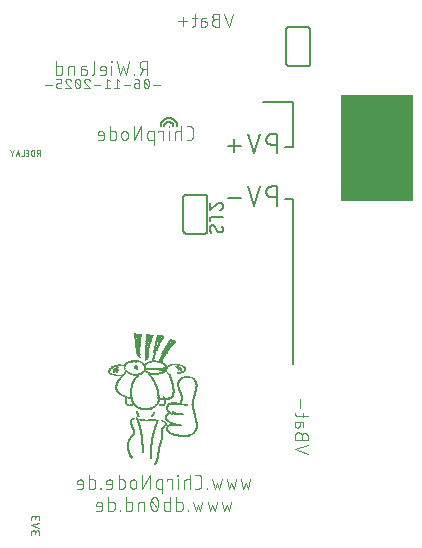
<source format=gbr>
G04 EAGLE Gerber RS-274X export*
G75*
%MOMM*%
%FSLAX34Y34*%
%LPD*%
%INSilkscreen Bottom*%
%IPPOS*%
%AMOC8*
5,1,8,0,0,1.08239X$1,22.5*%
G01*
%ADD10C,0.101600*%
%ADD11C,0.076200*%
%ADD12C,0.050800*%
%ADD13C,0.127000*%
%ADD14R,0.050800X0.025400*%
%ADD15R,0.101600X0.025400*%
%ADD16R,0.127000X0.025400*%
%ADD17R,0.152400X0.025400*%
%ADD18R,0.177800X0.025400*%
%ADD19R,0.203200X0.025400*%
%ADD20R,0.228600X0.025400*%
%ADD21R,0.025400X0.025400*%
%ADD22R,0.254000X0.025400*%
%ADD23R,0.076200X0.025400*%
%ADD24R,0.508000X0.025400*%
%ADD25R,0.965200X0.025400*%
%ADD26R,1.193800X0.025400*%
%ADD27R,1.346200X0.025400*%
%ADD28R,0.355600X0.025400*%
%ADD29R,0.762000X0.025400*%
%ADD30R,0.330200X0.025400*%
%ADD31R,0.558800X0.025400*%
%ADD32R,0.279400X0.025400*%
%ADD33R,0.406400X0.025400*%
%ADD34R,0.304800X0.025400*%
%ADD35R,1.168400X0.025400*%
%ADD36R,1.143000X0.025400*%
%ADD37R,1.041400X0.025400*%
%ADD38R,0.812800X0.025400*%
%ADD39R,0.787400X0.025400*%
%ADD40R,1.371600X0.025400*%
%ADD41R,0.609600X0.025400*%
%ADD42R,0.457200X0.025400*%
%ADD43R,1.397000X0.025400*%
%ADD44R,1.295400X0.025400*%
%ADD45R,1.066800X0.025400*%
%ADD46R,0.736600X0.025400*%
%ADD47R,1.092200X0.025400*%
%ADD48R,0.381000X0.025400*%
%ADD49R,0.482600X0.025400*%
%ADD50R,0.533400X0.025400*%
%ADD51R,1.320800X0.025400*%
%ADD52R,0.584200X0.025400*%
%ADD53R,0.838200X0.025400*%
%ADD54R,0.939800X0.025400*%
%ADD55R,1.219200X0.025400*%
%ADD56R,0.914400X0.025400*%
%ADD57R,0.711200X0.025400*%
%ADD58R,0.635000X0.025400*%
%ADD59R,0.431800X0.025400*%
%ADD60R,0.889000X0.025400*%
%ADD61R,1.549400X0.025400*%
%ADD62R,1.625600X0.025400*%
%ADD63R,0.990600X0.025400*%
%ADD64R,6.070600X9.067800*%
%ADD65C,0.200000*%
%ADD66C,0.152400*%


D10*
X218009Y99102D02*
X216062Y91313D01*
X214115Y96506D01*
X212167Y91313D01*
X210220Y99102D01*
X205817Y99102D02*
X203870Y91313D01*
X201923Y96506D01*
X199975Y91313D01*
X198028Y99102D01*
X193625Y99102D02*
X191678Y91313D01*
X189731Y96506D01*
X187783Y91313D01*
X185836Y99102D01*
X181673Y91962D02*
X181673Y91313D01*
X181673Y91962D02*
X181024Y91962D01*
X181024Y91313D01*
X181673Y91313D01*
X174030Y91313D02*
X171434Y91313D01*
X174030Y91313D02*
X174129Y91315D01*
X174229Y91321D01*
X174328Y91330D01*
X174426Y91343D01*
X174524Y91360D01*
X174622Y91381D01*
X174718Y91406D01*
X174813Y91434D01*
X174907Y91466D01*
X175000Y91501D01*
X175092Y91540D01*
X175182Y91583D01*
X175270Y91628D01*
X175357Y91678D01*
X175441Y91730D01*
X175524Y91786D01*
X175604Y91844D01*
X175682Y91906D01*
X175757Y91971D01*
X175830Y92039D01*
X175900Y92109D01*
X175968Y92182D01*
X176033Y92257D01*
X176095Y92335D01*
X176153Y92415D01*
X176209Y92498D01*
X176261Y92582D01*
X176311Y92669D01*
X176356Y92757D01*
X176399Y92847D01*
X176438Y92939D01*
X176473Y93032D01*
X176505Y93126D01*
X176533Y93221D01*
X176558Y93317D01*
X176579Y93415D01*
X176596Y93513D01*
X176609Y93611D01*
X176618Y93710D01*
X176624Y93810D01*
X176626Y93909D01*
X176627Y93909D02*
X176627Y100401D01*
X176626Y100401D02*
X176624Y100500D01*
X176618Y100600D01*
X176609Y100699D01*
X176596Y100797D01*
X176579Y100895D01*
X176558Y100993D01*
X176533Y101089D01*
X176505Y101184D01*
X176473Y101278D01*
X176438Y101371D01*
X176399Y101463D01*
X176356Y101553D01*
X176311Y101641D01*
X176261Y101728D01*
X176209Y101812D01*
X176153Y101895D01*
X176095Y101975D01*
X176033Y102053D01*
X175968Y102128D01*
X175900Y102201D01*
X175830Y102271D01*
X175757Y102339D01*
X175682Y102404D01*
X175604Y102466D01*
X175524Y102524D01*
X175441Y102580D01*
X175357Y102632D01*
X175270Y102682D01*
X175182Y102727D01*
X175092Y102770D01*
X175000Y102809D01*
X174907Y102844D01*
X174813Y102876D01*
X174718Y102904D01*
X174622Y102929D01*
X174524Y102950D01*
X174426Y102967D01*
X174328Y102980D01*
X174229Y102989D01*
X174129Y102995D01*
X174030Y102997D01*
X171434Y102997D01*
X166800Y102997D02*
X166800Y91313D01*
X166800Y99102D02*
X163555Y99102D01*
X163468Y99100D01*
X163380Y99094D01*
X163294Y99084D01*
X163207Y99071D01*
X163122Y99053D01*
X163037Y99032D01*
X162953Y99007D01*
X162871Y98978D01*
X162790Y98945D01*
X162710Y98909D01*
X162632Y98870D01*
X162556Y98826D01*
X162482Y98780D01*
X162411Y98730D01*
X162341Y98677D01*
X162274Y98621D01*
X162210Y98562D01*
X162148Y98501D01*
X162089Y98436D01*
X162033Y98369D01*
X161980Y98299D01*
X161930Y98228D01*
X161884Y98154D01*
X161841Y98078D01*
X161801Y98000D01*
X161765Y97920D01*
X161732Y97839D01*
X161703Y97757D01*
X161678Y97673D01*
X161657Y97588D01*
X161639Y97503D01*
X161626Y97416D01*
X161616Y97330D01*
X161610Y97242D01*
X161608Y97155D01*
X161607Y97155D02*
X161607Y91313D01*
X156584Y91313D02*
X156584Y99102D01*
X156908Y102348D02*
X156908Y102997D01*
X156259Y102997D01*
X156259Y102348D01*
X156908Y102348D01*
X151494Y99102D02*
X151494Y91313D01*
X151494Y99102D02*
X147599Y99102D01*
X147599Y97804D01*
X143500Y99102D02*
X143500Y87418D01*
X143500Y99102D02*
X140255Y99102D01*
X140168Y99100D01*
X140080Y99094D01*
X139994Y99084D01*
X139907Y99071D01*
X139822Y99053D01*
X139737Y99032D01*
X139653Y99007D01*
X139571Y98978D01*
X139490Y98945D01*
X139410Y98909D01*
X139332Y98870D01*
X139256Y98826D01*
X139182Y98780D01*
X139111Y98730D01*
X139041Y98677D01*
X138974Y98621D01*
X138910Y98562D01*
X138848Y98501D01*
X138789Y98436D01*
X138733Y98369D01*
X138680Y98299D01*
X138630Y98228D01*
X138584Y98154D01*
X138541Y98078D01*
X138501Y98000D01*
X138465Y97920D01*
X138432Y97839D01*
X138403Y97757D01*
X138378Y97673D01*
X138357Y97588D01*
X138339Y97503D01*
X138326Y97416D01*
X138316Y97330D01*
X138310Y97242D01*
X138308Y97155D01*
X138307Y97155D02*
X138307Y93260D01*
X138308Y93260D02*
X138310Y93173D01*
X138316Y93085D01*
X138326Y92999D01*
X138339Y92912D01*
X138357Y92827D01*
X138378Y92742D01*
X138403Y92658D01*
X138432Y92576D01*
X138465Y92495D01*
X138501Y92415D01*
X138540Y92337D01*
X138584Y92261D01*
X138630Y92187D01*
X138680Y92116D01*
X138733Y92046D01*
X138789Y91979D01*
X138848Y91914D01*
X138910Y91853D01*
X138974Y91794D01*
X139041Y91738D01*
X139111Y91685D01*
X139182Y91635D01*
X139256Y91589D01*
X139332Y91545D01*
X139410Y91506D01*
X139490Y91470D01*
X139571Y91437D01*
X139653Y91408D01*
X139737Y91383D01*
X139822Y91362D01*
X139907Y91344D01*
X139994Y91331D01*
X140081Y91321D01*
X140168Y91315D01*
X140255Y91313D01*
X143500Y91313D01*
X133159Y91313D02*
X133159Y102997D01*
X126668Y91313D01*
X126668Y102997D01*
X121461Y96506D02*
X121461Y93909D01*
X121461Y96506D02*
X121459Y96607D01*
X121453Y96707D01*
X121443Y96807D01*
X121430Y96907D01*
X121412Y97006D01*
X121391Y97105D01*
X121366Y97202D01*
X121337Y97299D01*
X121304Y97394D01*
X121268Y97488D01*
X121228Y97580D01*
X121185Y97671D01*
X121138Y97760D01*
X121088Y97847D01*
X121034Y97933D01*
X120977Y98016D01*
X120917Y98096D01*
X120854Y98175D01*
X120787Y98251D01*
X120718Y98324D01*
X120646Y98394D01*
X120572Y98462D01*
X120495Y98527D01*
X120415Y98588D01*
X120333Y98647D01*
X120249Y98702D01*
X120163Y98754D01*
X120075Y98803D01*
X119985Y98848D01*
X119893Y98890D01*
X119800Y98928D01*
X119705Y98962D01*
X119610Y98993D01*
X119513Y99020D01*
X119415Y99043D01*
X119316Y99063D01*
X119216Y99078D01*
X119116Y99090D01*
X119016Y99098D01*
X118915Y99102D01*
X118815Y99102D01*
X118714Y99098D01*
X118614Y99090D01*
X118514Y99078D01*
X118414Y99063D01*
X118315Y99043D01*
X118217Y99020D01*
X118120Y98993D01*
X118025Y98962D01*
X117930Y98928D01*
X117837Y98890D01*
X117745Y98848D01*
X117655Y98803D01*
X117567Y98754D01*
X117481Y98702D01*
X117397Y98647D01*
X117315Y98588D01*
X117235Y98527D01*
X117158Y98462D01*
X117084Y98394D01*
X117012Y98324D01*
X116943Y98251D01*
X116876Y98175D01*
X116813Y98096D01*
X116753Y98016D01*
X116696Y97933D01*
X116642Y97847D01*
X116592Y97760D01*
X116545Y97671D01*
X116502Y97580D01*
X116462Y97488D01*
X116426Y97394D01*
X116393Y97299D01*
X116364Y97202D01*
X116339Y97105D01*
X116318Y97006D01*
X116300Y96907D01*
X116287Y96807D01*
X116277Y96707D01*
X116271Y96607D01*
X116269Y96506D01*
X116268Y96506D02*
X116268Y93909D01*
X116269Y93909D02*
X116271Y93808D01*
X116277Y93708D01*
X116287Y93608D01*
X116300Y93508D01*
X116318Y93409D01*
X116339Y93310D01*
X116364Y93213D01*
X116393Y93116D01*
X116426Y93021D01*
X116462Y92927D01*
X116502Y92835D01*
X116545Y92744D01*
X116592Y92655D01*
X116642Y92568D01*
X116696Y92482D01*
X116753Y92399D01*
X116813Y92319D01*
X116876Y92240D01*
X116943Y92164D01*
X117012Y92091D01*
X117084Y92021D01*
X117158Y91953D01*
X117235Y91888D01*
X117315Y91827D01*
X117397Y91768D01*
X117481Y91713D01*
X117567Y91661D01*
X117655Y91612D01*
X117745Y91567D01*
X117837Y91525D01*
X117930Y91487D01*
X118025Y91453D01*
X118120Y91422D01*
X118217Y91395D01*
X118315Y91372D01*
X118414Y91352D01*
X118514Y91337D01*
X118614Y91325D01*
X118714Y91317D01*
X118815Y91313D01*
X118915Y91313D01*
X119016Y91317D01*
X119116Y91325D01*
X119216Y91337D01*
X119316Y91352D01*
X119415Y91372D01*
X119513Y91395D01*
X119610Y91422D01*
X119705Y91453D01*
X119800Y91487D01*
X119893Y91525D01*
X119985Y91567D01*
X120075Y91612D01*
X120163Y91661D01*
X120249Y91713D01*
X120333Y91768D01*
X120415Y91827D01*
X120495Y91888D01*
X120572Y91953D01*
X120646Y92021D01*
X120718Y92091D01*
X120787Y92164D01*
X120854Y92240D01*
X120917Y92319D01*
X120977Y92399D01*
X121034Y92482D01*
X121088Y92568D01*
X121138Y92655D01*
X121185Y92744D01*
X121228Y92835D01*
X121268Y92927D01*
X121304Y93021D01*
X121337Y93116D01*
X121366Y93213D01*
X121391Y93310D01*
X121412Y93409D01*
X121430Y93508D01*
X121443Y93608D01*
X121453Y93708D01*
X121459Y93808D01*
X121461Y93909D01*
X106421Y91313D02*
X106421Y102997D01*
X106421Y91313D02*
X109667Y91313D01*
X109754Y91315D01*
X109842Y91321D01*
X109928Y91331D01*
X110015Y91344D01*
X110100Y91362D01*
X110185Y91383D01*
X110269Y91408D01*
X110351Y91437D01*
X110432Y91470D01*
X110512Y91506D01*
X110590Y91545D01*
X110666Y91589D01*
X110740Y91635D01*
X110811Y91685D01*
X110881Y91738D01*
X110948Y91794D01*
X111012Y91853D01*
X111074Y91915D01*
X111133Y91979D01*
X111189Y92046D01*
X111242Y92116D01*
X111292Y92187D01*
X111338Y92261D01*
X111382Y92337D01*
X111421Y92415D01*
X111457Y92495D01*
X111490Y92576D01*
X111519Y92658D01*
X111544Y92742D01*
X111565Y92827D01*
X111583Y92912D01*
X111596Y92999D01*
X111606Y93085D01*
X111612Y93173D01*
X111614Y93260D01*
X111614Y97155D01*
X111612Y97242D01*
X111606Y97330D01*
X111596Y97416D01*
X111583Y97503D01*
X111565Y97588D01*
X111544Y97673D01*
X111519Y97757D01*
X111490Y97839D01*
X111457Y97920D01*
X111421Y98000D01*
X111382Y98078D01*
X111338Y98154D01*
X111292Y98228D01*
X111242Y98299D01*
X111189Y98369D01*
X111133Y98436D01*
X111074Y98500D01*
X111012Y98562D01*
X110948Y98621D01*
X110881Y98677D01*
X110811Y98730D01*
X110740Y98780D01*
X110666Y98826D01*
X110590Y98870D01*
X110512Y98909D01*
X110432Y98945D01*
X110351Y98978D01*
X110269Y99007D01*
X110185Y99032D01*
X110100Y99053D01*
X110015Y99071D01*
X109928Y99084D01*
X109842Y99094D01*
X109754Y99100D01*
X109667Y99102D01*
X106421Y99102D01*
X99321Y91313D02*
X96075Y91313D01*
X99321Y91313D02*
X99408Y91315D01*
X99496Y91321D01*
X99582Y91331D01*
X99669Y91344D01*
X99754Y91362D01*
X99839Y91383D01*
X99923Y91408D01*
X100005Y91437D01*
X100086Y91470D01*
X100166Y91506D01*
X100244Y91545D01*
X100320Y91589D01*
X100394Y91635D01*
X100465Y91685D01*
X100535Y91738D01*
X100602Y91794D01*
X100666Y91853D01*
X100728Y91915D01*
X100787Y91979D01*
X100843Y92046D01*
X100896Y92116D01*
X100946Y92187D01*
X100992Y92261D01*
X101036Y92337D01*
X101075Y92415D01*
X101111Y92495D01*
X101144Y92576D01*
X101173Y92658D01*
X101198Y92742D01*
X101219Y92827D01*
X101237Y92912D01*
X101250Y92999D01*
X101260Y93085D01*
X101266Y93173D01*
X101268Y93260D01*
X101268Y96506D01*
X101266Y96607D01*
X101260Y96707D01*
X101250Y96807D01*
X101237Y96907D01*
X101219Y97006D01*
X101198Y97105D01*
X101173Y97202D01*
X101144Y97299D01*
X101111Y97394D01*
X101075Y97488D01*
X101035Y97580D01*
X100992Y97671D01*
X100945Y97760D01*
X100895Y97847D01*
X100841Y97933D01*
X100784Y98016D01*
X100724Y98096D01*
X100661Y98175D01*
X100594Y98251D01*
X100525Y98324D01*
X100453Y98394D01*
X100379Y98462D01*
X100302Y98527D01*
X100222Y98588D01*
X100140Y98647D01*
X100056Y98702D01*
X99970Y98754D01*
X99882Y98803D01*
X99792Y98848D01*
X99700Y98890D01*
X99607Y98928D01*
X99512Y98962D01*
X99417Y98993D01*
X99320Y99020D01*
X99222Y99043D01*
X99123Y99063D01*
X99023Y99078D01*
X98923Y99090D01*
X98823Y99098D01*
X98722Y99102D01*
X98622Y99102D01*
X98521Y99098D01*
X98421Y99090D01*
X98321Y99078D01*
X98221Y99063D01*
X98122Y99043D01*
X98024Y99020D01*
X97927Y98993D01*
X97832Y98962D01*
X97737Y98928D01*
X97644Y98890D01*
X97552Y98848D01*
X97462Y98803D01*
X97374Y98754D01*
X97288Y98702D01*
X97204Y98647D01*
X97122Y98588D01*
X97042Y98527D01*
X96965Y98462D01*
X96891Y98394D01*
X96819Y98324D01*
X96750Y98251D01*
X96683Y98175D01*
X96620Y98096D01*
X96560Y98016D01*
X96503Y97933D01*
X96449Y97847D01*
X96399Y97760D01*
X96352Y97671D01*
X96309Y97580D01*
X96269Y97488D01*
X96233Y97394D01*
X96200Y97299D01*
X96171Y97202D01*
X96146Y97105D01*
X96125Y97006D01*
X96107Y96907D01*
X96094Y96807D01*
X96084Y96707D01*
X96078Y96607D01*
X96076Y96506D01*
X96075Y96506D02*
X96075Y95208D01*
X101268Y95208D01*
X91757Y91962D02*
X91757Y91313D01*
X91757Y91962D02*
X91108Y91962D01*
X91108Y91313D01*
X91757Y91313D01*
X81656Y91313D02*
X81656Y102997D01*
X81656Y91313D02*
X84902Y91313D01*
X84989Y91315D01*
X85077Y91321D01*
X85163Y91331D01*
X85250Y91344D01*
X85335Y91362D01*
X85420Y91383D01*
X85504Y91408D01*
X85586Y91437D01*
X85667Y91470D01*
X85747Y91506D01*
X85825Y91545D01*
X85901Y91589D01*
X85975Y91635D01*
X86046Y91685D01*
X86116Y91738D01*
X86183Y91794D01*
X86247Y91853D01*
X86309Y91915D01*
X86368Y91979D01*
X86424Y92046D01*
X86477Y92116D01*
X86527Y92187D01*
X86573Y92261D01*
X86617Y92337D01*
X86656Y92415D01*
X86692Y92495D01*
X86725Y92576D01*
X86754Y92658D01*
X86779Y92742D01*
X86800Y92827D01*
X86818Y92912D01*
X86831Y92999D01*
X86841Y93085D01*
X86847Y93173D01*
X86849Y93260D01*
X86849Y97155D01*
X86847Y97242D01*
X86841Y97330D01*
X86831Y97416D01*
X86818Y97503D01*
X86800Y97588D01*
X86779Y97673D01*
X86754Y97757D01*
X86725Y97839D01*
X86692Y97920D01*
X86656Y98000D01*
X86617Y98078D01*
X86573Y98154D01*
X86527Y98228D01*
X86477Y98299D01*
X86424Y98369D01*
X86368Y98436D01*
X86309Y98500D01*
X86247Y98562D01*
X86183Y98621D01*
X86116Y98677D01*
X86046Y98730D01*
X85975Y98780D01*
X85901Y98826D01*
X85825Y98870D01*
X85747Y98909D01*
X85667Y98945D01*
X85586Y98978D01*
X85504Y99007D01*
X85420Y99032D01*
X85335Y99053D01*
X85250Y99071D01*
X85163Y99084D01*
X85077Y99094D01*
X84989Y99100D01*
X84902Y99102D01*
X81656Y99102D01*
X74556Y91313D02*
X71311Y91313D01*
X74556Y91313D02*
X74643Y91315D01*
X74731Y91321D01*
X74817Y91331D01*
X74904Y91344D01*
X74989Y91362D01*
X75074Y91383D01*
X75158Y91408D01*
X75240Y91437D01*
X75321Y91470D01*
X75401Y91506D01*
X75479Y91545D01*
X75555Y91589D01*
X75629Y91635D01*
X75700Y91685D01*
X75770Y91738D01*
X75837Y91794D01*
X75901Y91853D01*
X75963Y91915D01*
X76022Y91979D01*
X76078Y92046D01*
X76131Y92116D01*
X76181Y92187D01*
X76227Y92261D01*
X76271Y92337D01*
X76310Y92415D01*
X76346Y92495D01*
X76379Y92576D01*
X76408Y92658D01*
X76433Y92742D01*
X76454Y92827D01*
X76472Y92912D01*
X76485Y92999D01*
X76495Y93085D01*
X76501Y93173D01*
X76503Y93260D01*
X76503Y96506D01*
X76501Y96607D01*
X76495Y96707D01*
X76485Y96807D01*
X76472Y96907D01*
X76454Y97006D01*
X76433Y97105D01*
X76408Y97202D01*
X76379Y97299D01*
X76346Y97394D01*
X76310Y97488D01*
X76270Y97580D01*
X76227Y97671D01*
X76180Y97760D01*
X76130Y97847D01*
X76076Y97933D01*
X76019Y98016D01*
X75959Y98096D01*
X75896Y98175D01*
X75829Y98251D01*
X75760Y98324D01*
X75688Y98394D01*
X75614Y98462D01*
X75537Y98527D01*
X75457Y98588D01*
X75375Y98647D01*
X75291Y98702D01*
X75205Y98754D01*
X75117Y98803D01*
X75027Y98848D01*
X74935Y98890D01*
X74842Y98928D01*
X74747Y98962D01*
X74652Y98993D01*
X74555Y99020D01*
X74457Y99043D01*
X74358Y99063D01*
X74258Y99078D01*
X74158Y99090D01*
X74058Y99098D01*
X73957Y99102D01*
X73857Y99102D01*
X73756Y99098D01*
X73656Y99090D01*
X73556Y99078D01*
X73456Y99063D01*
X73357Y99043D01*
X73259Y99020D01*
X73162Y98993D01*
X73067Y98962D01*
X72972Y98928D01*
X72879Y98890D01*
X72787Y98848D01*
X72697Y98803D01*
X72609Y98754D01*
X72523Y98702D01*
X72439Y98647D01*
X72357Y98588D01*
X72277Y98527D01*
X72200Y98462D01*
X72126Y98394D01*
X72054Y98324D01*
X71985Y98251D01*
X71918Y98175D01*
X71855Y98096D01*
X71795Y98016D01*
X71738Y97933D01*
X71684Y97847D01*
X71634Y97760D01*
X71587Y97671D01*
X71544Y97580D01*
X71504Y97488D01*
X71468Y97394D01*
X71435Y97299D01*
X71406Y97202D01*
X71381Y97105D01*
X71360Y97006D01*
X71342Y96907D01*
X71329Y96807D01*
X71319Y96707D01*
X71313Y96607D01*
X71311Y96506D01*
X71311Y95208D01*
X76503Y95208D01*
X130680Y441706D02*
X130680Y453390D01*
X127435Y453390D01*
X127322Y453388D01*
X127209Y453382D01*
X127096Y453372D01*
X126983Y453358D01*
X126871Y453341D01*
X126760Y453319D01*
X126650Y453294D01*
X126540Y453264D01*
X126432Y453231D01*
X126325Y453194D01*
X126219Y453154D01*
X126115Y453109D01*
X126012Y453061D01*
X125911Y453010D01*
X125812Y452955D01*
X125715Y452897D01*
X125620Y452835D01*
X125527Y452770D01*
X125437Y452702D01*
X125349Y452631D01*
X125263Y452556D01*
X125180Y452479D01*
X125100Y452399D01*
X125023Y452316D01*
X124948Y452230D01*
X124877Y452142D01*
X124809Y452052D01*
X124744Y451959D01*
X124682Y451864D01*
X124624Y451767D01*
X124569Y451668D01*
X124518Y451567D01*
X124470Y451464D01*
X124425Y451360D01*
X124385Y451254D01*
X124348Y451147D01*
X124315Y451039D01*
X124285Y450929D01*
X124260Y450819D01*
X124238Y450708D01*
X124221Y450596D01*
X124207Y450483D01*
X124197Y450370D01*
X124191Y450257D01*
X124189Y450144D01*
X124191Y450031D01*
X124197Y449918D01*
X124207Y449805D01*
X124221Y449692D01*
X124238Y449580D01*
X124260Y449469D01*
X124285Y449359D01*
X124315Y449249D01*
X124348Y449141D01*
X124385Y449034D01*
X124425Y448928D01*
X124470Y448824D01*
X124518Y448721D01*
X124569Y448620D01*
X124624Y448521D01*
X124682Y448424D01*
X124744Y448329D01*
X124809Y448236D01*
X124877Y448146D01*
X124948Y448058D01*
X125023Y447972D01*
X125100Y447889D01*
X125180Y447809D01*
X125263Y447732D01*
X125349Y447657D01*
X125437Y447586D01*
X125527Y447518D01*
X125620Y447453D01*
X125715Y447391D01*
X125812Y447333D01*
X125911Y447278D01*
X126012Y447227D01*
X126115Y447179D01*
X126219Y447134D01*
X126325Y447094D01*
X126432Y447057D01*
X126540Y447024D01*
X126650Y446994D01*
X126760Y446969D01*
X126871Y446947D01*
X126983Y446930D01*
X127096Y446916D01*
X127209Y446906D01*
X127322Y446900D01*
X127435Y446898D01*
X127435Y446899D02*
X130680Y446899D01*
X126786Y446899D02*
X124189Y441706D01*
X119832Y441706D02*
X119832Y442355D01*
X119183Y442355D01*
X119183Y441706D01*
X119832Y441706D01*
X112579Y441706D02*
X115175Y453390D01*
X109982Y449495D02*
X112579Y441706D01*
X107386Y441706D02*
X109982Y449495D01*
X104789Y453390D02*
X107386Y441706D01*
X100457Y441706D02*
X100457Y449495D01*
X100782Y452741D02*
X100782Y453390D01*
X100133Y453390D01*
X100133Y452741D01*
X100782Y452741D01*
X93867Y441706D02*
X90622Y441706D01*
X93867Y441706D02*
X93954Y441708D01*
X94042Y441714D01*
X94128Y441724D01*
X94215Y441737D01*
X94300Y441755D01*
X94385Y441776D01*
X94469Y441801D01*
X94551Y441830D01*
X94632Y441863D01*
X94712Y441899D01*
X94790Y441938D01*
X94866Y441982D01*
X94940Y442028D01*
X95011Y442078D01*
X95081Y442131D01*
X95148Y442187D01*
X95212Y442246D01*
X95274Y442308D01*
X95333Y442372D01*
X95389Y442439D01*
X95442Y442509D01*
X95492Y442580D01*
X95538Y442654D01*
X95582Y442730D01*
X95621Y442808D01*
X95657Y442888D01*
X95690Y442969D01*
X95719Y443051D01*
X95744Y443135D01*
X95765Y443220D01*
X95783Y443305D01*
X95796Y443392D01*
X95806Y443478D01*
X95812Y443566D01*
X95814Y443653D01*
X95815Y443653D02*
X95815Y446899D01*
X95814Y446899D02*
X95812Y447000D01*
X95806Y447100D01*
X95796Y447200D01*
X95783Y447300D01*
X95765Y447399D01*
X95744Y447498D01*
X95719Y447595D01*
X95690Y447692D01*
X95657Y447787D01*
X95621Y447881D01*
X95581Y447973D01*
X95538Y448064D01*
X95491Y448153D01*
X95441Y448240D01*
X95387Y448326D01*
X95330Y448409D01*
X95270Y448489D01*
X95207Y448568D01*
X95140Y448644D01*
X95071Y448717D01*
X94999Y448787D01*
X94925Y448855D01*
X94848Y448920D01*
X94768Y448981D01*
X94686Y449040D01*
X94602Y449095D01*
X94516Y449147D01*
X94428Y449196D01*
X94338Y449241D01*
X94246Y449283D01*
X94153Y449321D01*
X94058Y449355D01*
X93963Y449386D01*
X93866Y449413D01*
X93768Y449436D01*
X93669Y449456D01*
X93569Y449471D01*
X93469Y449483D01*
X93369Y449491D01*
X93268Y449495D01*
X93168Y449495D01*
X93067Y449491D01*
X92967Y449483D01*
X92867Y449471D01*
X92767Y449456D01*
X92668Y449436D01*
X92570Y449413D01*
X92473Y449386D01*
X92378Y449355D01*
X92283Y449321D01*
X92190Y449283D01*
X92098Y449241D01*
X92008Y449196D01*
X91920Y449147D01*
X91834Y449095D01*
X91750Y449040D01*
X91668Y448981D01*
X91588Y448920D01*
X91511Y448855D01*
X91437Y448787D01*
X91365Y448717D01*
X91296Y448644D01*
X91229Y448568D01*
X91166Y448489D01*
X91106Y448409D01*
X91049Y448326D01*
X90995Y448240D01*
X90945Y448153D01*
X90898Y448064D01*
X90855Y447973D01*
X90815Y447881D01*
X90779Y447787D01*
X90746Y447692D01*
X90717Y447595D01*
X90692Y447498D01*
X90671Y447399D01*
X90653Y447300D01*
X90640Y447200D01*
X90630Y447100D01*
X90624Y447000D01*
X90622Y446899D01*
X90622Y445601D01*
X95815Y445601D01*
X85759Y443653D02*
X85759Y453390D01*
X85759Y443653D02*
X85757Y443566D01*
X85751Y443478D01*
X85741Y443392D01*
X85728Y443305D01*
X85710Y443220D01*
X85689Y443135D01*
X85664Y443051D01*
X85635Y442969D01*
X85602Y442888D01*
X85566Y442808D01*
X85527Y442730D01*
X85483Y442654D01*
X85437Y442580D01*
X85387Y442509D01*
X85334Y442439D01*
X85278Y442372D01*
X85219Y442308D01*
X85157Y442246D01*
X85093Y442187D01*
X85026Y442131D01*
X84956Y442078D01*
X84885Y442028D01*
X84811Y441982D01*
X84735Y441938D01*
X84657Y441899D01*
X84577Y441863D01*
X84496Y441830D01*
X84414Y441801D01*
X84330Y441776D01*
X84245Y441755D01*
X84160Y441737D01*
X84073Y441724D01*
X83987Y441714D01*
X83899Y441708D01*
X83812Y441706D01*
X77600Y446250D02*
X74679Y446250D01*
X77600Y446250D02*
X77694Y446248D01*
X77788Y446242D01*
X77881Y446233D01*
X77974Y446219D01*
X78066Y446202D01*
X78158Y446180D01*
X78248Y446156D01*
X78338Y446127D01*
X78426Y446095D01*
X78513Y446059D01*
X78598Y446019D01*
X78681Y445976D01*
X78763Y445930D01*
X78843Y445880D01*
X78920Y445827D01*
X78995Y445771D01*
X79068Y445712D01*
X79139Y445650D01*
X79207Y445585D01*
X79272Y445517D01*
X79334Y445446D01*
X79393Y445373D01*
X79449Y445298D01*
X79502Y445221D01*
X79552Y445141D01*
X79598Y445059D01*
X79641Y444976D01*
X79681Y444891D01*
X79717Y444804D01*
X79749Y444716D01*
X79778Y444626D01*
X79802Y444536D01*
X79824Y444444D01*
X79841Y444352D01*
X79855Y444259D01*
X79864Y444166D01*
X79870Y444072D01*
X79872Y443978D01*
X79870Y443884D01*
X79864Y443790D01*
X79855Y443697D01*
X79841Y443604D01*
X79824Y443512D01*
X79802Y443420D01*
X79778Y443330D01*
X79749Y443240D01*
X79717Y443152D01*
X79681Y443065D01*
X79641Y442980D01*
X79598Y442897D01*
X79552Y442815D01*
X79502Y442735D01*
X79449Y442658D01*
X79393Y442583D01*
X79334Y442510D01*
X79272Y442439D01*
X79207Y442371D01*
X79139Y442306D01*
X79068Y442244D01*
X78995Y442185D01*
X78920Y442129D01*
X78843Y442076D01*
X78763Y442026D01*
X78681Y441980D01*
X78598Y441937D01*
X78513Y441897D01*
X78426Y441861D01*
X78338Y441829D01*
X78248Y441800D01*
X78158Y441776D01*
X78066Y441754D01*
X77974Y441737D01*
X77881Y441723D01*
X77788Y441714D01*
X77694Y441708D01*
X77600Y441706D01*
X74679Y441706D01*
X74679Y447548D01*
X74681Y447635D01*
X74687Y447723D01*
X74697Y447809D01*
X74710Y447896D01*
X74728Y447981D01*
X74749Y448066D01*
X74774Y448150D01*
X74803Y448232D01*
X74836Y448313D01*
X74872Y448393D01*
X74911Y448471D01*
X74955Y448547D01*
X75001Y448621D01*
X75051Y448692D01*
X75104Y448762D01*
X75160Y448829D01*
X75219Y448894D01*
X75281Y448955D01*
X75345Y449014D01*
X75412Y449070D01*
X75482Y449123D01*
X75553Y449173D01*
X75627Y449219D01*
X75703Y449263D01*
X75781Y449302D01*
X75861Y449338D01*
X75942Y449371D01*
X76024Y449400D01*
X76108Y449425D01*
X76193Y449446D01*
X76278Y449464D01*
X76365Y449477D01*
X76452Y449487D01*
X76539Y449493D01*
X76626Y449495D01*
X79223Y449495D01*
X69145Y449495D02*
X69145Y441706D01*
X69145Y449495D02*
X65899Y449495D01*
X65812Y449493D01*
X65724Y449487D01*
X65638Y449477D01*
X65551Y449464D01*
X65466Y449446D01*
X65381Y449425D01*
X65297Y449400D01*
X65215Y449371D01*
X65134Y449338D01*
X65054Y449302D01*
X64976Y449263D01*
X64900Y449219D01*
X64826Y449173D01*
X64755Y449123D01*
X64685Y449070D01*
X64618Y449014D01*
X64554Y448955D01*
X64492Y448894D01*
X64433Y448829D01*
X64377Y448762D01*
X64324Y448692D01*
X64274Y448621D01*
X64228Y448547D01*
X64185Y448471D01*
X64145Y448393D01*
X64109Y448313D01*
X64076Y448232D01*
X64047Y448150D01*
X64022Y448066D01*
X64001Y447981D01*
X63983Y447896D01*
X63970Y447809D01*
X63960Y447723D01*
X63954Y447635D01*
X63952Y447548D01*
X63952Y441706D01*
X53724Y441706D02*
X53724Y453390D01*
X53724Y441706D02*
X56969Y441706D01*
X57056Y441708D01*
X57144Y441714D01*
X57230Y441724D01*
X57317Y441737D01*
X57402Y441755D01*
X57487Y441776D01*
X57571Y441801D01*
X57653Y441830D01*
X57734Y441863D01*
X57814Y441899D01*
X57892Y441938D01*
X57968Y441982D01*
X58042Y442028D01*
X58113Y442078D01*
X58183Y442131D01*
X58250Y442187D01*
X58314Y442246D01*
X58376Y442308D01*
X58435Y442372D01*
X58491Y442439D01*
X58544Y442509D01*
X58594Y442580D01*
X58640Y442654D01*
X58684Y442730D01*
X58723Y442808D01*
X58759Y442888D01*
X58792Y442969D01*
X58821Y443051D01*
X58846Y443135D01*
X58867Y443220D01*
X58885Y443305D01*
X58898Y443392D01*
X58908Y443478D01*
X58914Y443566D01*
X58916Y443653D01*
X58917Y443653D02*
X58917Y447548D01*
X58916Y447548D02*
X58914Y447635D01*
X58908Y447723D01*
X58898Y447809D01*
X58885Y447896D01*
X58867Y447981D01*
X58846Y448066D01*
X58821Y448150D01*
X58792Y448232D01*
X58759Y448313D01*
X58723Y448393D01*
X58684Y448471D01*
X58640Y448547D01*
X58594Y448621D01*
X58544Y448692D01*
X58491Y448762D01*
X58435Y448829D01*
X58376Y448893D01*
X58314Y448955D01*
X58250Y449014D01*
X58183Y449070D01*
X58113Y449123D01*
X58042Y449173D01*
X57968Y449219D01*
X57892Y449263D01*
X57814Y449302D01*
X57734Y449338D01*
X57653Y449371D01*
X57571Y449400D01*
X57487Y449425D01*
X57402Y449446D01*
X57317Y449464D01*
X57230Y449477D01*
X57144Y449487D01*
X57056Y449493D01*
X56969Y449495D01*
X53724Y449495D01*
D11*
X135733Y433500D02*
X141152Y433500D01*
X132166Y434404D02*
X132164Y434564D01*
X132158Y434724D01*
X132149Y434883D01*
X132135Y435043D01*
X132118Y435202D01*
X132097Y435360D01*
X132073Y435518D01*
X132044Y435675D01*
X132012Y435832D01*
X131976Y435988D01*
X131936Y436143D01*
X131893Y436297D01*
X131846Y436450D01*
X131795Y436601D01*
X131741Y436752D01*
X131683Y436901D01*
X131622Y437048D01*
X131557Y437194D01*
X131489Y437339D01*
X131461Y437414D01*
X131430Y437487D01*
X131395Y437559D01*
X131357Y437629D01*
X131316Y437697D01*
X131271Y437763D01*
X131224Y437827D01*
X131173Y437889D01*
X131120Y437948D01*
X131063Y438004D01*
X131004Y438058D01*
X130943Y438109D01*
X130879Y438157D01*
X130813Y438202D01*
X130745Y438243D01*
X130675Y438281D01*
X130604Y438316D01*
X130530Y438348D01*
X130456Y438376D01*
X130380Y438400D01*
X130303Y438421D01*
X130225Y438438D01*
X130146Y438451D01*
X130067Y438460D01*
X129988Y438466D01*
X129908Y438468D01*
X129828Y438466D01*
X129749Y438460D01*
X129670Y438451D01*
X129591Y438438D01*
X129513Y438421D01*
X129436Y438400D01*
X129360Y438376D01*
X129286Y438348D01*
X129212Y438316D01*
X129141Y438281D01*
X129071Y438243D01*
X129003Y438202D01*
X128937Y438157D01*
X128873Y438109D01*
X128812Y438058D01*
X128753Y438004D01*
X128696Y437948D01*
X128643Y437889D01*
X128592Y437827D01*
X128545Y437763D01*
X128500Y437697D01*
X128459Y437629D01*
X128421Y437559D01*
X128386Y437487D01*
X128355Y437414D01*
X128327Y437339D01*
X128328Y437339D02*
X128260Y437194D01*
X128195Y437048D01*
X128134Y436901D01*
X128076Y436752D01*
X128022Y436601D01*
X127971Y436450D01*
X127924Y436297D01*
X127881Y436143D01*
X127841Y435988D01*
X127805Y435832D01*
X127773Y435675D01*
X127744Y435518D01*
X127720Y435360D01*
X127699Y435202D01*
X127682Y435043D01*
X127668Y434883D01*
X127659Y434724D01*
X127653Y434564D01*
X127651Y434404D01*
X132166Y434404D02*
X132164Y434244D01*
X132158Y434084D01*
X132149Y433925D01*
X132135Y433765D01*
X132118Y433606D01*
X132097Y433448D01*
X132073Y433290D01*
X132044Y433133D01*
X132012Y432976D01*
X131976Y432820D01*
X131936Y432665D01*
X131893Y432511D01*
X131846Y432359D01*
X131795Y432207D01*
X131741Y432056D01*
X131683Y431907D01*
X131622Y431760D01*
X131557Y431614D01*
X131489Y431469D01*
X131489Y431468D02*
X131461Y431393D01*
X131430Y431320D01*
X131395Y431248D01*
X131357Y431178D01*
X131316Y431110D01*
X131271Y431044D01*
X131224Y430980D01*
X131173Y430918D01*
X131120Y430859D01*
X131063Y430803D01*
X131004Y430749D01*
X130943Y430698D01*
X130879Y430650D01*
X130813Y430605D01*
X130745Y430564D01*
X130675Y430526D01*
X130604Y430491D01*
X130530Y430459D01*
X130456Y430431D01*
X130380Y430407D01*
X130303Y430386D01*
X130225Y430369D01*
X130146Y430356D01*
X130067Y430347D01*
X129988Y430341D01*
X129908Y430339D01*
X128328Y431469D02*
X128260Y431614D01*
X128195Y431760D01*
X128134Y431907D01*
X128076Y432056D01*
X128022Y432207D01*
X127971Y432359D01*
X127924Y432511D01*
X127881Y432665D01*
X127841Y432820D01*
X127805Y432976D01*
X127773Y433133D01*
X127744Y433290D01*
X127720Y433448D01*
X127699Y433606D01*
X127682Y433765D01*
X127668Y433925D01*
X127659Y434084D01*
X127653Y434244D01*
X127651Y434404D01*
X128327Y431468D02*
X128355Y431393D01*
X128386Y431320D01*
X128421Y431248D01*
X128459Y431178D01*
X128500Y431110D01*
X128545Y431044D01*
X128592Y430980D01*
X128643Y430918D01*
X128696Y430859D01*
X128753Y430803D01*
X128812Y430749D01*
X128873Y430698D01*
X128937Y430650D01*
X129003Y430605D01*
X129071Y430564D01*
X129141Y430526D01*
X129212Y430491D01*
X129286Y430459D01*
X129360Y430431D01*
X129436Y430407D01*
X129513Y430386D01*
X129591Y430369D01*
X129670Y430356D01*
X129749Y430347D01*
X129828Y430341D01*
X129908Y430339D01*
X131714Y432146D02*
X128102Y436661D01*
X124165Y434855D02*
X121456Y434855D01*
X121373Y434853D01*
X121289Y434847D01*
X121206Y434838D01*
X121124Y434824D01*
X121043Y434807D01*
X120962Y434786D01*
X120882Y434761D01*
X120804Y434733D01*
X120727Y434701D01*
X120651Y434666D01*
X120577Y434627D01*
X120505Y434584D01*
X120435Y434539D01*
X120368Y434490D01*
X120302Y434438D01*
X120239Y434384D01*
X120179Y434326D01*
X120121Y434266D01*
X120067Y434203D01*
X120015Y434137D01*
X119966Y434070D01*
X119921Y434000D01*
X119878Y433928D01*
X119839Y433854D01*
X119804Y433779D01*
X119772Y433701D01*
X119744Y433623D01*
X119719Y433543D01*
X119698Y433463D01*
X119681Y433381D01*
X119667Y433299D01*
X119658Y433216D01*
X119652Y433132D01*
X119650Y433049D01*
X119649Y433049D02*
X119649Y432597D01*
X119651Y432504D01*
X119657Y432411D01*
X119666Y432318D01*
X119680Y432225D01*
X119697Y432134D01*
X119718Y432043D01*
X119743Y431953D01*
X119771Y431864D01*
X119803Y431776D01*
X119839Y431690D01*
X119878Y431605D01*
X119921Y431522D01*
X119967Y431441D01*
X120017Y431362D01*
X120069Y431285D01*
X120125Y431210D01*
X120184Y431138D01*
X120246Y431068D01*
X120310Y431000D01*
X120378Y430936D01*
X120448Y430874D01*
X120520Y430815D01*
X120595Y430759D01*
X120672Y430707D01*
X120751Y430657D01*
X120832Y430611D01*
X120915Y430568D01*
X121000Y430529D01*
X121086Y430493D01*
X121174Y430461D01*
X121263Y430433D01*
X121353Y430408D01*
X121444Y430387D01*
X121535Y430370D01*
X121628Y430356D01*
X121721Y430347D01*
X121814Y430341D01*
X121907Y430339D01*
X122000Y430341D01*
X122093Y430347D01*
X122186Y430356D01*
X122279Y430370D01*
X122370Y430387D01*
X122461Y430408D01*
X122551Y430433D01*
X122640Y430461D01*
X122728Y430493D01*
X122814Y430529D01*
X122899Y430568D01*
X122982Y430611D01*
X123063Y430657D01*
X123142Y430707D01*
X123219Y430759D01*
X123294Y430815D01*
X123366Y430874D01*
X123436Y430936D01*
X123504Y431000D01*
X123568Y431068D01*
X123630Y431138D01*
X123689Y431210D01*
X123745Y431285D01*
X123797Y431362D01*
X123847Y431441D01*
X123893Y431522D01*
X123936Y431605D01*
X123975Y431690D01*
X124011Y431776D01*
X124043Y431864D01*
X124071Y431953D01*
X124096Y432043D01*
X124117Y432134D01*
X124134Y432225D01*
X124148Y432318D01*
X124157Y432411D01*
X124163Y432504D01*
X124165Y432597D01*
X124165Y434855D01*
X124163Y434973D01*
X124157Y435091D01*
X124148Y435209D01*
X124134Y435326D01*
X124117Y435443D01*
X124096Y435560D01*
X124071Y435675D01*
X124042Y435790D01*
X124009Y435904D01*
X123973Y436016D01*
X123933Y436127D01*
X123890Y436237D01*
X123843Y436346D01*
X123793Y436453D01*
X123738Y436558D01*
X123681Y436661D01*
X123620Y436762D01*
X123556Y436862D01*
X123489Y436959D01*
X123419Y437054D01*
X123345Y437146D01*
X123269Y437237D01*
X123189Y437324D01*
X123107Y437409D01*
X123022Y437491D01*
X122935Y437571D01*
X122844Y437647D01*
X122752Y437721D01*
X122657Y437791D01*
X122560Y437858D01*
X122460Y437922D01*
X122359Y437983D01*
X122256Y438040D01*
X122151Y438095D01*
X122044Y438145D01*
X121935Y438192D01*
X121825Y438235D01*
X121714Y438275D01*
X121602Y438311D01*
X121488Y438344D01*
X121373Y438373D01*
X121258Y438398D01*
X121141Y438419D01*
X121024Y438436D01*
X120907Y438450D01*
X120789Y438459D01*
X120671Y438465D01*
X120553Y438467D01*
X116082Y433500D02*
X110664Y433500D01*
X107096Y436661D02*
X104838Y438468D01*
X104838Y430340D01*
X102581Y430340D02*
X107096Y430340D01*
X99095Y436661D02*
X96838Y438468D01*
X96838Y430340D01*
X99095Y430340D02*
X94580Y430340D01*
X91012Y433500D02*
X85594Y433500D01*
X79543Y438468D02*
X79454Y438466D01*
X79366Y438460D01*
X79278Y438451D01*
X79190Y438437D01*
X79103Y438420D01*
X79017Y438399D01*
X78932Y438374D01*
X78848Y438345D01*
X78765Y438313D01*
X78684Y438278D01*
X78605Y438238D01*
X78527Y438196D01*
X78451Y438150D01*
X78377Y438101D01*
X78306Y438048D01*
X78237Y437993D01*
X78170Y437934D01*
X78106Y437873D01*
X78045Y437809D01*
X77986Y437742D01*
X77931Y437673D01*
X77878Y437602D01*
X77829Y437528D01*
X77783Y437452D01*
X77741Y437374D01*
X77701Y437295D01*
X77666Y437214D01*
X77634Y437131D01*
X77605Y437047D01*
X77580Y436962D01*
X77559Y436876D01*
X77542Y436789D01*
X77528Y436701D01*
X77519Y436613D01*
X77513Y436525D01*
X77511Y436436D01*
X79543Y438468D02*
X79642Y438466D01*
X79742Y438460D01*
X79841Y438451D01*
X79939Y438438D01*
X80038Y438421D01*
X80135Y438400D01*
X80231Y438376D01*
X80327Y438348D01*
X80421Y438316D01*
X80514Y438281D01*
X80606Y438242D01*
X80696Y438200D01*
X80784Y438154D01*
X80871Y438105D01*
X80956Y438053D01*
X81038Y437997D01*
X81119Y437939D01*
X81197Y437877D01*
X81273Y437813D01*
X81346Y437746D01*
X81417Y437676D01*
X81484Y437603D01*
X81550Y437528D01*
X81612Y437450D01*
X81671Y437370D01*
X81727Y437288D01*
X81780Y437204D01*
X81830Y437117D01*
X81876Y437029D01*
X81919Y436940D01*
X81959Y436848D01*
X81995Y436755D01*
X82027Y436661D01*
X78188Y434855D02*
X78122Y434921D01*
X78059Y434989D01*
X77999Y435060D01*
X77942Y435134D01*
X77888Y435209D01*
X77838Y435287D01*
X77790Y435368D01*
X77747Y435450D01*
X77706Y435534D01*
X77670Y435619D01*
X77637Y435706D01*
X77607Y435794D01*
X77582Y435884D01*
X77560Y435974D01*
X77543Y436066D01*
X77529Y436158D01*
X77519Y436250D01*
X77513Y436343D01*
X77511Y436436D01*
X78188Y434855D02*
X82027Y430340D01*
X77511Y430340D01*
X74025Y434404D02*
X74023Y434564D01*
X74017Y434724D01*
X74008Y434883D01*
X73994Y435043D01*
X73977Y435202D01*
X73956Y435360D01*
X73932Y435518D01*
X73903Y435675D01*
X73871Y435832D01*
X73835Y435988D01*
X73795Y436143D01*
X73752Y436297D01*
X73705Y436450D01*
X73654Y436601D01*
X73600Y436752D01*
X73542Y436901D01*
X73481Y437048D01*
X73416Y437194D01*
X73348Y437339D01*
X73349Y437339D02*
X73321Y437414D01*
X73290Y437487D01*
X73255Y437559D01*
X73217Y437629D01*
X73176Y437697D01*
X73131Y437763D01*
X73084Y437827D01*
X73033Y437889D01*
X72980Y437948D01*
X72923Y438004D01*
X72864Y438058D01*
X72803Y438109D01*
X72739Y438157D01*
X72673Y438202D01*
X72605Y438243D01*
X72535Y438281D01*
X72464Y438316D01*
X72390Y438348D01*
X72316Y438376D01*
X72240Y438400D01*
X72163Y438421D01*
X72085Y438438D01*
X72006Y438451D01*
X71927Y438460D01*
X71848Y438466D01*
X71768Y438468D01*
X71688Y438466D01*
X71609Y438460D01*
X71530Y438451D01*
X71451Y438438D01*
X71373Y438421D01*
X71296Y438400D01*
X71220Y438376D01*
X71146Y438348D01*
X71072Y438316D01*
X71001Y438281D01*
X70931Y438243D01*
X70863Y438202D01*
X70797Y438157D01*
X70733Y438109D01*
X70672Y438058D01*
X70613Y438004D01*
X70556Y437948D01*
X70503Y437889D01*
X70452Y437827D01*
X70405Y437763D01*
X70360Y437697D01*
X70319Y437629D01*
X70281Y437559D01*
X70246Y437487D01*
X70215Y437414D01*
X70187Y437339D01*
X70119Y437194D01*
X70054Y437048D01*
X69993Y436901D01*
X69935Y436752D01*
X69881Y436601D01*
X69830Y436450D01*
X69783Y436297D01*
X69740Y436143D01*
X69700Y435988D01*
X69664Y435832D01*
X69632Y435675D01*
X69603Y435518D01*
X69579Y435360D01*
X69558Y435202D01*
X69541Y435043D01*
X69527Y434883D01*
X69518Y434724D01*
X69512Y434564D01*
X69510Y434404D01*
X74025Y434404D02*
X74023Y434244D01*
X74017Y434084D01*
X74008Y433925D01*
X73994Y433765D01*
X73977Y433606D01*
X73956Y433448D01*
X73932Y433290D01*
X73903Y433133D01*
X73871Y432976D01*
X73835Y432820D01*
X73795Y432665D01*
X73752Y432511D01*
X73705Y432359D01*
X73654Y432207D01*
X73600Y432056D01*
X73542Y431907D01*
X73481Y431760D01*
X73416Y431614D01*
X73348Y431469D01*
X73349Y431468D02*
X73321Y431393D01*
X73290Y431320D01*
X73255Y431248D01*
X73217Y431178D01*
X73176Y431110D01*
X73131Y431044D01*
X73084Y430980D01*
X73033Y430918D01*
X72980Y430859D01*
X72923Y430803D01*
X72864Y430749D01*
X72803Y430698D01*
X72739Y430650D01*
X72673Y430605D01*
X72605Y430564D01*
X72535Y430526D01*
X72464Y430491D01*
X72390Y430459D01*
X72316Y430431D01*
X72240Y430407D01*
X72163Y430386D01*
X72085Y430369D01*
X72006Y430356D01*
X71927Y430347D01*
X71848Y430341D01*
X71768Y430339D01*
X70187Y431469D02*
X70119Y431614D01*
X70054Y431760D01*
X69993Y431907D01*
X69935Y432056D01*
X69881Y432207D01*
X69830Y432359D01*
X69783Y432511D01*
X69740Y432665D01*
X69700Y432820D01*
X69664Y432976D01*
X69632Y433133D01*
X69603Y433290D01*
X69579Y433448D01*
X69558Y433606D01*
X69541Y433765D01*
X69527Y433925D01*
X69518Y434084D01*
X69512Y434244D01*
X69510Y434404D01*
X70187Y431468D02*
X70215Y431393D01*
X70246Y431320D01*
X70281Y431248D01*
X70319Y431178D01*
X70360Y431110D01*
X70405Y431044D01*
X70452Y430980D01*
X70503Y430918D01*
X70556Y430859D01*
X70613Y430803D01*
X70672Y430749D01*
X70733Y430698D01*
X70797Y430650D01*
X70863Y430605D01*
X70931Y430564D01*
X71001Y430526D01*
X71072Y430491D01*
X71146Y430459D01*
X71220Y430431D01*
X71296Y430407D01*
X71373Y430386D01*
X71451Y430369D01*
X71530Y430356D01*
X71609Y430347D01*
X71688Y430341D01*
X71768Y430339D01*
X73574Y432146D02*
X69962Y436661D01*
X63541Y438468D02*
X63452Y438466D01*
X63364Y438460D01*
X63276Y438451D01*
X63188Y438437D01*
X63101Y438420D01*
X63015Y438399D01*
X62930Y438374D01*
X62846Y438345D01*
X62763Y438313D01*
X62682Y438278D01*
X62603Y438238D01*
X62525Y438196D01*
X62449Y438150D01*
X62375Y438101D01*
X62304Y438048D01*
X62235Y437993D01*
X62168Y437934D01*
X62104Y437873D01*
X62043Y437809D01*
X61984Y437742D01*
X61929Y437673D01*
X61876Y437602D01*
X61827Y437528D01*
X61781Y437452D01*
X61739Y437374D01*
X61699Y437295D01*
X61664Y437214D01*
X61632Y437131D01*
X61603Y437047D01*
X61578Y436962D01*
X61557Y436876D01*
X61540Y436789D01*
X61526Y436701D01*
X61517Y436613D01*
X61511Y436525D01*
X61509Y436436D01*
X63541Y438468D02*
X63640Y438466D01*
X63740Y438460D01*
X63839Y438451D01*
X63937Y438438D01*
X64036Y438421D01*
X64133Y438400D01*
X64229Y438376D01*
X64325Y438348D01*
X64419Y438316D01*
X64512Y438281D01*
X64604Y438242D01*
X64694Y438200D01*
X64782Y438154D01*
X64869Y438105D01*
X64954Y438053D01*
X65036Y437997D01*
X65117Y437939D01*
X65195Y437877D01*
X65271Y437813D01*
X65344Y437746D01*
X65415Y437676D01*
X65482Y437603D01*
X65548Y437528D01*
X65610Y437450D01*
X65669Y437370D01*
X65725Y437288D01*
X65778Y437204D01*
X65828Y437117D01*
X65874Y437029D01*
X65917Y436940D01*
X65957Y436848D01*
X65993Y436755D01*
X66025Y436661D01*
X62186Y434855D02*
X62120Y434921D01*
X62057Y434989D01*
X61997Y435060D01*
X61940Y435134D01*
X61886Y435209D01*
X61836Y435287D01*
X61788Y435368D01*
X61745Y435450D01*
X61704Y435534D01*
X61668Y435619D01*
X61635Y435706D01*
X61605Y435794D01*
X61580Y435884D01*
X61558Y435974D01*
X61541Y436066D01*
X61527Y436158D01*
X61517Y436250D01*
X61511Y436343D01*
X61509Y436436D01*
X62186Y434855D02*
X66025Y430340D01*
X61509Y430340D01*
X58024Y430340D02*
X55314Y430340D01*
X55231Y430342D01*
X55147Y430348D01*
X55064Y430357D01*
X54982Y430371D01*
X54901Y430388D01*
X54820Y430409D01*
X54740Y430434D01*
X54662Y430462D01*
X54585Y430494D01*
X54509Y430529D01*
X54435Y430568D01*
X54363Y430611D01*
X54293Y430656D01*
X54226Y430705D01*
X54160Y430757D01*
X54097Y430811D01*
X54037Y430869D01*
X53979Y430929D01*
X53925Y430992D01*
X53873Y431058D01*
X53824Y431125D01*
X53779Y431195D01*
X53736Y431267D01*
X53697Y431341D01*
X53662Y431417D01*
X53630Y431494D01*
X53602Y431572D01*
X53577Y431652D01*
X53556Y431733D01*
X53539Y431814D01*
X53525Y431896D01*
X53516Y431979D01*
X53510Y432063D01*
X53508Y432146D01*
X53508Y433049D01*
X53510Y433132D01*
X53516Y433216D01*
X53525Y433299D01*
X53539Y433381D01*
X53556Y433462D01*
X53577Y433543D01*
X53602Y433623D01*
X53630Y433701D01*
X53662Y433778D01*
X53697Y433854D01*
X53736Y433928D01*
X53779Y434000D01*
X53824Y434070D01*
X53873Y434137D01*
X53925Y434203D01*
X53979Y434266D01*
X54037Y434326D01*
X54097Y434384D01*
X54160Y434438D01*
X54226Y434490D01*
X54293Y434539D01*
X54363Y434585D01*
X54435Y434627D01*
X54509Y434666D01*
X54585Y434701D01*
X54662Y434733D01*
X54740Y434761D01*
X54820Y434786D01*
X54901Y434807D01*
X54982Y434824D01*
X55065Y434838D01*
X55147Y434847D01*
X55231Y434853D01*
X55314Y434855D01*
X58024Y434855D01*
X58024Y438468D01*
X53508Y438468D01*
X49941Y433500D02*
X44522Y433500D01*
D10*
X164068Y386461D02*
X166664Y386461D01*
X166763Y386463D01*
X166863Y386469D01*
X166962Y386478D01*
X167060Y386491D01*
X167158Y386508D01*
X167256Y386529D01*
X167352Y386554D01*
X167447Y386582D01*
X167541Y386614D01*
X167634Y386649D01*
X167726Y386688D01*
X167816Y386731D01*
X167904Y386776D01*
X167991Y386826D01*
X168075Y386878D01*
X168158Y386934D01*
X168238Y386992D01*
X168316Y387054D01*
X168391Y387119D01*
X168464Y387187D01*
X168534Y387257D01*
X168602Y387330D01*
X168667Y387405D01*
X168729Y387483D01*
X168787Y387563D01*
X168843Y387646D01*
X168895Y387730D01*
X168945Y387817D01*
X168990Y387905D01*
X169033Y387995D01*
X169072Y388087D01*
X169107Y388180D01*
X169139Y388274D01*
X169167Y388369D01*
X169192Y388465D01*
X169213Y388563D01*
X169230Y388661D01*
X169243Y388759D01*
X169252Y388858D01*
X169258Y388958D01*
X169260Y389057D01*
X169261Y389057D02*
X169261Y395549D01*
X169260Y395549D02*
X169258Y395648D01*
X169252Y395748D01*
X169243Y395847D01*
X169230Y395945D01*
X169213Y396043D01*
X169192Y396141D01*
X169167Y396237D01*
X169139Y396332D01*
X169107Y396426D01*
X169072Y396519D01*
X169033Y396611D01*
X168990Y396701D01*
X168945Y396789D01*
X168895Y396876D01*
X168843Y396960D01*
X168787Y397043D01*
X168729Y397123D01*
X168667Y397201D01*
X168602Y397276D01*
X168534Y397349D01*
X168464Y397419D01*
X168391Y397487D01*
X168316Y397552D01*
X168238Y397614D01*
X168158Y397672D01*
X168075Y397728D01*
X167991Y397780D01*
X167904Y397830D01*
X167816Y397875D01*
X167726Y397918D01*
X167634Y397957D01*
X167541Y397992D01*
X167447Y398024D01*
X167352Y398052D01*
X167256Y398077D01*
X167158Y398098D01*
X167060Y398115D01*
X166962Y398128D01*
X166863Y398137D01*
X166763Y398143D01*
X166664Y398145D01*
X164068Y398145D01*
X159434Y398145D02*
X159434Y386461D01*
X159434Y394250D02*
X156189Y394250D01*
X156102Y394248D01*
X156014Y394242D01*
X155928Y394232D01*
X155841Y394219D01*
X155756Y394201D01*
X155671Y394180D01*
X155587Y394155D01*
X155505Y394126D01*
X155424Y394093D01*
X155344Y394057D01*
X155266Y394018D01*
X155190Y393974D01*
X155116Y393928D01*
X155045Y393878D01*
X154975Y393825D01*
X154908Y393769D01*
X154844Y393710D01*
X154782Y393649D01*
X154723Y393584D01*
X154667Y393517D01*
X154614Y393447D01*
X154564Y393376D01*
X154518Y393302D01*
X154475Y393226D01*
X154435Y393148D01*
X154399Y393068D01*
X154366Y392987D01*
X154337Y392905D01*
X154312Y392821D01*
X154291Y392736D01*
X154273Y392651D01*
X154260Y392564D01*
X154250Y392478D01*
X154244Y392390D01*
X154242Y392303D01*
X154241Y392303D02*
X154241Y386461D01*
X149218Y386461D02*
X149218Y394250D01*
X149542Y397496D02*
X149542Y398145D01*
X148893Y398145D01*
X148893Y397496D01*
X149542Y397496D01*
X144128Y394250D02*
X144128Y386461D01*
X144128Y394250D02*
X140233Y394250D01*
X140233Y392952D01*
X136134Y394250D02*
X136134Y382566D01*
X136134Y394250D02*
X132889Y394250D01*
X132802Y394248D01*
X132714Y394242D01*
X132628Y394232D01*
X132541Y394219D01*
X132456Y394201D01*
X132371Y394180D01*
X132287Y394155D01*
X132205Y394126D01*
X132124Y394093D01*
X132044Y394057D01*
X131966Y394018D01*
X131890Y393974D01*
X131816Y393928D01*
X131745Y393878D01*
X131675Y393825D01*
X131608Y393769D01*
X131544Y393710D01*
X131482Y393649D01*
X131423Y393584D01*
X131367Y393517D01*
X131314Y393447D01*
X131264Y393376D01*
X131218Y393302D01*
X131175Y393226D01*
X131135Y393148D01*
X131099Y393068D01*
X131066Y392987D01*
X131037Y392905D01*
X131012Y392821D01*
X130991Y392736D01*
X130973Y392651D01*
X130960Y392564D01*
X130950Y392478D01*
X130944Y392390D01*
X130942Y392303D01*
X130942Y388408D01*
X130944Y388321D01*
X130950Y388233D01*
X130960Y388147D01*
X130973Y388060D01*
X130991Y387975D01*
X131012Y387890D01*
X131037Y387806D01*
X131066Y387724D01*
X131099Y387643D01*
X131135Y387563D01*
X131174Y387485D01*
X131218Y387409D01*
X131264Y387335D01*
X131314Y387264D01*
X131367Y387194D01*
X131423Y387127D01*
X131482Y387062D01*
X131544Y387001D01*
X131608Y386942D01*
X131675Y386886D01*
X131745Y386833D01*
X131816Y386783D01*
X131890Y386737D01*
X131966Y386693D01*
X132044Y386654D01*
X132124Y386618D01*
X132205Y386585D01*
X132287Y386556D01*
X132371Y386531D01*
X132456Y386510D01*
X132541Y386492D01*
X132628Y386479D01*
X132715Y386469D01*
X132802Y386463D01*
X132889Y386461D01*
X136134Y386461D01*
X125793Y386461D02*
X125793Y398145D01*
X119302Y386461D01*
X119302Y398145D01*
X114095Y391654D02*
X114095Y389057D01*
X114095Y391654D02*
X114093Y391755D01*
X114087Y391855D01*
X114077Y391955D01*
X114064Y392055D01*
X114046Y392154D01*
X114025Y392253D01*
X114000Y392350D01*
X113971Y392447D01*
X113938Y392542D01*
X113902Y392636D01*
X113862Y392728D01*
X113819Y392819D01*
X113772Y392908D01*
X113722Y392995D01*
X113668Y393081D01*
X113611Y393164D01*
X113551Y393244D01*
X113488Y393323D01*
X113421Y393399D01*
X113352Y393472D01*
X113280Y393542D01*
X113206Y393610D01*
X113129Y393675D01*
X113049Y393736D01*
X112967Y393795D01*
X112883Y393850D01*
X112797Y393902D01*
X112709Y393951D01*
X112619Y393996D01*
X112527Y394038D01*
X112434Y394076D01*
X112339Y394110D01*
X112244Y394141D01*
X112147Y394168D01*
X112049Y394191D01*
X111950Y394211D01*
X111850Y394226D01*
X111750Y394238D01*
X111650Y394246D01*
X111549Y394250D01*
X111449Y394250D01*
X111348Y394246D01*
X111248Y394238D01*
X111148Y394226D01*
X111048Y394211D01*
X110949Y394191D01*
X110851Y394168D01*
X110754Y394141D01*
X110659Y394110D01*
X110564Y394076D01*
X110471Y394038D01*
X110379Y393996D01*
X110289Y393951D01*
X110201Y393902D01*
X110115Y393850D01*
X110031Y393795D01*
X109949Y393736D01*
X109869Y393675D01*
X109792Y393610D01*
X109718Y393542D01*
X109646Y393472D01*
X109577Y393399D01*
X109510Y393323D01*
X109447Y393244D01*
X109387Y393164D01*
X109330Y393081D01*
X109276Y392995D01*
X109226Y392908D01*
X109179Y392819D01*
X109136Y392728D01*
X109096Y392636D01*
X109060Y392542D01*
X109027Y392447D01*
X108998Y392350D01*
X108973Y392253D01*
X108952Y392154D01*
X108934Y392055D01*
X108921Y391955D01*
X108911Y391855D01*
X108905Y391755D01*
X108903Y391654D01*
X108902Y391654D02*
X108902Y389057D01*
X108903Y389057D02*
X108905Y388956D01*
X108911Y388856D01*
X108921Y388756D01*
X108934Y388656D01*
X108952Y388557D01*
X108973Y388458D01*
X108998Y388361D01*
X109027Y388264D01*
X109060Y388169D01*
X109096Y388075D01*
X109136Y387983D01*
X109179Y387892D01*
X109226Y387803D01*
X109276Y387716D01*
X109330Y387630D01*
X109387Y387547D01*
X109447Y387467D01*
X109510Y387388D01*
X109577Y387312D01*
X109646Y387239D01*
X109718Y387169D01*
X109792Y387101D01*
X109869Y387036D01*
X109949Y386975D01*
X110031Y386916D01*
X110115Y386861D01*
X110201Y386809D01*
X110289Y386760D01*
X110379Y386715D01*
X110471Y386673D01*
X110564Y386635D01*
X110659Y386601D01*
X110754Y386570D01*
X110851Y386543D01*
X110949Y386520D01*
X111048Y386500D01*
X111148Y386485D01*
X111248Y386473D01*
X111348Y386465D01*
X111449Y386461D01*
X111549Y386461D01*
X111650Y386465D01*
X111750Y386473D01*
X111850Y386485D01*
X111950Y386500D01*
X112049Y386520D01*
X112147Y386543D01*
X112244Y386570D01*
X112339Y386601D01*
X112434Y386635D01*
X112527Y386673D01*
X112619Y386715D01*
X112709Y386760D01*
X112797Y386809D01*
X112883Y386861D01*
X112967Y386916D01*
X113049Y386975D01*
X113129Y387036D01*
X113206Y387101D01*
X113280Y387169D01*
X113352Y387239D01*
X113421Y387312D01*
X113488Y387388D01*
X113551Y387467D01*
X113611Y387547D01*
X113668Y387630D01*
X113722Y387716D01*
X113772Y387803D01*
X113819Y387892D01*
X113862Y387983D01*
X113902Y388075D01*
X113938Y388169D01*
X113971Y388264D01*
X114000Y388361D01*
X114025Y388458D01*
X114046Y388557D01*
X114064Y388656D01*
X114077Y388756D01*
X114087Y388856D01*
X114093Y388956D01*
X114095Y389057D01*
X99055Y386461D02*
X99055Y398145D01*
X99055Y386461D02*
X102301Y386461D01*
X102388Y386463D01*
X102476Y386469D01*
X102562Y386479D01*
X102649Y386492D01*
X102734Y386510D01*
X102819Y386531D01*
X102903Y386556D01*
X102985Y386585D01*
X103066Y386618D01*
X103146Y386654D01*
X103224Y386693D01*
X103300Y386737D01*
X103374Y386783D01*
X103445Y386833D01*
X103515Y386886D01*
X103582Y386942D01*
X103646Y387001D01*
X103708Y387063D01*
X103767Y387127D01*
X103823Y387194D01*
X103876Y387264D01*
X103926Y387335D01*
X103972Y387409D01*
X104016Y387485D01*
X104055Y387563D01*
X104091Y387643D01*
X104124Y387724D01*
X104153Y387806D01*
X104178Y387890D01*
X104199Y387975D01*
X104217Y388060D01*
X104230Y388147D01*
X104240Y388233D01*
X104246Y388321D01*
X104248Y388408D01*
X104248Y392303D01*
X104246Y392390D01*
X104240Y392478D01*
X104230Y392564D01*
X104217Y392651D01*
X104199Y392736D01*
X104178Y392821D01*
X104153Y392905D01*
X104124Y392987D01*
X104091Y393068D01*
X104055Y393148D01*
X104016Y393226D01*
X103972Y393302D01*
X103926Y393376D01*
X103876Y393447D01*
X103823Y393517D01*
X103767Y393584D01*
X103708Y393648D01*
X103646Y393710D01*
X103582Y393769D01*
X103515Y393825D01*
X103445Y393878D01*
X103374Y393928D01*
X103300Y393974D01*
X103224Y394018D01*
X103146Y394057D01*
X103066Y394093D01*
X102985Y394126D01*
X102903Y394155D01*
X102819Y394180D01*
X102734Y394201D01*
X102649Y394219D01*
X102562Y394232D01*
X102476Y394242D01*
X102388Y394248D01*
X102301Y394250D01*
X99055Y394250D01*
X91955Y386461D02*
X88710Y386461D01*
X91955Y386461D02*
X92042Y386463D01*
X92130Y386469D01*
X92216Y386479D01*
X92303Y386492D01*
X92388Y386510D01*
X92473Y386531D01*
X92557Y386556D01*
X92639Y386585D01*
X92720Y386618D01*
X92800Y386654D01*
X92878Y386693D01*
X92954Y386737D01*
X93028Y386783D01*
X93099Y386833D01*
X93169Y386886D01*
X93236Y386942D01*
X93300Y387001D01*
X93362Y387063D01*
X93421Y387127D01*
X93477Y387194D01*
X93530Y387264D01*
X93580Y387335D01*
X93626Y387409D01*
X93670Y387485D01*
X93709Y387563D01*
X93745Y387643D01*
X93778Y387724D01*
X93807Y387806D01*
X93832Y387890D01*
X93853Y387975D01*
X93871Y388060D01*
X93884Y388147D01*
X93894Y388233D01*
X93900Y388321D01*
X93902Y388408D01*
X93902Y391654D01*
X93900Y391755D01*
X93894Y391855D01*
X93884Y391955D01*
X93871Y392055D01*
X93853Y392154D01*
X93832Y392253D01*
X93807Y392350D01*
X93778Y392447D01*
X93745Y392542D01*
X93709Y392636D01*
X93669Y392728D01*
X93626Y392819D01*
X93579Y392908D01*
X93529Y392995D01*
X93475Y393081D01*
X93418Y393164D01*
X93358Y393244D01*
X93295Y393323D01*
X93228Y393399D01*
X93159Y393472D01*
X93087Y393542D01*
X93013Y393610D01*
X92936Y393675D01*
X92856Y393736D01*
X92774Y393795D01*
X92690Y393850D01*
X92604Y393902D01*
X92516Y393951D01*
X92426Y393996D01*
X92334Y394038D01*
X92241Y394076D01*
X92146Y394110D01*
X92051Y394141D01*
X91954Y394168D01*
X91856Y394191D01*
X91757Y394211D01*
X91657Y394226D01*
X91557Y394238D01*
X91457Y394246D01*
X91356Y394250D01*
X91256Y394250D01*
X91155Y394246D01*
X91055Y394238D01*
X90955Y394226D01*
X90855Y394211D01*
X90756Y394191D01*
X90658Y394168D01*
X90561Y394141D01*
X90466Y394110D01*
X90371Y394076D01*
X90278Y394038D01*
X90186Y393996D01*
X90096Y393951D01*
X90008Y393902D01*
X89922Y393850D01*
X89838Y393795D01*
X89756Y393736D01*
X89676Y393675D01*
X89599Y393610D01*
X89525Y393542D01*
X89453Y393472D01*
X89384Y393399D01*
X89317Y393323D01*
X89254Y393244D01*
X89194Y393164D01*
X89137Y393081D01*
X89083Y392995D01*
X89033Y392908D01*
X88986Y392819D01*
X88943Y392728D01*
X88903Y392636D01*
X88867Y392542D01*
X88834Y392447D01*
X88805Y392350D01*
X88780Y392253D01*
X88759Y392154D01*
X88741Y392055D01*
X88728Y391955D01*
X88718Y391855D01*
X88712Y391755D01*
X88710Y391654D01*
X88710Y390356D01*
X93902Y390356D01*
D12*
X32512Y54191D02*
X32512Y52388D01*
X32512Y54191D02*
X32514Y54274D01*
X32520Y54357D01*
X32529Y54440D01*
X32543Y54522D01*
X32560Y54604D01*
X32581Y54684D01*
X32605Y54764D01*
X32634Y54842D01*
X32666Y54919D01*
X32701Y54995D01*
X32740Y55068D01*
X32782Y55140D01*
X32828Y55210D01*
X32876Y55278D01*
X32928Y55343D01*
X32983Y55406D01*
X33040Y55466D01*
X33100Y55523D01*
X33163Y55578D01*
X33228Y55630D01*
X33296Y55678D01*
X33366Y55724D01*
X33438Y55766D01*
X33511Y55805D01*
X33587Y55840D01*
X33664Y55872D01*
X33742Y55901D01*
X33822Y55925D01*
X33902Y55946D01*
X33984Y55963D01*
X34066Y55977D01*
X34149Y55986D01*
X34232Y55992D01*
X34315Y55994D01*
X34398Y55992D01*
X34481Y55986D01*
X34564Y55977D01*
X34646Y55963D01*
X34728Y55946D01*
X34808Y55925D01*
X34888Y55901D01*
X34966Y55872D01*
X35043Y55840D01*
X35119Y55805D01*
X35192Y55766D01*
X35264Y55724D01*
X35334Y55678D01*
X35402Y55630D01*
X35467Y55578D01*
X35530Y55523D01*
X35590Y55466D01*
X35647Y55406D01*
X35702Y55343D01*
X35754Y55278D01*
X35802Y55210D01*
X35848Y55140D01*
X35890Y55068D01*
X35929Y54995D01*
X35964Y54919D01*
X35996Y54842D01*
X36025Y54764D01*
X36049Y54684D01*
X36070Y54604D01*
X36087Y54522D01*
X36101Y54440D01*
X36110Y54357D01*
X36116Y54274D01*
X36118Y54191D01*
X39004Y54552D02*
X39004Y52388D01*
X39004Y54552D02*
X39002Y54628D01*
X38996Y54703D01*
X38986Y54778D01*
X38972Y54852D01*
X38955Y54925D01*
X38933Y54998D01*
X38908Y55069D01*
X38879Y55139D01*
X38847Y55207D01*
X38811Y55274D01*
X38771Y55338D01*
X38728Y55400D01*
X38682Y55460D01*
X38633Y55518D01*
X38581Y55572D01*
X38527Y55624D01*
X38469Y55673D01*
X38409Y55719D01*
X38347Y55762D01*
X38283Y55802D01*
X38216Y55838D01*
X38148Y55870D01*
X38078Y55899D01*
X38007Y55924D01*
X37934Y55946D01*
X37861Y55963D01*
X37787Y55977D01*
X37712Y55987D01*
X37637Y55993D01*
X37561Y55995D01*
X37485Y55993D01*
X37410Y55987D01*
X37335Y55977D01*
X37261Y55963D01*
X37188Y55946D01*
X37115Y55924D01*
X37044Y55899D01*
X36974Y55870D01*
X36906Y55838D01*
X36840Y55802D01*
X36775Y55762D01*
X36713Y55719D01*
X36653Y55673D01*
X36595Y55624D01*
X36541Y55572D01*
X36489Y55518D01*
X36440Y55460D01*
X36394Y55400D01*
X36351Y55338D01*
X36311Y55274D01*
X36275Y55207D01*
X36243Y55139D01*
X36214Y55069D01*
X36189Y54998D01*
X36167Y54925D01*
X36150Y54852D01*
X36136Y54778D01*
X36126Y54703D01*
X36120Y54628D01*
X36118Y54552D01*
X36119Y54552D02*
X36119Y53109D01*
X39004Y58327D02*
X32512Y60491D01*
X39004Y62655D01*
X32512Y64987D02*
X32512Y66791D01*
X32514Y66874D01*
X32520Y66957D01*
X32529Y67040D01*
X32543Y67122D01*
X32560Y67204D01*
X32581Y67284D01*
X32605Y67364D01*
X32634Y67442D01*
X32666Y67519D01*
X32701Y67595D01*
X32740Y67668D01*
X32782Y67740D01*
X32828Y67810D01*
X32876Y67878D01*
X32928Y67943D01*
X32983Y68006D01*
X33040Y68066D01*
X33100Y68123D01*
X33163Y68178D01*
X33228Y68230D01*
X33296Y68278D01*
X33366Y68324D01*
X33438Y68366D01*
X33511Y68405D01*
X33587Y68440D01*
X33664Y68472D01*
X33742Y68501D01*
X33822Y68525D01*
X33902Y68546D01*
X33984Y68563D01*
X34066Y68577D01*
X34149Y68586D01*
X34232Y68592D01*
X34315Y68594D01*
X34398Y68592D01*
X34481Y68586D01*
X34564Y68577D01*
X34646Y68563D01*
X34728Y68546D01*
X34808Y68525D01*
X34888Y68501D01*
X34966Y68472D01*
X35043Y68440D01*
X35119Y68405D01*
X35192Y68366D01*
X35264Y68324D01*
X35334Y68278D01*
X35402Y68230D01*
X35467Y68178D01*
X35530Y68123D01*
X35590Y68066D01*
X35647Y68006D01*
X35702Y67943D01*
X35754Y67878D01*
X35802Y67810D01*
X35848Y67740D01*
X35890Y67668D01*
X35929Y67595D01*
X35964Y67519D01*
X35996Y67442D01*
X36025Y67364D01*
X36049Y67284D01*
X36070Y67204D01*
X36087Y67122D01*
X36101Y67040D01*
X36110Y66957D01*
X36116Y66874D01*
X36118Y66791D01*
X39004Y67151D02*
X39004Y64987D01*
X39004Y67151D02*
X39002Y67227D01*
X38996Y67302D01*
X38986Y67377D01*
X38972Y67451D01*
X38955Y67524D01*
X38933Y67597D01*
X38908Y67668D01*
X38879Y67738D01*
X38847Y67806D01*
X38811Y67873D01*
X38771Y67937D01*
X38728Y67999D01*
X38682Y68059D01*
X38633Y68117D01*
X38581Y68171D01*
X38527Y68223D01*
X38469Y68272D01*
X38409Y68318D01*
X38347Y68361D01*
X38283Y68401D01*
X38216Y68437D01*
X38148Y68469D01*
X38078Y68498D01*
X38007Y68523D01*
X37934Y68545D01*
X37861Y68562D01*
X37787Y68576D01*
X37712Y68586D01*
X37637Y68592D01*
X37561Y68594D01*
X37485Y68592D01*
X37410Y68586D01*
X37335Y68576D01*
X37261Y68562D01*
X37188Y68545D01*
X37115Y68523D01*
X37044Y68498D01*
X36974Y68469D01*
X36906Y68437D01*
X36840Y68401D01*
X36775Y68361D01*
X36713Y68318D01*
X36653Y68272D01*
X36595Y68223D01*
X36541Y68171D01*
X36489Y68117D01*
X36440Y68059D01*
X36394Y67999D01*
X36351Y67937D01*
X36311Y67873D01*
X36275Y67806D01*
X36243Y67738D01*
X36214Y67668D01*
X36189Y67597D01*
X36167Y67524D01*
X36150Y67451D01*
X36136Y67377D01*
X36126Y67302D01*
X36120Y67227D01*
X36118Y67151D01*
X36119Y67151D02*
X36119Y65709D01*
D13*
X144970Y398082D02*
X144972Y398207D01*
X144978Y398331D01*
X144988Y398456D01*
X145001Y398579D01*
X145019Y398703D01*
X145040Y398826D01*
X145066Y398948D01*
X145095Y399069D01*
X145128Y399189D01*
X145164Y399308D01*
X145205Y399426D01*
X145249Y399543D01*
X145296Y399658D01*
X145348Y399772D01*
X145403Y399884D01*
X145461Y399994D01*
X145523Y400102D01*
X145588Y400209D01*
X145656Y400313D01*
X145728Y400415D01*
X145803Y400515D01*
X145881Y400612D01*
X145962Y400707D01*
X146046Y400799D01*
X146132Y400889D01*
X146222Y400975D01*
X146314Y401059D01*
X146409Y401140D01*
X146506Y401218D01*
X146606Y401293D01*
X146708Y401365D01*
X146812Y401433D01*
X146919Y401498D01*
X147027Y401560D01*
X147137Y401618D01*
X147249Y401673D01*
X147363Y401725D01*
X147478Y401772D01*
X147595Y401816D01*
X147713Y401857D01*
X147832Y401893D01*
X147952Y401926D01*
X148073Y401955D01*
X148195Y401981D01*
X148318Y402002D01*
X148442Y402020D01*
X148565Y402033D01*
X148690Y402043D01*
X148814Y402049D01*
X148939Y402051D01*
X149064Y402049D01*
X149188Y402043D01*
X149313Y402033D01*
X149436Y402020D01*
X149560Y402002D01*
X149683Y401981D01*
X149805Y401955D01*
X149926Y401926D01*
X150046Y401893D01*
X150165Y401857D01*
X150283Y401816D01*
X150400Y401772D01*
X150515Y401725D01*
X150629Y401673D01*
X150741Y401618D01*
X150851Y401560D01*
X150959Y401498D01*
X151066Y401433D01*
X151170Y401365D01*
X151272Y401293D01*
X151372Y401218D01*
X151469Y401140D01*
X151564Y401059D01*
X151656Y400975D01*
X151746Y400889D01*
X151832Y400799D01*
X151916Y400707D01*
X151997Y400612D01*
X152075Y400515D01*
X152150Y400415D01*
X152222Y400313D01*
X152290Y400209D01*
X152355Y400102D01*
X152417Y399994D01*
X152475Y399884D01*
X152530Y399772D01*
X152582Y399658D01*
X152629Y399543D01*
X152673Y399426D01*
X152714Y399308D01*
X152750Y399189D01*
X152783Y399069D01*
X152812Y398948D01*
X152838Y398826D01*
X152859Y398703D01*
X152877Y398579D01*
X152890Y398456D01*
X152900Y398331D01*
X152906Y398207D01*
X152908Y398082D01*
X156337Y398082D02*
X156335Y398256D01*
X156329Y398430D01*
X156318Y398603D01*
X156303Y398777D01*
X156284Y398950D01*
X156261Y399122D01*
X156233Y399294D01*
X156202Y399465D01*
X156166Y399635D01*
X156126Y399805D01*
X156082Y399973D01*
X156034Y400140D01*
X155982Y400306D01*
X155926Y400471D01*
X155866Y400634D01*
X155801Y400796D01*
X155733Y400956D01*
X155662Y401114D01*
X155586Y401271D01*
X155506Y401426D01*
X155423Y401578D01*
X155336Y401729D01*
X155245Y401878D01*
X155151Y402024D01*
X155053Y402168D01*
X154952Y402309D01*
X154847Y402448D01*
X154739Y402585D01*
X154628Y402718D01*
X154514Y402849D01*
X154396Y402977D01*
X154275Y403103D01*
X154151Y403225D01*
X154025Y403344D01*
X153895Y403460D01*
X153763Y403573D01*
X153628Y403683D01*
X153490Y403789D01*
X153350Y403892D01*
X153207Y403992D01*
X153062Y404088D01*
X152915Y404180D01*
X152765Y404269D01*
X152613Y404354D01*
X152460Y404435D01*
X152304Y404513D01*
X152146Y404587D01*
X151987Y404657D01*
X151826Y404723D01*
X151664Y404785D01*
X151500Y404843D01*
X151334Y404898D01*
X151168Y404948D01*
X151000Y404994D01*
X150831Y405036D01*
X150661Y405073D01*
X150491Y405107D01*
X150319Y405137D01*
X150147Y405162D01*
X149974Y405183D01*
X149801Y405200D01*
X149628Y405213D01*
X149454Y405221D01*
X149280Y405225D01*
X149106Y405225D01*
X148932Y405221D01*
X148758Y405213D01*
X148585Y405200D01*
X148412Y405183D01*
X148239Y405162D01*
X148067Y405137D01*
X147895Y405107D01*
X147725Y405073D01*
X147555Y405036D01*
X147386Y404994D01*
X147218Y404948D01*
X147052Y404898D01*
X146886Y404843D01*
X146722Y404785D01*
X146560Y404723D01*
X146399Y404657D01*
X146240Y404587D01*
X146082Y404513D01*
X145926Y404435D01*
X145773Y404354D01*
X145621Y404269D01*
X145471Y404180D01*
X145324Y404088D01*
X145179Y403992D01*
X145036Y403892D01*
X144896Y403789D01*
X144758Y403683D01*
X144623Y403573D01*
X144491Y403460D01*
X144361Y403344D01*
X144235Y403225D01*
X144111Y403103D01*
X143990Y402977D01*
X143872Y402849D01*
X143758Y402718D01*
X143647Y402585D01*
X143539Y402448D01*
X143434Y402309D01*
X143333Y402168D01*
X143235Y402024D01*
X143141Y401878D01*
X143050Y401729D01*
X142963Y401578D01*
X142880Y401426D01*
X142800Y401271D01*
X142724Y401114D01*
X142653Y400956D01*
X142585Y400796D01*
X142520Y400634D01*
X142460Y400471D01*
X142404Y400306D01*
X142352Y400140D01*
X142304Y399973D01*
X142260Y399805D01*
X142220Y399635D01*
X142184Y399465D01*
X142153Y399294D01*
X142125Y399122D01*
X142102Y398950D01*
X142083Y398777D01*
X142068Y398603D01*
X142057Y398430D01*
X142051Y398256D01*
X142049Y398082D01*
D10*
X255588Y124629D02*
X266572Y120968D01*
X266572Y128290D02*
X255588Y124629D01*
X261690Y132902D02*
X261690Y135953D01*
X261688Y136062D01*
X261682Y136171D01*
X261673Y136279D01*
X261659Y136387D01*
X261642Y136495D01*
X261620Y136602D01*
X261595Y136708D01*
X261566Y136813D01*
X261534Y136917D01*
X261498Y137019D01*
X261458Y137121D01*
X261414Y137220D01*
X261367Y137319D01*
X261317Y137415D01*
X261263Y137510D01*
X261206Y137602D01*
X261145Y137693D01*
X261081Y137781D01*
X261015Y137867D01*
X260945Y137951D01*
X260872Y138032D01*
X260796Y138110D01*
X260718Y138186D01*
X260637Y138259D01*
X260553Y138329D01*
X260467Y138395D01*
X260379Y138459D01*
X260288Y138520D01*
X260196Y138577D01*
X260101Y138631D01*
X260005Y138681D01*
X259906Y138728D01*
X259807Y138772D01*
X259705Y138812D01*
X259603Y138848D01*
X259499Y138880D01*
X259394Y138909D01*
X259288Y138934D01*
X259181Y138956D01*
X259073Y138973D01*
X258965Y138987D01*
X258857Y138996D01*
X258748Y139002D01*
X258639Y139004D01*
X258530Y139002D01*
X258421Y138996D01*
X258313Y138987D01*
X258205Y138973D01*
X258097Y138956D01*
X257990Y138934D01*
X257884Y138909D01*
X257779Y138880D01*
X257675Y138848D01*
X257573Y138812D01*
X257471Y138772D01*
X257372Y138728D01*
X257273Y138681D01*
X257177Y138631D01*
X257082Y138577D01*
X256990Y138520D01*
X256899Y138459D01*
X256811Y138395D01*
X256725Y138329D01*
X256641Y138259D01*
X256560Y138186D01*
X256482Y138110D01*
X256406Y138032D01*
X256333Y137951D01*
X256263Y137867D01*
X256197Y137781D01*
X256133Y137693D01*
X256072Y137602D01*
X256015Y137510D01*
X255961Y137415D01*
X255911Y137319D01*
X255864Y137220D01*
X255820Y137121D01*
X255780Y137019D01*
X255744Y136917D01*
X255712Y136813D01*
X255683Y136708D01*
X255658Y136602D01*
X255636Y136495D01*
X255619Y136387D01*
X255605Y136279D01*
X255596Y136171D01*
X255590Y136062D01*
X255588Y135953D01*
X255588Y132902D01*
X266572Y132902D01*
X266572Y135953D01*
X266570Y136050D01*
X266564Y136147D01*
X266555Y136244D01*
X266541Y136340D01*
X266524Y136435D01*
X266503Y136530D01*
X266478Y136624D01*
X266450Y136717D01*
X266417Y136808D01*
X266382Y136898D01*
X266342Y136987D01*
X266299Y137074D01*
X266253Y137159D01*
X266203Y137243D01*
X266150Y137324D01*
X266094Y137403D01*
X266035Y137480D01*
X265973Y137555D01*
X265908Y137627D01*
X265840Y137696D01*
X265769Y137763D01*
X265696Y137826D01*
X265620Y137887D01*
X265542Y137945D01*
X265462Y137999D01*
X265379Y138051D01*
X265295Y138099D01*
X265209Y138143D01*
X265121Y138184D01*
X265031Y138222D01*
X264940Y138256D01*
X264848Y138286D01*
X264755Y138313D01*
X264661Y138336D01*
X264565Y138355D01*
X264470Y138370D01*
X264373Y138382D01*
X264277Y138390D01*
X264180Y138394D01*
X264082Y138394D01*
X263985Y138390D01*
X263889Y138382D01*
X263792Y138370D01*
X263697Y138355D01*
X263601Y138336D01*
X263507Y138313D01*
X263414Y138286D01*
X263322Y138256D01*
X263231Y138222D01*
X263141Y138184D01*
X263053Y138143D01*
X262967Y138099D01*
X262883Y138051D01*
X262800Y137999D01*
X262720Y137945D01*
X262642Y137887D01*
X262566Y137826D01*
X262493Y137763D01*
X262422Y137696D01*
X262354Y137627D01*
X262289Y137555D01*
X262227Y137480D01*
X262168Y137403D01*
X262112Y137324D01*
X262059Y137243D01*
X262009Y137159D01*
X261963Y137074D01*
X261920Y136987D01*
X261880Y136898D01*
X261845Y136808D01*
X261812Y136717D01*
X261784Y136624D01*
X261759Y136530D01*
X261738Y136435D01*
X261721Y136340D01*
X261707Y136244D01*
X261698Y136147D01*
X261692Y136050D01*
X261690Y135953D01*
X259859Y145146D02*
X259859Y147892D01*
X259859Y145146D02*
X259857Y145055D01*
X259851Y144965D01*
X259842Y144875D01*
X259828Y144785D01*
X259811Y144696D01*
X259790Y144608D01*
X259765Y144521D01*
X259737Y144434D01*
X259705Y144350D01*
X259669Y144266D01*
X259630Y144184D01*
X259588Y144104D01*
X259542Y144026D01*
X259493Y143950D01*
X259440Y143876D01*
X259385Y143804D01*
X259326Y143735D01*
X259265Y143668D01*
X259201Y143604D01*
X259134Y143543D01*
X259065Y143484D01*
X258993Y143429D01*
X258919Y143376D01*
X258843Y143327D01*
X258765Y143281D01*
X258685Y143239D01*
X258603Y143200D01*
X258519Y143164D01*
X258435Y143132D01*
X258348Y143104D01*
X258261Y143079D01*
X258173Y143058D01*
X258084Y143041D01*
X257994Y143027D01*
X257904Y143018D01*
X257814Y143012D01*
X257723Y143010D01*
X257632Y143012D01*
X257542Y143018D01*
X257452Y143027D01*
X257362Y143041D01*
X257273Y143058D01*
X257185Y143079D01*
X257098Y143104D01*
X257011Y143132D01*
X256927Y143164D01*
X256843Y143200D01*
X256761Y143239D01*
X256681Y143281D01*
X256603Y143327D01*
X256527Y143376D01*
X256453Y143429D01*
X256381Y143484D01*
X256312Y143543D01*
X256245Y143604D01*
X256181Y143668D01*
X256120Y143735D01*
X256061Y143804D01*
X256006Y143876D01*
X255953Y143950D01*
X255904Y144026D01*
X255858Y144104D01*
X255816Y144184D01*
X255777Y144266D01*
X255741Y144350D01*
X255709Y144434D01*
X255681Y144521D01*
X255656Y144608D01*
X255635Y144696D01*
X255618Y144785D01*
X255604Y144875D01*
X255595Y144965D01*
X255589Y145055D01*
X255587Y145146D01*
X255588Y145146D02*
X255588Y147892D01*
X261080Y147892D01*
X261080Y147893D02*
X261165Y147891D01*
X261249Y147885D01*
X261333Y147875D01*
X261416Y147862D01*
X261499Y147844D01*
X261581Y147823D01*
X261662Y147798D01*
X261741Y147769D01*
X261820Y147737D01*
X261896Y147701D01*
X261971Y147662D01*
X262044Y147619D01*
X262115Y147573D01*
X262183Y147523D01*
X262250Y147471D01*
X262314Y147415D01*
X262375Y147357D01*
X262433Y147296D01*
X262489Y147232D01*
X262541Y147165D01*
X262591Y147097D01*
X262637Y147026D01*
X262680Y146953D01*
X262719Y146878D01*
X262755Y146802D01*
X262787Y146723D01*
X262816Y146644D01*
X262841Y146563D01*
X262862Y146481D01*
X262880Y146398D01*
X262893Y146315D01*
X262903Y146231D01*
X262909Y146147D01*
X262911Y146062D01*
X262910Y146062D02*
X262910Y143621D01*
X262910Y151868D02*
X262910Y155530D01*
X266572Y153089D02*
X257418Y153089D01*
X257418Y153088D02*
X257333Y153090D01*
X257249Y153096D01*
X257165Y153106D01*
X257082Y153119D01*
X256999Y153137D01*
X256917Y153158D01*
X256836Y153183D01*
X256757Y153212D01*
X256678Y153244D01*
X256602Y153280D01*
X256527Y153319D01*
X256454Y153362D01*
X256383Y153408D01*
X256315Y153458D01*
X256248Y153510D01*
X256184Y153566D01*
X256123Y153624D01*
X256065Y153685D01*
X256009Y153749D01*
X255957Y153816D01*
X255907Y153884D01*
X255861Y153955D01*
X255818Y154028D01*
X255779Y154103D01*
X255743Y154179D01*
X255711Y154258D01*
X255682Y154337D01*
X255657Y154418D01*
X255636Y154500D01*
X255618Y154583D01*
X255605Y154666D01*
X255595Y154750D01*
X255589Y154834D01*
X255587Y154919D01*
X255588Y154919D02*
X255588Y155530D01*
X259859Y159847D02*
X259859Y167170D01*
D14*
X137414Y111506D03*
D15*
X137414Y111760D03*
D16*
X137541Y112014D03*
D15*
X137668Y112268D03*
D16*
X137795Y112522D03*
X138049Y112776D03*
X138049Y113030D03*
X138303Y113284D03*
X138303Y113538D03*
D17*
X138430Y113792D03*
X138684Y114046D03*
X138684Y114300D03*
X138684Y114554D03*
D18*
X138811Y114808D03*
X138811Y115062D03*
D19*
X138938Y115316D03*
X138938Y115570D03*
D20*
X139065Y115824D03*
X139065Y116078D03*
D16*
X133731Y116078D03*
D19*
X139192Y116332D03*
D18*
X133731Y116332D03*
D19*
X139192Y116586D03*
D20*
X133731Y116586D03*
D19*
X139446Y116840D03*
D20*
X133731Y116840D03*
D21*
X117475Y116840D03*
D19*
X139446Y117094D03*
D20*
X133731Y117094D03*
D17*
X117602Y117094D03*
D19*
X139446Y117348D03*
D20*
X133731Y117348D03*
X117729Y117348D03*
D19*
X139446Y117602D03*
D20*
X133731Y117602D03*
D22*
X117602Y117602D03*
D19*
X139700Y117856D03*
D20*
X133731Y117856D03*
X117475Y117856D03*
D19*
X139700Y118110D03*
D20*
X133731Y118110D03*
D22*
X117348Y118110D03*
D19*
X139700Y118364D03*
D20*
X133731Y118364D03*
D22*
X117094Y118364D03*
D19*
X139700Y118618D03*
D20*
X133731Y118618D03*
X116967Y118618D03*
D18*
X139827Y118872D03*
D20*
X133731Y118872D03*
X116713Y118872D03*
D19*
X139954Y119126D03*
D20*
X133731Y119126D03*
X116713Y119126D03*
D19*
X139954Y119380D03*
D20*
X133731Y119380D03*
X116459Y119380D03*
D19*
X139954Y119634D03*
D20*
X133731Y119634D03*
X116459Y119634D03*
D19*
X139954Y119888D03*
X133858Y119888D03*
D20*
X116205Y119888D03*
D18*
X140081Y120142D03*
D19*
X133858Y120142D03*
D20*
X116205Y120142D03*
D18*
X140081Y120396D03*
D19*
X133858Y120396D03*
D20*
X115951Y120396D03*
D18*
X140081Y120650D03*
D19*
X133858Y120650D03*
D22*
X115824Y120650D03*
D18*
X140081Y120904D03*
D20*
X133731Y120904D03*
X115697Y120904D03*
D17*
X140208Y121158D03*
D20*
X133731Y121158D03*
X115697Y121158D03*
D18*
X140335Y121412D03*
D19*
X133858Y121412D03*
X115570Y121412D03*
D18*
X140335Y121666D03*
D19*
X133858Y121666D03*
D23*
X127381Y121666D03*
D20*
X115443Y121666D03*
D18*
X140335Y121920D03*
D19*
X133858Y121920D03*
D17*
X127000Y121920D03*
D20*
X115443Y121920D03*
D18*
X140335Y122174D03*
D19*
X133858Y122174D03*
D18*
X126873Y122174D03*
D19*
X115316Y122174D03*
D17*
X140462Y122428D03*
D19*
X133858Y122428D03*
X126746Y122428D03*
D20*
X115189Y122428D03*
D17*
X140462Y122682D03*
D19*
X133858Y122682D03*
X126746Y122682D03*
D20*
X115189Y122682D03*
D17*
X140462Y122936D03*
D19*
X133858Y122936D03*
X126746Y122936D03*
X115062Y122936D03*
D17*
X140462Y123190D03*
D19*
X133858Y123190D03*
X126746Y123190D03*
D20*
X114935Y123190D03*
D18*
X140589Y123444D03*
D19*
X133858Y123444D03*
X126746Y123444D03*
X114808Y123444D03*
D18*
X140589Y123698D03*
D19*
X133858Y123698D03*
X126746Y123698D03*
X114808Y123698D03*
D18*
X140589Y123952D03*
D19*
X133858Y123952D03*
X126746Y123952D03*
X114808Y123952D03*
D18*
X140589Y124206D03*
D19*
X133858Y124206D03*
X126746Y124206D03*
D20*
X114681Y124206D03*
D17*
X140716Y124460D03*
D20*
X133985Y124460D03*
D19*
X126746Y124460D03*
X114554Y124460D03*
D17*
X140716Y124714D03*
D20*
X133985Y124714D03*
D19*
X126746Y124714D03*
X114554Y124714D03*
D18*
X140843Y124968D03*
D20*
X133985Y124968D03*
D19*
X126746Y124968D03*
X114554Y124968D03*
D18*
X140843Y125222D03*
D19*
X134112Y125222D03*
X126746Y125222D03*
X114554Y125222D03*
D17*
X140970Y125476D03*
D19*
X134112Y125476D03*
X126746Y125476D03*
X114554Y125476D03*
D17*
X140970Y125730D03*
D19*
X134112Y125730D03*
X126746Y125730D03*
D18*
X114427Y125730D03*
D17*
X140970Y125984D03*
D19*
X134112Y125984D03*
X126746Y125984D03*
X114300Y125984D03*
D18*
X141097Y126238D03*
D19*
X134112Y126238D03*
X126746Y126238D03*
X114300Y126238D03*
D17*
X141224Y126492D03*
D19*
X134112Y126492D03*
X126746Y126492D03*
X114300Y126492D03*
D17*
X141224Y126746D03*
D19*
X134112Y126746D03*
X126746Y126746D03*
X114300Y126746D03*
D18*
X141351Y127000D03*
D19*
X134112Y127000D03*
X126746Y127000D03*
X114300Y127000D03*
D18*
X141351Y127254D03*
D19*
X134112Y127254D03*
X126746Y127254D03*
X114300Y127254D03*
D18*
X141351Y127508D03*
X134239Y127508D03*
D19*
X126746Y127508D03*
X114300Y127508D03*
D17*
X141478Y127762D03*
D18*
X134239Y127762D03*
D19*
X126746Y127762D03*
X114300Y127762D03*
D18*
X141605Y128016D03*
X134239Y128016D03*
D19*
X126746Y128016D03*
X114300Y128016D03*
D17*
X141732Y128270D03*
D19*
X134366Y128270D03*
X126746Y128270D03*
X114300Y128270D03*
D18*
X141859Y128524D03*
D19*
X134366Y128524D03*
D20*
X126619Y128524D03*
D18*
X114427Y128524D03*
X141859Y128778D03*
D19*
X134366Y128778D03*
D20*
X126619Y128778D03*
D18*
X114427Y128778D03*
X141859Y129032D03*
D19*
X134366Y129032D03*
D20*
X126619Y129032D03*
D18*
X114427Y129032D03*
D17*
X141986Y129286D03*
D19*
X134366Y129286D03*
D20*
X126619Y129286D03*
D18*
X114427Y129286D03*
X142113Y129540D03*
X134493Y129540D03*
D20*
X126619Y129540D03*
D18*
X114427Y129540D03*
X142113Y129794D03*
X134493Y129794D03*
D20*
X126619Y129794D03*
D18*
X114681Y129794D03*
D17*
X142240Y130048D03*
D18*
X134493Y130048D03*
D20*
X126619Y130048D03*
D18*
X114681Y130048D03*
D17*
X142240Y130302D03*
D18*
X134493Y130302D03*
D20*
X126619Y130302D03*
D18*
X114681Y130302D03*
D17*
X142494Y130556D03*
D19*
X134620Y130556D03*
X126492Y130556D03*
D18*
X114935Y130556D03*
D17*
X142494Y130810D03*
D19*
X134620Y130810D03*
X126492Y130810D03*
D18*
X114935Y130810D03*
D17*
X142494Y131064D03*
D18*
X134747Y131064D03*
D19*
X126492Y131064D03*
D18*
X114935Y131064D03*
D17*
X142494Y131318D03*
D18*
X134747Y131318D03*
D19*
X126492Y131318D03*
D18*
X115189Y131318D03*
D17*
X142748Y131572D03*
D18*
X134747Y131572D03*
D19*
X126492Y131572D03*
D18*
X115189Y131572D03*
D17*
X142748Y131826D03*
D18*
X134747Y131826D03*
D19*
X126492Y131826D03*
D18*
X115443Y131826D03*
D17*
X142748Y132080D03*
D18*
X134747Y132080D03*
D19*
X126492Y132080D03*
D18*
X115443Y132080D03*
X142875Y132334D03*
D17*
X134874Y132334D03*
D19*
X126492Y132334D03*
D18*
X115697Y132334D03*
D17*
X143002Y132588D03*
D18*
X135001Y132588D03*
D19*
X126492Y132588D03*
D18*
X115697Y132588D03*
D17*
X143002Y132842D03*
D18*
X135001Y132842D03*
D19*
X126492Y132842D03*
D18*
X115951Y132842D03*
D17*
X143002Y133096D03*
D18*
X135001Y133096D03*
D19*
X126492Y133096D03*
D17*
X116078Y133096D03*
X143002Y133350D03*
D18*
X135001Y133350D03*
D20*
X126365Y133350D03*
D18*
X116205Y133350D03*
D16*
X143129Y133604D03*
D17*
X135128Y133604D03*
D19*
X126238Y133604D03*
D18*
X116459Y133604D03*
D17*
X143256Y133858D03*
X135128Y133858D03*
D19*
X126238Y133858D03*
D17*
X116586Y133858D03*
X143256Y134112D03*
X135128Y134112D03*
D19*
X126238Y134112D03*
D18*
X116713Y134112D03*
D17*
X143256Y134366D03*
D18*
X135255Y134366D03*
D19*
X126238Y134366D03*
D18*
X116967Y134366D03*
D17*
X143256Y134620D03*
D18*
X135255Y134620D03*
D19*
X126238Y134620D03*
D17*
X117094Y134620D03*
D21*
X163195Y134874D03*
D17*
X143256Y134874D03*
X135382Y134874D03*
D19*
X126238Y134874D03*
D18*
X117221Y134874D03*
D24*
X162560Y135128D03*
D17*
X143256Y135128D03*
X135382Y135128D03*
D19*
X126238Y135128D03*
D18*
X117475Y135128D03*
D25*
X161544Y135382D03*
D17*
X143256Y135382D03*
X135382Y135382D03*
D18*
X126111Y135382D03*
X117729Y135382D03*
D26*
X161163Y135636D03*
D17*
X143256Y135636D03*
D18*
X135509Y135636D03*
X126111Y135636D03*
X117983Y135636D03*
D27*
X160909Y135890D03*
D16*
X143383Y135890D03*
D17*
X135636Y135890D03*
D18*
X126111Y135890D03*
X118237Y135890D03*
D28*
X166370Y136144D03*
D29*
X156972Y136144D03*
D16*
X143383Y136144D03*
D17*
X135636Y136144D03*
D19*
X125984Y136144D03*
D17*
X118364Y136144D03*
D30*
X167259Y136398D03*
D31*
X155194Y136398D03*
D16*
X143383Y136398D03*
D17*
X135636Y136398D03*
D19*
X125984Y136398D03*
D17*
X118618Y136398D03*
D32*
X168021Y136652D03*
D33*
X153670Y136652D03*
D16*
X143383Y136652D03*
D17*
X135636Y136652D03*
D19*
X125984Y136652D03*
D17*
X118872Y136652D03*
D22*
X168656Y136906D03*
D28*
X152908Y136906D03*
D16*
X143383Y136906D03*
D18*
X135763Y136906D03*
X125857Y136906D03*
D16*
X118999Y136906D03*
D20*
X169037Y137160D03*
D34*
X152146Y137160D03*
D16*
X143383Y137160D03*
D17*
X135890Y137160D03*
D18*
X125857Y137160D03*
D16*
X119253Y137160D03*
D20*
X169291Y137414D03*
D32*
X151511Y137414D03*
D16*
X143383Y137414D03*
D17*
X135890Y137414D03*
D18*
X125857Y137414D03*
D16*
X119253Y137414D03*
D19*
X169672Y137668D03*
D20*
X151003Y137668D03*
D16*
X143383Y137668D03*
X136017Y137668D03*
D19*
X125730Y137668D03*
D16*
X119507Y137668D03*
D20*
X170053Y137922D03*
D19*
X150368Y137922D03*
D16*
X143383Y137922D03*
D17*
X136144Y137922D03*
D19*
X125730Y137922D03*
D17*
X119634Y137922D03*
D19*
X170180Y138176D03*
D18*
X149987Y138176D03*
D16*
X143383Y138176D03*
D17*
X136144Y138176D03*
D18*
X125603Y138176D03*
X119761Y138176D03*
D19*
X170434Y138430D03*
D17*
X149606Y138430D03*
D16*
X143383Y138430D03*
D17*
X136144Y138430D03*
D18*
X125603Y138430D03*
X119761Y138430D03*
D19*
X170688Y138684D03*
D17*
X149352Y138684D03*
D16*
X143383Y138684D03*
D17*
X136144Y138684D03*
D19*
X125476Y138684D03*
D18*
X119761Y138684D03*
X170815Y138938D03*
D17*
X148844Y138938D03*
D16*
X143383Y138938D03*
D17*
X136398Y138938D03*
D19*
X125476Y138938D03*
D17*
X119634Y138938D03*
D18*
X171069Y139192D03*
D16*
X148717Y139192D03*
X143383Y139192D03*
D17*
X136398Y139192D03*
D19*
X125476Y139192D03*
D17*
X119634Y139192D03*
D18*
X171323Y139446D03*
D15*
X148336Y139446D03*
D16*
X143383Y139446D03*
D17*
X136398Y139446D03*
D19*
X125476Y139446D03*
D17*
X119634Y139446D03*
D18*
X171577Y139700D03*
D16*
X148209Y139700D03*
X143383Y139700D03*
D17*
X136652Y139700D03*
D18*
X125349Y139700D03*
X119507Y139700D03*
X171577Y139954D03*
D16*
X147955Y139954D03*
X143383Y139954D03*
D17*
X136652Y139954D03*
D18*
X125349Y139954D03*
X119507Y139954D03*
X171831Y140208D03*
D15*
X147828Y140208D03*
D16*
X143383Y140208D03*
D17*
X136652Y140208D03*
D19*
X125222Y140208D03*
D17*
X119380Y140208D03*
D18*
X171831Y140462D03*
D15*
X147574Y140462D03*
D16*
X143383Y140462D03*
X136779Y140462D03*
D18*
X125095Y140462D03*
X119253Y140462D03*
D17*
X171958Y140716D03*
D15*
X147574Y140716D03*
D16*
X143383Y140716D03*
D17*
X136906Y140716D03*
D18*
X125095Y140716D03*
X119253Y140716D03*
X172085Y140970D03*
D23*
X147447Y140970D03*
D16*
X143637Y140970D03*
D17*
X136906Y140970D03*
D18*
X125095Y140970D03*
D17*
X119126Y140970D03*
X172212Y141224D03*
D15*
X147320Y141224D03*
D16*
X143637Y141224D03*
X137033Y141224D03*
D19*
X124968Y141224D03*
D18*
X118999Y141224D03*
X172339Y141478D03*
D15*
X147320Y141478D03*
D16*
X143637Y141478D03*
X137033Y141478D03*
D19*
X124968Y141478D03*
D17*
X118872Y141478D03*
D18*
X172339Y141732D03*
D15*
X147320Y141732D03*
D17*
X143764Y141732D03*
X137160Y141732D03*
D18*
X124841Y141732D03*
D17*
X118872Y141732D03*
X172466Y141986D03*
D15*
X147320Y141986D03*
D17*
X143764Y141986D03*
D16*
X137287Y141986D03*
D18*
X124841Y141986D03*
D17*
X118618Y141986D03*
X172466Y142240D03*
D16*
X147447Y142240D03*
D17*
X144018Y142240D03*
X137414Y142240D03*
D18*
X124841Y142240D03*
D17*
X118618Y142240D03*
D18*
X172593Y142494D03*
D16*
X147447Y142494D03*
D18*
X144145Y142494D03*
D17*
X137414Y142494D03*
D18*
X124587Y142494D03*
X118491Y142494D03*
X172593Y142748D03*
D17*
X147574Y142748D03*
D18*
X144399Y142748D03*
D17*
X137414Y142748D03*
D18*
X124587Y142748D03*
D17*
X118364Y142748D03*
X172466Y143002D03*
X147574Y143002D03*
D18*
X144653Y143002D03*
D17*
X137668Y143002D03*
D18*
X124587Y143002D03*
X118237Y143002D03*
D17*
X172466Y143256D03*
D18*
X147955Y143256D03*
D19*
X144780Y143256D03*
D17*
X137668Y143256D03*
D18*
X124587Y143256D03*
D17*
X118110Y143256D03*
X172466Y143510D03*
D19*
X148082Y143510D03*
X145034Y143510D03*
D17*
X137668Y143510D03*
D18*
X124333Y143510D03*
D17*
X118110Y143510D03*
X172720Y143764D03*
D20*
X148463Y143764D03*
D19*
X145288Y143764D03*
D17*
X137922Y143764D03*
D18*
X124333Y143764D03*
D17*
X117856Y143764D03*
X172720Y144018D03*
D32*
X148971Y144018D03*
D19*
X145542Y144018D03*
D17*
X137922Y144018D03*
D18*
X124333Y144018D03*
D17*
X117856Y144018D03*
X172720Y144272D03*
D18*
X158877Y144272D03*
D28*
X149606Y144272D03*
D19*
X145796Y144272D03*
D17*
X138176Y144272D03*
D19*
X124206Y144272D03*
D17*
X117602Y144272D03*
X172720Y144526D03*
D35*
X154178Y144526D03*
D17*
X146050Y144526D03*
X138176Y144526D03*
D18*
X124079Y144526D03*
D17*
X117602Y144526D03*
X172720Y144780D03*
D36*
X154305Y144780D03*
D17*
X146304Y144780D03*
D18*
X138303Y144780D03*
X124079Y144780D03*
D16*
X117475Y144780D03*
D17*
X172720Y145034D03*
D37*
X154559Y145034D03*
D16*
X146431Y145034D03*
D18*
X138303Y145034D03*
X124079Y145034D03*
D16*
X117475Y145034D03*
D17*
X172720Y145288D03*
D38*
X154432Y145288D03*
D15*
X146558Y145288D03*
D17*
X138430Y145288D03*
D18*
X123825Y145288D03*
D17*
X117348Y145288D03*
D16*
X172593Y145542D03*
D33*
X154432Y145542D03*
D15*
X146558Y145542D03*
D18*
X138557Y145542D03*
X123825Y145542D03*
D16*
X117221Y145542D03*
D17*
X172466Y145796D03*
D30*
X153543Y145796D03*
D23*
X146431Y145796D03*
D17*
X138684Y145796D03*
D18*
X123825Y145796D03*
D17*
X117094Y145796D03*
X172466Y146050D03*
D34*
X152654Y146050D03*
D15*
X146304Y146050D03*
D17*
X138684Y146050D03*
D18*
X123571Y146050D03*
D17*
X117094Y146050D03*
X172466Y146304D03*
D32*
X152019Y146304D03*
D15*
X146304Y146304D03*
D17*
X138684Y146304D03*
D18*
X123571Y146304D03*
D16*
X116967Y146304D03*
D17*
X172466Y146558D03*
D22*
X151384Y146558D03*
D15*
X146050Y146558D03*
D18*
X138811Y146558D03*
X123571Y146558D03*
D16*
X116967Y146558D03*
D17*
X172466Y146812D03*
D20*
X150749Y146812D03*
D16*
X145923Y146812D03*
D18*
X138811Y146812D03*
X123317Y146812D03*
D16*
X116967Y146812D03*
X172339Y147066D03*
D19*
X150368Y147066D03*
D16*
X145669Y147066D03*
D18*
X138811Y147066D03*
X123317Y147066D03*
D16*
X116967Y147066D03*
X172339Y147320D03*
D18*
X149733Y147320D03*
D16*
X145415Y147320D03*
D18*
X138811Y147320D03*
X123317Y147320D03*
D16*
X116967Y147320D03*
X172339Y147574D03*
D18*
X149225Y147574D03*
D15*
X145034Y147574D03*
D17*
X138938Y147574D03*
D18*
X123063Y147574D03*
D16*
X116967Y147574D03*
D17*
X172212Y147828D03*
X148844Y147828D03*
X144526Y147828D03*
D18*
X139065Y147828D03*
X123063Y147828D03*
D16*
X116967Y147828D03*
D17*
X172212Y148082D03*
X148590Y148082D03*
X144018Y148082D03*
D18*
X139065Y148082D03*
D17*
X122936Y148082D03*
D16*
X116967Y148082D03*
D17*
X172212Y148336D03*
D16*
X148209Y148336D03*
D18*
X143637Y148336D03*
X139319Y148336D03*
D39*
X130937Y148336D03*
D17*
X122936Y148336D03*
D15*
X117094Y148336D03*
D17*
X172212Y148590D03*
D16*
X147955Y148590D03*
D17*
X143256Y148590D03*
X139446Y148590D03*
D26*
X131191Y148590D03*
D17*
X122682Y148590D03*
D16*
X117221Y148590D03*
D17*
X172212Y148844D03*
D16*
X147701Y148844D03*
D15*
X139446Y148844D03*
D40*
X131318Y148844D03*
D17*
X122682Y148844D03*
D15*
X117348Y148844D03*
D16*
X172085Y149098D03*
X147447Y149098D03*
D41*
X135128Y149098D03*
D42*
X126238Y149098D03*
D17*
X122682Y149098D03*
D16*
X117475Y149098D03*
X172085Y149352D03*
X147193Y149352D03*
D17*
X137414Y149352D03*
X124714Y149352D03*
X122428Y149352D03*
D16*
X117729Y149352D03*
D17*
X171958Y149606D03*
D15*
X147066Y149606D03*
D21*
X137541Y149606D03*
D17*
X122428Y149606D03*
D18*
X117983Y149606D03*
D17*
X171958Y149860D03*
D15*
X146812Y149860D03*
D16*
X122301Y149860D03*
D20*
X118491Y149860D03*
D16*
X171831Y150114D03*
D15*
X146812Y150114D03*
D17*
X122174Y150114D03*
D22*
X119126Y150114D03*
D16*
X171831Y150368D03*
D15*
X146558Y150368D03*
D16*
X122047Y150368D03*
D22*
X119380Y150368D03*
D16*
X171831Y150622D03*
D15*
X146558Y150622D03*
X121920Y150622D03*
D19*
X119634Y150622D03*
D16*
X171577Y150876D03*
D23*
X146431Y150876D03*
D21*
X121793Y150876D03*
D16*
X171577Y151130D03*
D15*
X146304Y151130D03*
D16*
X171577Y151384D03*
D15*
X146304Y151384D03*
D16*
X171577Y151638D03*
D15*
X146304Y151638D03*
D16*
X171323Y151892D03*
D15*
X146304Y151892D03*
D21*
X135001Y151892D03*
D15*
X123444Y151892D03*
D16*
X171323Y152146D03*
D15*
X146558Y152146D03*
D16*
X134747Y152146D03*
D17*
X123190Y152146D03*
D16*
X171323Y152400D03*
D15*
X146558Y152400D03*
D18*
X134747Y152400D03*
D17*
X123190Y152400D03*
X171196Y152654D03*
D16*
X146685Y152654D03*
D19*
X134874Y152654D03*
D17*
X123190Y152654D03*
X171196Y152908D03*
D16*
X146939Y152908D03*
D18*
X135255Y152908D03*
X123063Y152908D03*
D16*
X171069Y153162D03*
D17*
X147066Y153162D03*
D18*
X135509Y153162D03*
X123063Y153162D03*
D16*
X171069Y153416D03*
D17*
X147320Y153416D03*
D19*
X135636Y153416D03*
D17*
X122936Y153416D03*
X170942Y153670D03*
D18*
X160401Y153670D03*
D23*
X156337Y153670D03*
D18*
X147701Y153670D03*
X135763Y153670D03*
X122809Y153670D03*
D16*
X170815Y153924D03*
D38*
X157480Y153924D03*
D16*
X151765Y153924D03*
D20*
X148209Y153924D03*
D18*
X136017Y153924D03*
D17*
X122682Y153924D03*
D16*
X170815Y154178D03*
D43*
X154305Y154178D03*
D18*
X136271Y154178D03*
X122555Y154178D03*
D16*
X170815Y154432D03*
D44*
X154305Y154432D03*
D18*
X136525Y154432D03*
D17*
X122428Y154432D03*
X170688Y154686D03*
D45*
X153416Y154686D03*
D18*
X136525Y154686D03*
D17*
X122428Y154686D03*
X170688Y154940D03*
D38*
X152908Y154940D03*
D18*
X136779Y154940D03*
X122301Y154940D03*
D17*
X170434Y155194D03*
D30*
X153797Y155194D03*
D18*
X149733Y155194D03*
X136779Y155194D03*
D17*
X122174Y155194D03*
X170434Y155448D03*
D19*
X153670Y155448D03*
D15*
X149352Y155448D03*
D16*
X136779Y155448D03*
D17*
X122174Y155448D03*
X170434Y155702D03*
D19*
X153416Y155702D03*
D15*
X149098Y155702D03*
D23*
X136779Y155702D03*
D17*
X122174Y155702D03*
X170434Y155956D03*
D21*
X153797Y155956D03*
D23*
X152781Y155956D03*
D15*
X148844Y155956D03*
X122174Y155956D03*
D17*
X170180Y156210D03*
D15*
X148590Y156210D03*
D17*
X170180Y156464D03*
D23*
X148463Y156464D03*
D17*
X170180Y156718D03*
D15*
X148336Y156718D03*
D16*
X170053Y156972D03*
D23*
X148209Y156972D03*
D17*
X169926Y157226D03*
D23*
X147955Y157226D03*
D17*
X169926Y157480D03*
D23*
X147955Y157480D03*
D17*
X169926Y157734D03*
D23*
X147955Y157734D03*
D24*
X129540Y157734D03*
D17*
X169672Y157988D03*
D15*
X147828Y157988D03*
D46*
X129667Y157988D03*
D17*
X169672Y158242D03*
D23*
X147701Y158242D03*
D25*
X129540Y158242D03*
D17*
X169672Y158496D03*
D23*
X147701Y158496D03*
D47*
X129667Y158496D03*
D17*
X169672Y158750D03*
D23*
X147701Y158750D03*
D24*
X133096Y158750D03*
D42*
X125730Y158750D03*
D17*
X169418Y159004D03*
D15*
X147574Y159004D03*
D48*
X134239Y159004D03*
D30*
X124587Y159004D03*
D17*
X169418Y159258D03*
D15*
X147574Y159258D03*
D30*
X135001Y159258D03*
D32*
X123825Y159258D03*
D17*
X169418Y159512D03*
D15*
X147574Y159512D03*
D32*
X135509Y159512D03*
D22*
X123190Y159512D03*
D17*
X169418Y159766D03*
D16*
X147701Y159766D03*
D22*
X136144Y159766D03*
D19*
X122682Y159766D03*
D18*
X169291Y160020D03*
D16*
X147701Y160020D03*
D20*
X136525Y160020D03*
D18*
X122301Y160020D03*
D17*
X169164Y160274D03*
D16*
X147701Y160274D03*
D20*
X136779Y160274D03*
D17*
X121920Y160274D03*
X169164Y160528D03*
D16*
X147955Y160528D03*
D19*
X137160Y160528D03*
D18*
X121539Y160528D03*
D17*
X169164Y160782D03*
D16*
X147955Y160782D03*
D19*
X137414Y160782D03*
D17*
X121158Y160782D03*
X169164Y161036D03*
X148082Y161036D03*
D18*
X137795Y161036D03*
D17*
X120904Y161036D03*
D22*
X116332Y161036D03*
D17*
X169164Y161290D03*
D16*
X164719Y161290D03*
D17*
X148082Y161290D03*
D15*
X142748Y161290D03*
D18*
X138049Y161290D03*
D16*
X120777Y161290D03*
D33*
X116332Y161290D03*
D17*
X169164Y161544D03*
D34*
X163830Y161544D03*
D18*
X148463Y161544D03*
D42*
X143002Y161544D03*
D18*
X138303Y161544D03*
D16*
X120523Y161544D03*
D49*
X116205Y161544D03*
D17*
X169164Y161798D03*
D24*
X162560Y161798D03*
D19*
X148590Y161798D03*
D24*
X143002Y161798D03*
D18*
X138557Y161798D03*
D16*
X120269Y161798D03*
D22*
X117602Y161798D03*
D19*
X114554Y161798D03*
D18*
X169037Y162052D03*
D39*
X160909Y162052D03*
D20*
X148971Y162052D03*
D50*
X143129Y162052D03*
D18*
X138811Y162052D03*
D30*
X118999Y162052D03*
D17*
X113792Y162052D03*
D18*
X169037Y162306D03*
D41*
X159512Y162306D03*
D32*
X149479Y162306D03*
D31*
X143256Y162306D03*
D18*
X139065Y162306D03*
D32*
X118999Y162306D03*
D17*
X113538Y162306D03*
X169164Y162560D03*
D51*
X154940Y162560D03*
D52*
X143383Y162560D03*
D17*
X139192Y162560D03*
D22*
X119126Y162560D03*
D16*
X113411Y162560D03*
D17*
X169164Y162814D03*
D35*
X154432Y162814D03*
D18*
X145415Y162814D03*
D17*
X139446Y162814D03*
D18*
X119253Y162814D03*
D16*
X113157Y162814D03*
D17*
X169164Y163068D03*
D45*
X154178Y163068D03*
D17*
X145796Y163068D03*
X139446Y163068D03*
D16*
X119253Y163068D03*
X112903Y163068D03*
D17*
X169164Y163322D03*
D15*
X159004Y163322D03*
D53*
X153797Y163322D03*
D17*
X145796Y163322D03*
X139700Y163322D03*
D16*
X118999Y163322D03*
X112903Y163322D03*
D17*
X169164Y163576D03*
D16*
X159131Y163576D03*
D49*
X153289Y163576D03*
D16*
X145923Y163576D03*
X139827Y163576D03*
X118999Y163576D03*
D17*
X112776Y163576D03*
X169164Y163830D03*
X159004Y163830D03*
D15*
X146050Y163830D03*
D16*
X139827Y163830D03*
X118745Y163830D03*
X112649Y163830D03*
D18*
X169291Y164084D03*
X159131Y164084D03*
D15*
X146050Y164084D03*
D16*
X140081Y164084D03*
D15*
X118618Y164084D03*
D16*
X112649Y164084D03*
D18*
X169291Y164338D03*
X159131Y164338D03*
D15*
X146050Y164338D03*
D16*
X140081Y164338D03*
X118491Y164338D03*
D17*
X112522Y164338D03*
D18*
X169291Y164592D03*
D19*
X159258Y164592D03*
D15*
X146050Y164592D03*
D16*
X140081Y164592D03*
X118491Y164592D03*
D17*
X112522Y164592D03*
X169418Y164846D03*
D18*
X159385Y164846D03*
D15*
X146050Y164846D03*
D16*
X140081Y164846D03*
X118237Y164846D03*
D17*
X112522Y164846D03*
X169418Y165100D03*
D18*
X159639Y165100D03*
D15*
X146050Y165100D03*
D16*
X140335Y165100D03*
X118237Y165100D03*
D17*
X112522Y165100D03*
X169418Y165354D03*
D18*
X159639Y165354D03*
D15*
X146050Y165354D03*
D16*
X140335Y165354D03*
D15*
X118110Y165354D03*
D17*
X112522Y165354D03*
D18*
X169545Y165608D03*
D19*
X159766Y165608D03*
D15*
X146050Y165608D03*
D16*
X140335Y165608D03*
X117983Y165608D03*
D17*
X112522Y165608D03*
D18*
X169545Y165862D03*
X159893Y165862D03*
D15*
X146050Y165862D03*
D16*
X140335Y165862D03*
X117983Y165862D03*
D17*
X112522Y165862D03*
X169672Y166116D03*
D18*
X159893Y166116D03*
D15*
X146050Y166116D03*
D16*
X140335Y166116D03*
D15*
X117856Y166116D03*
D17*
X112522Y166116D03*
X169672Y166370D03*
D18*
X160147Y166370D03*
D32*
X146431Y166370D03*
D15*
X140462Y166370D03*
D16*
X117729Y166370D03*
D17*
X112522Y166370D03*
D18*
X169799Y166624D03*
X160147Y166624D03*
D54*
X144653Y166624D03*
D16*
X117729Y166624D03*
X112649Y166624D03*
D17*
X169926Y166878D03*
D18*
X160147Y166878D03*
D45*
X145034Y166878D03*
D15*
X117602Y166878D03*
D16*
X112649Y166878D03*
D17*
X169926Y167132D03*
D18*
X160147Y167132D03*
D26*
X145161Y167132D03*
D16*
X117475Y167132D03*
X112649Y167132D03*
D17*
X169926Y167386D03*
D18*
X160147Y167386D03*
D55*
X145288Y167386D03*
D32*
X116713Y167386D03*
D16*
X112649Y167386D03*
D17*
X170180Y167640D03*
D18*
X160147Y167640D03*
D49*
X149479Y167640D03*
D16*
X145415Y167640D03*
D49*
X141351Y167640D03*
D28*
X116078Y167640D03*
D16*
X112649Y167640D03*
D17*
X170180Y167894D03*
D18*
X160147Y167894D03*
D34*
X150368Y167894D03*
D23*
X145415Y167894D03*
D19*
X140208Y167894D03*
D41*
X115062Y167894D03*
D18*
X170307Y168148D03*
X160147Y168148D03*
D20*
X151003Y168148D03*
D15*
X145288Y168148D03*
X140462Y168148D03*
D52*
X114935Y168148D03*
D17*
X170434Y168402D03*
D18*
X160147Y168402D03*
D19*
X151384Y168402D03*
D15*
X145288Y168402D03*
X140462Y168402D03*
D16*
X117221Y168402D03*
D30*
X113411Y168402D03*
D17*
X170434Y168656D03*
X160020Y168656D03*
D18*
X151765Y168656D03*
D14*
X145034Y168656D03*
D15*
X140462Y168656D03*
D16*
X117221Y168656D03*
D22*
X112522Y168656D03*
D18*
X170561Y168910D03*
D17*
X160020Y168910D03*
X151892Y168910D03*
D15*
X140462Y168910D03*
D16*
X117221Y168910D03*
D20*
X111887Y168910D03*
D18*
X170561Y169164D03*
D17*
X160020Y169164D03*
X152146Y169164D03*
D15*
X140462Y169164D03*
D16*
X117221Y169164D03*
D19*
X111252Y169164D03*
D17*
X170688Y169418D03*
D18*
X159893Y169418D03*
X152273Y169418D03*
D15*
X140462Y169418D03*
D16*
X117221Y169418D03*
D19*
X110744Y169418D03*
D18*
X170815Y169672D03*
D17*
X159766Y169672D03*
X152400Y169672D03*
D16*
X140335Y169672D03*
X117221Y169672D03*
D18*
X110109Y169672D03*
X170815Y169926D03*
D17*
X159766Y169926D03*
D18*
X152527Y169926D03*
D16*
X140335Y169926D03*
D17*
X117094Y169926D03*
D18*
X109601Y169926D03*
X170815Y170180D03*
X159639Y170180D03*
D17*
X152654Y170180D03*
D15*
X140208Y170180D03*
D16*
X117221Y170180D03*
D17*
X109220Y170180D03*
D18*
X170815Y170434D03*
X159639Y170434D03*
D17*
X152654Y170434D03*
D15*
X140208Y170434D03*
D16*
X116967Y170434D03*
D17*
X108712Y170434D03*
X170942Y170688D03*
X159512Y170688D03*
X152908Y170688D03*
D15*
X140208Y170688D03*
D16*
X116967Y170688D03*
X108331Y170688D03*
D18*
X171069Y170942D03*
D17*
X159512Y170942D03*
X152908Y170942D03*
D15*
X140208Y170942D03*
D16*
X116967Y170942D03*
D17*
X107950Y170942D03*
D18*
X171069Y171196D03*
D17*
X159258Y171196D03*
X152908Y171196D03*
D15*
X140208Y171196D03*
D16*
X116967Y171196D03*
X107569Y171196D03*
D18*
X171323Y171450D03*
D17*
X159258Y171450D03*
X152908Y171450D03*
D15*
X140208Y171450D03*
D16*
X116967Y171450D03*
D17*
X107188Y171450D03*
D18*
X171323Y171704D03*
D17*
X159258Y171704D03*
X152908Y171704D03*
D15*
X139954Y171704D03*
D16*
X116967Y171704D03*
X106807Y171704D03*
D18*
X171323Y171958D03*
D16*
X159131Y171958D03*
D17*
X152908Y171958D03*
D15*
X139954Y171958D03*
D16*
X116967Y171958D03*
X106553Y171958D03*
D19*
X171450Y172212D03*
D17*
X159004Y172212D03*
D16*
X153035Y172212D03*
D15*
X139954Y172212D03*
D16*
X116967Y172212D03*
X106299Y172212D03*
D19*
X171450Y172466D03*
D16*
X158877Y172466D03*
X153035Y172466D03*
D15*
X139954Y172466D03*
D16*
X116967Y172466D03*
X106045Y172466D03*
D18*
X171577Y172720D03*
D17*
X158750Y172720D03*
D16*
X153035Y172720D03*
D15*
X139954Y172720D03*
D16*
X116967Y172720D03*
D15*
X105918Y172720D03*
D18*
X171577Y172974D03*
D17*
X158496Y172974D03*
D16*
X153035Y172974D03*
X139827Y172974D03*
X116967Y172974D03*
D15*
X105664Y172974D03*
D18*
X171831Y173228D03*
D17*
X158496Y173228D03*
D16*
X153035Y173228D03*
D15*
X139700Y173228D03*
D16*
X116967Y173228D03*
X105537Y173228D03*
D18*
X171831Y173482D03*
D17*
X158242Y173482D03*
D16*
X153035Y173482D03*
D15*
X139700Y173482D03*
D17*
X117094Y173482D03*
D15*
X105410Y173482D03*
D18*
X171831Y173736D03*
D17*
X158242Y173736D03*
D16*
X153035Y173736D03*
D15*
X139700Y173736D03*
D17*
X117094Y173736D03*
D16*
X105283Y173736D03*
D18*
X171831Y173990D03*
D17*
X157988Y173990D03*
D16*
X153035Y173990D03*
D15*
X139700Y173990D03*
D17*
X117094Y173990D03*
D15*
X105156Y173990D03*
D18*
X172085Y174244D03*
D17*
X157988Y174244D03*
D16*
X153035Y174244D03*
D15*
X139446Y174244D03*
D16*
X117221Y174244D03*
X105029Y174244D03*
D18*
X172085Y174498D03*
D17*
X157988Y174498D03*
D16*
X153035Y174498D03*
D15*
X139446Y174498D03*
D16*
X117221Y174498D03*
D15*
X104902Y174498D03*
D18*
X172085Y174752D03*
D17*
X157734Y174752D03*
D16*
X153035Y174752D03*
D15*
X139446Y174752D03*
D16*
X117221Y174752D03*
D15*
X104902Y174752D03*
D18*
X172085Y175006D03*
D17*
X157734Y175006D03*
D16*
X153035Y175006D03*
D15*
X139446Y175006D03*
D16*
X117221Y175006D03*
X104775Y175006D03*
D18*
X172085Y175260D03*
D17*
X157734Y175260D03*
X152908Y175260D03*
D15*
X139192Y175260D03*
D16*
X117221Y175260D03*
D15*
X104648Y175260D03*
D17*
X172212Y175514D03*
X157480Y175514D03*
X152908Y175514D03*
D15*
X139192Y175514D03*
D16*
X117221Y175514D03*
D15*
X104648Y175514D03*
D18*
X172339Y175768D03*
D17*
X157480Y175768D03*
X152908Y175768D03*
D15*
X139192Y175768D03*
D17*
X117348Y175768D03*
D15*
X104648Y175768D03*
D18*
X172339Y176022D03*
D17*
X157480Y176022D03*
D16*
X152781Y176022D03*
D15*
X138938Y176022D03*
D17*
X117348Y176022D03*
D15*
X104648Y176022D03*
D18*
X172339Y176276D03*
D16*
X157353Y176276D03*
X152781Y176276D03*
D15*
X138938Y176276D03*
D16*
X117475Y176276D03*
X104521Y176276D03*
D18*
X172339Y176530D03*
D17*
X157226Y176530D03*
D16*
X152781Y176530D03*
D15*
X138938Y176530D03*
D16*
X117475Y176530D03*
X104521Y176530D03*
D18*
X172339Y176784D03*
D17*
X157226Y176784D03*
D16*
X152781Y176784D03*
D15*
X138684Y176784D03*
D16*
X117475Y176784D03*
X104521Y176784D03*
D18*
X172339Y177038D03*
D16*
X157099Y177038D03*
X152781Y177038D03*
D15*
X138684Y177038D03*
D17*
X117602Y177038D03*
D16*
X104521Y177038D03*
D17*
X172466Y177292D03*
D16*
X157099Y177292D03*
D17*
X152654Y177292D03*
D23*
X138557Y177292D03*
D17*
X117602Y177292D03*
D16*
X104521Y177292D03*
D17*
X172466Y177546D03*
X156972Y177546D03*
D16*
X152527Y177546D03*
D15*
X138430Y177546D03*
D17*
X117602Y177546D03*
D16*
X104521Y177546D03*
D17*
X172466Y177800D03*
X156972Y177800D03*
D16*
X152527Y177800D03*
D15*
X138430Y177800D03*
D16*
X117729Y177800D03*
X104521Y177800D03*
D17*
X172466Y178054D03*
D16*
X156845Y178054D03*
X152527Y178054D03*
D15*
X138176Y178054D03*
D17*
X117856Y178054D03*
D15*
X104648Y178054D03*
D17*
X172466Y178308D03*
D16*
X156845Y178308D03*
X152527Y178308D03*
D15*
X138176Y178308D03*
D17*
X117856Y178308D03*
D15*
X104648Y178308D03*
D17*
X172466Y178562D03*
D16*
X156845Y178562D03*
X152527Y178562D03*
D23*
X138049Y178562D03*
D17*
X117856Y178562D03*
D16*
X104775Y178562D03*
D17*
X172466Y178816D03*
D16*
X156845Y178816D03*
X152527Y178816D03*
D15*
X137922Y178816D03*
D16*
X117983Y178816D03*
X104775Y178816D03*
D18*
X172339Y179070D03*
D16*
X156845Y179070D03*
X152273Y179070D03*
D15*
X137922Y179070D03*
D17*
X118110Y179070D03*
D16*
X104775Y179070D03*
D18*
X172339Y179324D03*
D16*
X156845Y179324D03*
X152273Y179324D03*
D15*
X137668Y179324D03*
D17*
X118110Y179324D03*
D16*
X105029Y179324D03*
D18*
X172339Y179578D03*
D16*
X156845Y179578D03*
X152273Y179578D03*
D15*
X137668Y179578D03*
D17*
X118110Y179578D03*
D16*
X105029Y179578D03*
D17*
X172212Y179832D03*
D16*
X157099Y179832D03*
X152273Y179832D03*
D23*
X137541Y179832D03*
D17*
X118364Y179832D03*
D15*
X105156Y179832D03*
D17*
X172212Y180086D03*
D16*
X157099Y180086D03*
D15*
X152146Y180086D03*
X137414Y180086D03*
D17*
X118364Y180086D03*
D16*
X105283Y180086D03*
X172085Y180340D03*
X157099Y180340D03*
X152019Y180340D03*
D23*
X137287Y180340D03*
D16*
X118491Y180340D03*
D15*
X105410Y180340D03*
D17*
X171958Y180594D03*
D16*
X157099Y180594D03*
X152019Y180594D03*
D15*
X137160Y180594D03*
D17*
X118618Y180594D03*
D16*
X105537Y180594D03*
D17*
X171958Y180848D03*
X157226Y180848D03*
D16*
X152019Y180848D03*
D23*
X137033Y180848D03*
D17*
X118618Y180848D03*
D16*
X105537Y180848D03*
D17*
X171704Y181102D03*
X157226Y181102D03*
D15*
X151892Y181102D03*
X136906Y181102D03*
D17*
X118872Y181102D03*
D16*
X105791Y181102D03*
D17*
X171704Y181356D03*
D16*
X157353Y181356D03*
X151765Y181356D03*
D23*
X136779Y181356D03*
D17*
X118872Y181356D03*
D16*
X105791Y181356D03*
X171577Y181610D03*
D17*
X157480Y181610D03*
D16*
X151765Y181610D03*
D15*
X136652Y181610D03*
D17*
X119126Y181610D03*
D16*
X106045Y181610D03*
X171323Y181864D03*
X157607Y181864D03*
D15*
X151638Y181864D03*
D23*
X136525Y181864D03*
D17*
X119126Y181864D03*
D16*
X106299Y181864D03*
D15*
X171196Y182118D03*
D17*
X157734Y182118D03*
D15*
X151638Y182118D03*
X136398Y182118D03*
D18*
X119253Y182118D03*
D16*
X106299Y182118D03*
X171069Y182372D03*
D17*
X157988Y182372D03*
D15*
X151384Y182372D03*
D23*
X136271Y182372D03*
D17*
X119380Y182372D03*
D16*
X106553Y182372D03*
X170815Y182626D03*
D17*
X158242Y182626D03*
D15*
X151384Y182626D03*
X136144Y182626D03*
D18*
X119507Y182626D03*
D16*
X106553Y182626D03*
X170815Y182880D03*
D17*
X158496Y182880D03*
D16*
X151257Y182880D03*
D23*
X136017Y182880D03*
D17*
X119634Y182880D03*
D16*
X106807Y182880D03*
X170561Y183134D03*
D17*
X158750Y183134D03*
D16*
X151257Y183134D03*
D15*
X135890Y183134D03*
D18*
X119761Y183134D03*
D17*
X106934Y183134D03*
D16*
X170307Y183388D03*
D17*
X159004Y183388D03*
D15*
X151130Y183388D03*
D23*
X135763Y183388D03*
D18*
X120015Y183388D03*
D17*
X107188Y183388D03*
D15*
X170180Y183642D03*
D18*
X159131Y183642D03*
D16*
X151003Y183642D03*
D23*
X135509Y183642D03*
D18*
X120015Y183642D03*
D16*
X107315Y183642D03*
D15*
X169926Y183896D03*
D18*
X159639Y183896D03*
D15*
X150876Y183896D03*
X135382Y183896D03*
D18*
X120269Y183896D03*
D16*
X107569Y183896D03*
D15*
X169672Y184150D03*
D18*
X159893Y184150D03*
D15*
X150876Y184150D03*
D23*
X135255Y184150D03*
D18*
X120523Y184150D03*
D17*
X107696Y184150D03*
D16*
X169291Y184404D03*
D20*
X160401Y184404D03*
D15*
X150622Y184404D03*
X135128Y184404D03*
D19*
X120650Y184404D03*
D17*
X107950Y184404D03*
D16*
X168783Y184658D03*
D30*
X161163Y184658D03*
D15*
X150622Y184658D03*
D23*
X135001Y184658D03*
D19*
X120904Y184658D03*
D17*
X108204Y184658D03*
D56*
X164592Y184912D03*
D15*
X150622Y184912D03*
D23*
X134747Y184912D03*
D19*
X121158Y184912D03*
D17*
X108458Y184912D03*
D53*
X164719Y185166D03*
D15*
X150368Y185166D03*
X134620Y185166D03*
D19*
X121412Y185166D03*
D16*
X108585Y185166D03*
D46*
X164719Y185420D03*
D15*
X150368Y185420D03*
D23*
X134493Y185420D03*
D19*
X121666Y185420D03*
D16*
X108839Y185420D03*
D42*
X164338Y185674D03*
D15*
X150114Y185674D03*
D23*
X134239Y185674D03*
D19*
X121920Y185674D03*
D16*
X109093Y185674D03*
D15*
X150114Y185928D03*
X134112Y185928D03*
D20*
X122301Y185928D03*
D17*
X109220Y185928D03*
D23*
X149987Y186182D03*
X133985Y186182D03*
D18*
X122555Y186182D03*
D17*
X109474Y186182D03*
D15*
X149860Y186436D03*
D23*
X133731Y186436D03*
D17*
X122682Y186436D03*
D18*
X109601Y186436D03*
D20*
X107061Y186436D03*
D23*
X149733Y186690D03*
X133477Y186690D03*
D16*
X122555Y186690D03*
D57*
X106934Y186690D03*
D15*
X149606Y186944D03*
D23*
X133223Y186944D03*
D42*
X121158Y186944D03*
D56*
X106426Y186944D03*
D15*
X149606Y187198D03*
D23*
X132969Y187198D03*
D58*
X121285Y187198D03*
D16*
X110363Y187198D03*
D34*
X102616Y187198D03*
D15*
X149352Y187452D03*
D23*
X132715Y187452D03*
D38*
X121158Y187452D03*
D17*
X110744Y187452D03*
D20*
X101727Y187452D03*
D23*
X149225Y187706D03*
D42*
X137668Y187706D03*
D23*
X132461Y187706D03*
D54*
X121031Y187706D03*
D17*
X110998Y187706D03*
X100838Y187706D03*
D15*
X149098Y187960D03*
D29*
X137414Y187960D03*
D23*
X132207Y187960D03*
D42*
X123952Y187960D03*
D28*
X117602Y187960D03*
D17*
X111252Y187960D03*
D15*
X100330Y187960D03*
D23*
X148971Y188214D03*
D54*
X137541Y188214D03*
D23*
X131953Y188214D03*
D34*
X124968Y188214D03*
D22*
X116586Y188214D03*
D17*
X111506Y188214D03*
D15*
X99822Y188214D03*
D23*
X148717Y188468D03*
D35*
X137414Y188468D03*
D32*
X125603Y188468D03*
D20*
X115951Y188468D03*
D16*
X111887Y188468D03*
D15*
X99314Y188468D03*
D30*
X157861Y188722D03*
D23*
X148717Y188722D03*
D42*
X141478Y188722D03*
D20*
X132715Y188722D03*
X126111Y188722D03*
D18*
X115443Y188722D03*
D16*
X112141Y188722D03*
D23*
X98933Y188722D03*
D42*
X158242Y188976D03*
D21*
X148463Y188976D03*
D33*
X142240Y188976D03*
D17*
X131826Y188976D03*
D19*
X126492Y188976D03*
D18*
X114935Y188976D03*
D15*
X112268Y188976D03*
D14*
X103124Y188976D03*
D15*
X98552Y188976D03*
D24*
X158750Y189230D03*
D48*
X143129Y189230D03*
D16*
X131191Y189230D03*
D19*
X126746Y189230D03*
D17*
X114554Y189230D03*
D14*
X112268Y189230D03*
D15*
X104902Y189230D03*
X102870Y189230D03*
D16*
X98425Y189230D03*
D30*
X160147Y189484D03*
D48*
X143891Y189484D03*
D16*
X130683Y189484D03*
D18*
X127127Y189484D03*
D16*
X114173Y189484D03*
D17*
X104902Y189484D03*
D15*
X102870Y189484D03*
X98298Y189484D03*
D32*
X160909Y189738D03*
D28*
X144526Y189738D03*
D15*
X130302Y189738D03*
D18*
X127381Y189738D03*
D16*
X113665Y189738D03*
D18*
X105029Y189738D03*
D15*
X102616Y189738D03*
X98298Y189738D03*
D20*
X161417Y189992D03*
D34*
X145034Y189992D03*
D15*
X130048Y189992D03*
D17*
X127508Y189992D03*
D16*
X113411Y189992D03*
D19*
X104902Y189992D03*
D16*
X102489Y189992D03*
X98171Y189992D03*
D19*
X161798Y190246D03*
D32*
X145415Y190246D03*
D15*
X129794Y190246D03*
D17*
X127762Y190246D03*
D15*
X113284Y190246D03*
D19*
X104648Y190246D03*
D16*
X102489Y190246D03*
X98171Y190246D03*
D18*
X162179Y190500D03*
D22*
X145796Y190500D03*
D15*
X129540Y190500D03*
D16*
X127889Y190500D03*
D23*
X112903Y190500D03*
D20*
X104775Y190500D03*
D17*
X102362Y190500D03*
D16*
X98171Y190500D03*
D18*
X162433Y190754D03*
D22*
X146050Y190754D03*
D20*
X128651Y190754D03*
D15*
X112776Y190754D03*
D32*
X105029Y190754D03*
D16*
X102235Y190754D03*
X98425Y190754D03*
D17*
X162560Y191008D03*
D21*
X159639Y191008D03*
D48*
X145415Y191008D03*
D20*
X128651Y191008D03*
D15*
X112522Y191008D03*
D20*
X105283Y191008D03*
D16*
X102235Y191008D03*
D17*
X98552Y191008D03*
D16*
X162687Y191262D03*
D15*
X159512Y191262D03*
D14*
X157480Y191262D03*
D58*
X144399Y191262D03*
D18*
X128651Y191262D03*
D23*
X112395Y191262D03*
D42*
X104140Y191262D03*
D17*
X98806Y191262D03*
D16*
X162941Y191516D03*
D15*
X159512Y191516D03*
D23*
X157353Y191516D03*
D18*
X146685Y191516D03*
D41*
X142240Y191516D03*
D18*
X128651Y191516D03*
D23*
X112141Y191516D03*
D59*
X104013Y191516D03*
D17*
X98806Y191516D03*
D16*
X162941Y191770D03*
D30*
X158369Y191770D03*
D18*
X146939Y191770D03*
D60*
X139573Y191770D03*
D17*
X128524Y191770D03*
D23*
X112141Y191770D03*
D48*
X104013Y191770D03*
D17*
X99060Y191770D03*
D16*
X162941Y192024D03*
D28*
X158242Y192024D03*
D16*
X146939Y192024D03*
D61*
X135763Y192024D03*
D15*
X122174Y192024D03*
D23*
X111887Y192024D03*
D33*
X104394Y192024D03*
D18*
X99441Y192024D03*
D15*
X162814Y192278D03*
D30*
X158115Y192278D03*
D16*
X146939Y192278D03*
D62*
X136144Y192278D03*
D18*
X122047Y192278D03*
D23*
X111887Y192278D03*
D28*
X104648Y192278D03*
D19*
X99568Y192278D03*
D15*
X162814Y192532D03*
D28*
X157988Y192532D03*
D15*
X147066Y192532D03*
D41*
X142240Y192532D03*
D14*
X137922Y192532D03*
D54*
X132715Y192532D03*
D20*
X121793Y192532D03*
D15*
X111760Y192532D03*
D30*
X104521Y192532D03*
D19*
X99822Y192532D03*
D15*
X162814Y192786D03*
D28*
X157734Y192786D03*
D23*
X146939Y192786D03*
D33*
X144018Y192786D03*
D21*
X133477Y192786D03*
D49*
X130429Y192786D03*
D32*
X121539Y192786D03*
D15*
X111760Y192786D03*
D20*
X104267Y192786D03*
D19*
X100076Y192786D03*
D15*
X162560Y193040D03*
D28*
X157480Y193040D03*
D30*
X145415Y193040D03*
D18*
X128905Y193040D03*
D34*
X121412Y193040D03*
D23*
X111633Y193040D03*
D19*
X104648Y193040D03*
X100584Y193040D03*
D16*
X162433Y193294D03*
D30*
X157353Y193294D03*
D32*
X146177Y193294D03*
D15*
X128524Y193294D03*
D30*
X121285Y193294D03*
D23*
X111633Y193294D03*
D19*
X105156Y193294D03*
X100838Y193294D03*
D16*
X162179Y193548D03*
D34*
X157226Y193548D03*
D17*
X146812Y193548D03*
D15*
X128524Y193548D03*
D30*
X121285Y193548D03*
D23*
X111633Y193548D03*
D19*
X105664Y193548D03*
D20*
X101219Y193548D03*
D16*
X161925Y193802D03*
D32*
X157099Y193802D03*
D15*
X147066Y193802D03*
X128524Y193802D03*
D34*
X121158Y193802D03*
D23*
X111633Y193802D03*
D17*
X106172Y193802D03*
D20*
X101473Y193802D03*
D17*
X161544Y194056D03*
D28*
X156210Y194056D03*
D23*
X147193Y194056D03*
D16*
X128651Y194056D03*
D32*
X121031Y194056D03*
D15*
X111760Y194056D03*
D23*
X106299Y194056D03*
D32*
X101981Y194056D03*
D17*
X161036Y194310D03*
D34*
X155956Y194310D03*
D21*
X149479Y194310D03*
D15*
X147066Y194310D03*
D16*
X128651Y194310D03*
D22*
X121158Y194310D03*
D15*
X111760Y194310D03*
D34*
X102616Y194310D03*
D18*
X160655Y194564D03*
D15*
X149352Y194564D03*
D23*
X146939Y194564D03*
D17*
X128524Y194564D03*
D19*
X121158Y194564D03*
D15*
X111760Y194564D03*
D30*
X103251Y194564D03*
D19*
X160274Y194818D03*
D16*
X149479Y194818D03*
D23*
X146685Y194818D03*
D18*
X128651Y194818D03*
D15*
X121412Y194818D03*
D17*
X111506Y194818D03*
D33*
X104140Y194818D03*
D20*
X159639Y195072D03*
D17*
X149860Y195072D03*
D15*
X146558Y195072D03*
D18*
X128651Y195072D03*
D63*
X107569Y195072D03*
D32*
X158877Y195326D03*
D17*
X150114Y195326D03*
D15*
X146050Y195326D03*
D20*
X128651Y195326D03*
D56*
X107950Y195326D03*
D30*
X157861Y195580D03*
D20*
X150749Y195580D03*
D15*
X145796Y195580D03*
D16*
X129159Y195580D03*
D23*
X127889Y195580D03*
D16*
X112141Y195580D03*
D41*
X107442Y195580D03*
D60*
X154305Y195834D03*
D16*
X145415Y195834D03*
X129413Y195834D03*
D15*
X127762Y195834D03*
D16*
X112141Y195834D03*
D22*
X107442Y195834D03*
D46*
X154305Y196088D03*
D16*
X145161Y196088D03*
D17*
X129540Y196088D03*
D23*
X127635Y196088D03*
D16*
X112395Y196088D03*
D50*
X154305Y196342D03*
D16*
X144907Y196342D03*
D17*
X129794Y196342D03*
D15*
X127508Y196342D03*
D17*
X112522Y196342D03*
X144526Y196596D03*
X130048Y196596D03*
D15*
X127254Y196596D03*
D17*
X112776Y196596D03*
X144018Y196850D03*
X130302Y196850D03*
D15*
X127000Y196850D03*
D17*
X113030Y196850D03*
D18*
X143637Y197104D03*
X130683Y197104D03*
D15*
X126746Y197104D03*
D19*
X113284Y197104D03*
D18*
X143129Y197358D03*
D19*
X131064Y197358D03*
D15*
X126492Y197358D03*
D20*
X113665Y197358D03*
D22*
X142240Y197612D03*
D20*
X131699Y197612D03*
D16*
X126111Y197612D03*
D20*
X114173Y197612D03*
D34*
X141732Y197866D03*
D22*
X132334Y197866D03*
D16*
X125857Y197866D03*
D30*
X114935Y197866D03*
X140843Y198120D03*
D28*
X133350Y198120D03*
D18*
X125349Y198120D03*
D20*
X121285Y198120D03*
D24*
X116332Y198120D03*
D63*
X137287Y198374D03*
D19*
X124714Y198374D03*
D38*
X118364Y198374D03*
D23*
X143129Y198628D03*
D60*
X137795Y198628D03*
D45*
X120142Y198628D03*
D34*
X142240Y198882D03*
D49*
X137541Y198882D03*
D14*
X134620Y198882D03*
D60*
X120269Y198882D03*
D28*
X142494Y199136D03*
D30*
X136779Y199136D03*
D46*
X120523Y199136D03*
D30*
X142621Y199390D03*
D17*
X135636Y199390D03*
D59*
X121285Y199390D03*
D30*
X142621Y199644D03*
D17*
X135636Y199644D03*
D14*
X130048Y199644D03*
D30*
X142621Y199898D03*
D16*
X135763Y199898D03*
D17*
X130048Y199898D03*
D34*
X142748Y200152D03*
D18*
X136017Y200152D03*
X129921Y200152D03*
D34*
X142748Y200406D03*
D18*
X136017Y200406D03*
X129921Y200406D03*
D34*
X142748Y200660D03*
D18*
X136017Y200660D03*
D22*
X130302Y200660D03*
D28*
X143002Y200914D03*
D18*
X136017Y200914D03*
D22*
X130302Y200914D03*
D30*
X143129Y201168D03*
D18*
X136271Y201168D03*
D22*
X130302Y201168D03*
D28*
X143256Y201422D03*
D18*
X136271Y201422D03*
D22*
X130302Y201422D03*
D28*
X143510Y201676D03*
D18*
X136271Y201676D03*
D32*
X130429Y201676D03*
D28*
X143510Y201930D03*
D18*
X136271Y201930D03*
D32*
X130429Y201930D03*
D18*
X124333Y201930D03*
D48*
X143637Y202184D03*
D18*
X136525Y202184D03*
D32*
X130429Y202184D03*
D19*
X124206Y202184D03*
D28*
X143764Y202438D03*
D18*
X136525Y202438D03*
D32*
X130429Y202438D03*
D20*
X124079Y202438D03*
D48*
X143891Y202692D03*
D18*
X136525Y202692D03*
D32*
X130429Y202692D03*
D19*
X123952Y202692D03*
D48*
X144145Y202946D03*
D18*
X136525Y202946D03*
D32*
X130429Y202946D03*
D20*
X123825Y202946D03*
D48*
X144145Y203200D03*
D18*
X136779Y203200D03*
D32*
X130429Y203200D03*
D20*
X123825Y203200D03*
D33*
X144272Y203454D03*
D18*
X136779Y203454D03*
D32*
X130429Y203454D03*
D22*
X123698Y203454D03*
D33*
X144526Y203708D03*
D18*
X136779Y203708D03*
D32*
X130429Y203708D03*
D22*
X123698Y203708D03*
D33*
X144526Y203962D03*
D18*
X136779Y203962D03*
D32*
X130429Y203962D03*
D22*
X123698Y203962D03*
D33*
X144780Y204216D03*
D19*
X136906Y204216D03*
D32*
X130429Y204216D03*
X123571Y204216D03*
D33*
X144780Y204470D03*
D19*
X136906Y204470D03*
D32*
X130429Y204470D03*
X123571Y204470D03*
D33*
X145034Y204724D03*
D19*
X136906Y204724D03*
D32*
X130429Y204724D03*
D22*
X123444Y204724D03*
D59*
X145161Y204978D03*
D19*
X136906Y204978D03*
D32*
X130429Y204978D03*
D22*
X123444Y204978D03*
D33*
X145288Y205232D03*
D19*
X137160Y205232D03*
D34*
X130556Y205232D03*
D32*
X123317Y205232D03*
D59*
X145415Y205486D03*
D19*
X137160Y205486D03*
D34*
X130556Y205486D03*
D32*
X123317Y205486D03*
D59*
X145415Y205740D03*
D20*
X137287Y205740D03*
D34*
X130556Y205740D03*
D22*
X123190Y205740D03*
D59*
X145669Y205994D03*
D20*
X137287Y205994D03*
D34*
X130556Y205994D03*
D22*
X123190Y205994D03*
D42*
X145796Y206248D03*
D20*
X137287Y206248D03*
D34*
X130556Y206248D03*
X123190Y206248D03*
D59*
X145923Y206502D03*
D22*
X137414Y206502D03*
D34*
X130556Y206502D03*
D32*
X123063Y206502D03*
D59*
X146177Y206756D03*
D20*
X137541Y206756D03*
D30*
X130683Y206756D03*
D32*
X123063Y206756D03*
D49*
X146177Y207010D03*
D20*
X137541Y207010D03*
D30*
X130683Y207010D03*
D32*
X123063Y207010D03*
D49*
X146177Y207264D03*
D22*
X137668Y207264D03*
D30*
X130683Y207264D03*
D32*
X123063Y207264D03*
D49*
X146431Y207518D03*
D22*
X137668Y207518D03*
D30*
X130683Y207518D03*
D34*
X122936Y207518D03*
D42*
X146812Y207772D03*
D32*
X137795Y207772D03*
D30*
X130683Y207772D03*
D34*
X122936Y207772D03*
D42*
X146812Y208026D03*
D32*
X137795Y208026D03*
D30*
X130683Y208026D03*
D34*
X122936Y208026D03*
D49*
X146939Y208280D03*
D34*
X137922Y208280D03*
D30*
X130683Y208280D03*
X123063Y208280D03*
D49*
X147193Y208534D03*
D32*
X138049Y208534D03*
D28*
X130810Y208534D03*
D18*
X123825Y208534D03*
D17*
X121920Y208534D03*
D49*
X147193Y208788D03*
D34*
X138176Y208788D03*
D28*
X130810Y208788D03*
X122936Y208788D03*
D49*
X147447Y209042D03*
D34*
X138176Y209042D03*
D28*
X130810Y209042D03*
D18*
X123825Y209042D03*
D17*
X121920Y209042D03*
D24*
X147574Y209296D03*
D34*
X138176Y209296D03*
D28*
X130810Y209296D03*
D17*
X123952Y209296D03*
X121920Y209296D03*
D49*
X147701Y209550D03*
D30*
X138303Y209550D03*
D28*
X130810Y209550D03*
D16*
X123825Y209550D03*
D17*
X121666Y209550D03*
D24*
X147828Y209804D03*
D30*
X138303Y209804D03*
D28*
X130810Y209804D03*
D17*
X123952Y209804D03*
X121666Y209804D03*
D24*
X148082Y210058D03*
D30*
X138557Y210058D03*
D28*
X130810Y210058D03*
D17*
X123952Y210058D03*
X121666Y210058D03*
D24*
X148336Y210312D03*
D30*
X138557Y210312D03*
D18*
X131953Y210312D03*
X129921Y210312D03*
X123825Y210312D03*
D17*
X121666Y210312D03*
D50*
X148463Y210566D03*
D30*
X138557Y210566D03*
D18*
X131953Y210566D03*
X129921Y210566D03*
X123825Y210566D03*
D16*
X121539Y210566D03*
D50*
X148717Y210820D03*
D18*
X139573Y210820D03*
D17*
X137668Y210820D03*
D28*
X131064Y210820D03*
D20*
X123571Y210820D03*
D16*
X121539Y210820D03*
D50*
X148717Y211074D03*
D18*
X139573Y211074D03*
D17*
X137668Y211074D03*
D18*
X131953Y211074D03*
D17*
X130048Y211074D03*
D33*
X122682Y211074D03*
D31*
X148844Y211328D03*
D18*
X139827Y211328D03*
D17*
X137668Y211328D03*
D18*
X131953Y211328D03*
D17*
X130048Y211328D03*
D33*
X122682Y211328D03*
D31*
X149098Y211582D03*
D18*
X139827Y211582D03*
D19*
X132080Y211582D03*
D17*
X130048Y211582D03*
D59*
X122809Y211582D03*
D19*
X151130Y211836D03*
D28*
X148082Y211836D03*
D18*
X140081Y211836D03*
D16*
X137795Y211836D03*
D19*
X132080Y211836D03*
D17*
X130048Y211836D03*
D18*
X124079Y211836D03*
X121539Y211836D03*
D52*
X149479Y212090D03*
D18*
X140081Y212090D03*
D16*
X137795Y212090D03*
D48*
X131191Y212090D03*
D20*
X123825Y212090D03*
D18*
X121539Y212090D03*
D52*
X149733Y212344D03*
D18*
X140335Y212344D03*
D16*
X137795Y212344D03*
D48*
X131191Y212344D03*
D59*
X122809Y212344D03*
D52*
X149733Y212598D03*
D18*
X140335Y212598D03*
D16*
X137795Y212598D03*
D33*
X131318Y212598D03*
D59*
X122809Y212598D03*
D52*
X149987Y212852D03*
D18*
X140589Y212852D03*
D16*
X138049Y212852D03*
D33*
X131318Y212852D03*
D42*
X122682Y212852D03*
D52*
X150241Y213106D03*
D18*
X140589Y213106D03*
D16*
X138049Y213106D03*
D33*
X131318Y213106D03*
D42*
X122682Y213106D03*
D52*
X150495Y213360D03*
D18*
X140843Y213360D03*
D16*
X138049Y213360D03*
D33*
X131318Y213360D03*
D42*
X122682Y213360D03*
D52*
X150749Y213614D03*
D18*
X140843Y213614D03*
D16*
X138049Y213614D03*
D33*
X131318Y213614D03*
D42*
X122682Y213614D03*
D41*
X150876Y213868D03*
D19*
X140970Y213868D03*
D16*
X138303Y213868D03*
D59*
X131445Y213868D03*
D42*
X122682Y213868D03*
D41*
X151130Y214122D03*
D18*
X141097Y214122D03*
D16*
X138303Y214122D03*
D59*
X131445Y214122D03*
D42*
X122682Y214122D03*
D33*
X152400Y214376D03*
D17*
X148844Y214376D03*
D19*
X141224Y214376D03*
D16*
X138303Y214376D03*
D18*
X132715Y214376D03*
D20*
X130429Y214376D03*
D24*
X122682Y214376D03*
D33*
X152654Y214630D03*
D16*
X148971Y214630D03*
D19*
X141224Y214630D03*
D16*
X138303Y214630D03*
D18*
X132715Y214630D03*
D20*
X130429Y214630D03*
D24*
X122682Y214630D03*
D28*
X153162Y214884D03*
D17*
X149098Y214884D03*
D22*
X141224Y214884D03*
D16*
X138303Y214884D03*
D19*
X132842Y214884D03*
D20*
X130429Y214884D03*
D24*
X122682Y214884D03*
D19*
X154178Y215138D03*
D15*
X152146Y215138D03*
D21*
X151003Y215138D03*
D17*
X149352Y215138D03*
D32*
X141351Y215138D03*
D15*
X138430Y215138D03*
D42*
X131572Y215138D03*
D24*
X122682Y215138D03*
D17*
X154178Y215392D03*
D18*
X151511Y215392D03*
D17*
X149606Y215392D03*
D30*
X141097Y215392D03*
D16*
X138557Y215392D03*
D49*
X131699Y215392D03*
D24*
X122682Y215392D03*
D19*
X153670Y215646D03*
D28*
X150622Y215646D03*
D49*
X140335Y215646D03*
D42*
X131826Y215646D03*
D24*
X122682Y215646D03*
D50*
X151765Y215900D03*
D24*
X140462Y215900D03*
D42*
X131826Y215900D03*
D24*
X122682Y215900D03*
D59*
X151511Y216154D03*
D24*
X140716Y216154D03*
D42*
X131826Y216154D03*
D50*
X122555Y216154D03*
D48*
X151257Y216408D03*
D24*
X140716Y216408D03*
D42*
X131826Y216408D03*
D50*
X122555Y216408D03*
D34*
X151130Y216662D03*
D50*
X140843Y216662D03*
D49*
X131953Y216662D03*
D50*
X122555Y216662D03*
D19*
X150876Y216916D03*
D50*
X140843Y216916D03*
D49*
X131953Y216916D03*
D50*
X122555Y216916D03*
D17*
X150622Y217170D03*
D31*
X140970Y217170D03*
D49*
X131953Y217170D03*
D50*
X122555Y217170D03*
D33*
X141986Y217424D03*
D15*
X138938Y217424D03*
D24*
X132080Y217424D03*
D50*
X122555Y217424D03*
D33*
X141986Y217678D03*
D16*
X139065Y217678D03*
D24*
X132080Y217678D03*
D48*
X123571Y217678D03*
D17*
X120650Y217678D03*
D59*
X142113Y217932D03*
D16*
X139065Y217932D03*
D24*
X132334Y217932D03*
D48*
X123571Y217932D03*
D17*
X120650Y217932D03*
D41*
X141478Y218186D03*
D49*
X132461Y218186D03*
D48*
X123571Y218186D03*
D18*
X120523Y218186D03*
D41*
X141478Y218440D03*
D24*
X132588Y218440D03*
D48*
X123571Y218440D03*
D18*
X120523Y218440D03*
D19*
X143764Y218694D03*
X141224Y218694D03*
D16*
X139319Y218694D03*
D24*
X132588Y218694D03*
D19*
X124460Y218694D03*
D28*
X121412Y218694D03*
D19*
X144018Y218948D03*
D28*
X140462Y218948D03*
D31*
X132588Y218948D03*
D52*
X122555Y218948D03*
D18*
X144145Y219202D03*
D28*
X140462Y219202D03*
D31*
X132842Y219202D03*
D19*
X124460Y219202D03*
D28*
X121412Y219202D03*
D20*
X143891Y219456D03*
D28*
X140462Y219456D03*
D31*
X132842Y219456D03*
D59*
X123571Y219456D03*
D17*
X120396Y219456D03*
D52*
X141859Y219710D03*
X132969Y219710D03*
D59*
X123571Y219710D03*
D17*
X120396Y219710D03*
D31*
X141732Y219964D03*
D28*
X134112Y219964D03*
D18*
X130937Y219964D03*
X124841Y219964D03*
X122555Y219964D03*
D16*
X120269Y219964D03*
D42*
X141224Y220218D03*
D28*
X134112Y220218D03*
D18*
X130937Y220218D03*
X125095Y220218D03*
D17*
X122428Y220218D03*
D16*
X120269Y220218D03*
D22*
X140462Y220472D03*
D28*
X134366Y220472D03*
D18*
X130937Y220472D03*
X125095Y220472D03*
D16*
X122301Y220472D03*
X120269Y220472D03*
D18*
X140081Y220726D03*
D48*
X133985Y220726D03*
D18*
X130937Y220726D03*
D20*
X125095Y220726D03*
D15*
X120142Y220726D03*
X139700Y220980D03*
D31*
X132842Y220980D03*
D32*
X124841Y220980D03*
D14*
X121666Y220980D03*
D15*
X120142Y220980D03*
D32*
X131445Y221234D03*
D49*
X123571Y221234D03*
D15*
X120142Y221234D03*
D21*
X131699Y221488D03*
D16*
X130683Y221488D03*
D21*
X125603Y221488D03*
D31*
X122428Y221488D03*
D32*
X121031Y221742D03*
D17*
X120396Y221996D03*
D23*
X120015Y222250D03*
D64*
X324930Y380111D03*
D10*
X199729Y482600D02*
X203391Y493584D01*
X196068Y493584D02*
X199729Y482600D01*
X191456Y488702D02*
X188405Y488702D01*
X188296Y488700D01*
X188187Y488694D01*
X188079Y488685D01*
X187971Y488671D01*
X187863Y488654D01*
X187756Y488632D01*
X187650Y488607D01*
X187545Y488578D01*
X187441Y488546D01*
X187339Y488510D01*
X187237Y488470D01*
X187138Y488426D01*
X187039Y488379D01*
X186943Y488329D01*
X186848Y488275D01*
X186756Y488218D01*
X186665Y488157D01*
X186577Y488093D01*
X186491Y488027D01*
X186407Y487957D01*
X186326Y487884D01*
X186248Y487808D01*
X186172Y487730D01*
X186099Y487649D01*
X186029Y487565D01*
X185963Y487479D01*
X185899Y487391D01*
X185838Y487300D01*
X185781Y487208D01*
X185727Y487113D01*
X185677Y487017D01*
X185630Y486918D01*
X185586Y486819D01*
X185546Y486717D01*
X185510Y486615D01*
X185478Y486511D01*
X185449Y486406D01*
X185424Y486300D01*
X185402Y486193D01*
X185385Y486085D01*
X185371Y485977D01*
X185362Y485869D01*
X185356Y485760D01*
X185354Y485651D01*
X185356Y485542D01*
X185362Y485433D01*
X185371Y485325D01*
X185385Y485217D01*
X185402Y485109D01*
X185424Y485002D01*
X185449Y484896D01*
X185478Y484791D01*
X185510Y484687D01*
X185546Y484585D01*
X185586Y484483D01*
X185630Y484384D01*
X185677Y484285D01*
X185727Y484189D01*
X185781Y484094D01*
X185838Y484002D01*
X185899Y483911D01*
X185963Y483823D01*
X186029Y483737D01*
X186099Y483653D01*
X186172Y483572D01*
X186248Y483494D01*
X186326Y483418D01*
X186407Y483345D01*
X186491Y483275D01*
X186577Y483209D01*
X186665Y483145D01*
X186756Y483084D01*
X186848Y483027D01*
X186943Y482973D01*
X187039Y482923D01*
X187138Y482876D01*
X187237Y482832D01*
X187339Y482792D01*
X187441Y482756D01*
X187545Y482724D01*
X187650Y482695D01*
X187756Y482670D01*
X187863Y482648D01*
X187971Y482631D01*
X188079Y482617D01*
X188187Y482608D01*
X188296Y482602D01*
X188405Y482600D01*
X191456Y482600D01*
X191456Y493584D01*
X188405Y493584D01*
X188308Y493582D01*
X188211Y493576D01*
X188114Y493567D01*
X188018Y493553D01*
X187923Y493536D01*
X187828Y493515D01*
X187734Y493490D01*
X187641Y493462D01*
X187550Y493429D01*
X187460Y493394D01*
X187371Y493354D01*
X187284Y493311D01*
X187199Y493265D01*
X187115Y493215D01*
X187034Y493162D01*
X186955Y493106D01*
X186878Y493047D01*
X186803Y492985D01*
X186731Y492920D01*
X186662Y492852D01*
X186595Y492781D01*
X186532Y492708D01*
X186471Y492632D01*
X186413Y492554D01*
X186359Y492474D01*
X186307Y492391D01*
X186259Y492307D01*
X186215Y492221D01*
X186174Y492133D01*
X186136Y492043D01*
X186102Y491952D01*
X186072Y491860D01*
X186045Y491767D01*
X186022Y491673D01*
X186003Y491577D01*
X185988Y491482D01*
X185976Y491385D01*
X185968Y491289D01*
X185964Y491192D01*
X185964Y491094D01*
X185968Y490997D01*
X185976Y490901D01*
X185988Y490804D01*
X186003Y490709D01*
X186022Y490613D01*
X186045Y490519D01*
X186072Y490426D01*
X186102Y490334D01*
X186136Y490243D01*
X186174Y490153D01*
X186215Y490065D01*
X186259Y489979D01*
X186307Y489895D01*
X186359Y489812D01*
X186413Y489732D01*
X186471Y489654D01*
X186532Y489578D01*
X186595Y489505D01*
X186662Y489434D01*
X186731Y489366D01*
X186803Y489301D01*
X186878Y489239D01*
X186955Y489180D01*
X187034Y489124D01*
X187115Y489071D01*
X187199Y489021D01*
X187284Y488975D01*
X187371Y488932D01*
X187460Y488892D01*
X187550Y488857D01*
X187641Y488824D01*
X187734Y488796D01*
X187828Y488771D01*
X187923Y488750D01*
X188018Y488733D01*
X188114Y488719D01*
X188211Y488710D01*
X188308Y488704D01*
X188405Y488702D01*
X179212Y486872D02*
X176466Y486872D01*
X179212Y486872D02*
X179303Y486870D01*
X179393Y486864D01*
X179483Y486855D01*
X179573Y486841D01*
X179662Y486824D01*
X179750Y486803D01*
X179837Y486778D01*
X179924Y486750D01*
X180008Y486718D01*
X180092Y486682D01*
X180174Y486643D01*
X180254Y486601D01*
X180332Y486555D01*
X180408Y486506D01*
X180482Y486453D01*
X180554Y486398D01*
X180623Y486339D01*
X180690Y486278D01*
X180754Y486214D01*
X180815Y486147D01*
X180874Y486078D01*
X180929Y486006D01*
X180982Y485932D01*
X181031Y485856D01*
X181077Y485778D01*
X181119Y485698D01*
X181158Y485616D01*
X181194Y485532D01*
X181226Y485448D01*
X181254Y485361D01*
X181279Y485274D01*
X181300Y485186D01*
X181317Y485097D01*
X181331Y485007D01*
X181340Y484917D01*
X181346Y484827D01*
X181348Y484736D01*
X181346Y484645D01*
X181340Y484555D01*
X181331Y484465D01*
X181317Y484375D01*
X181300Y484286D01*
X181279Y484198D01*
X181254Y484111D01*
X181226Y484024D01*
X181194Y483940D01*
X181158Y483856D01*
X181119Y483774D01*
X181077Y483694D01*
X181031Y483616D01*
X180982Y483540D01*
X180929Y483466D01*
X180874Y483394D01*
X180815Y483325D01*
X180754Y483258D01*
X180690Y483194D01*
X180623Y483133D01*
X180554Y483074D01*
X180482Y483019D01*
X180408Y482966D01*
X180332Y482917D01*
X180254Y482871D01*
X180174Y482829D01*
X180092Y482790D01*
X180008Y482754D01*
X179924Y482722D01*
X179837Y482694D01*
X179750Y482669D01*
X179662Y482648D01*
X179573Y482631D01*
X179483Y482617D01*
X179393Y482608D01*
X179303Y482602D01*
X179212Y482600D01*
X176466Y482600D01*
X176466Y488092D01*
X176465Y488092D02*
X176467Y488177D01*
X176473Y488261D01*
X176483Y488345D01*
X176496Y488428D01*
X176514Y488511D01*
X176535Y488593D01*
X176560Y488674D01*
X176589Y488753D01*
X176621Y488832D01*
X176657Y488908D01*
X176696Y488983D01*
X176739Y489056D01*
X176785Y489127D01*
X176835Y489195D01*
X176887Y489262D01*
X176943Y489326D01*
X177001Y489387D01*
X177062Y489445D01*
X177126Y489501D01*
X177193Y489553D01*
X177261Y489603D01*
X177332Y489649D01*
X177405Y489692D01*
X177480Y489731D01*
X177556Y489767D01*
X177635Y489799D01*
X177714Y489828D01*
X177795Y489853D01*
X177877Y489874D01*
X177960Y489892D01*
X178043Y489905D01*
X178127Y489915D01*
X178211Y489921D01*
X178296Y489923D01*
X180737Y489923D01*
X172490Y489923D02*
X168828Y489923D01*
X171269Y493584D02*
X171269Y484431D01*
X171270Y484431D02*
X171268Y484346D01*
X171262Y484262D01*
X171252Y484178D01*
X171239Y484095D01*
X171221Y484012D01*
X171200Y483930D01*
X171175Y483849D01*
X171146Y483770D01*
X171114Y483691D01*
X171078Y483615D01*
X171039Y483540D01*
X170996Y483467D01*
X170950Y483396D01*
X170900Y483328D01*
X170848Y483261D01*
X170792Y483197D01*
X170734Y483136D01*
X170673Y483078D01*
X170609Y483022D01*
X170542Y482970D01*
X170474Y482920D01*
X170403Y482874D01*
X170330Y482831D01*
X170255Y482792D01*
X170179Y482756D01*
X170100Y482724D01*
X170021Y482695D01*
X169940Y482670D01*
X169858Y482649D01*
X169775Y482631D01*
X169692Y482618D01*
X169608Y482608D01*
X169524Y482602D01*
X169439Y482600D01*
X168828Y482600D01*
X164511Y486872D02*
X157188Y486872D01*
X160849Y490533D02*
X160849Y483210D01*
X201880Y80306D02*
X199933Y72517D01*
X197986Y77710D01*
X196038Y72517D01*
X194091Y80306D01*
X189688Y80306D02*
X187741Y72517D01*
X185794Y77710D01*
X183846Y72517D01*
X181899Y80306D01*
X177496Y80306D02*
X175549Y72517D01*
X173602Y77710D01*
X171654Y72517D01*
X169707Y80306D01*
X165544Y73166D02*
X165544Y72517D01*
X165544Y73166D02*
X164895Y73166D01*
X164895Y72517D01*
X165544Y72517D01*
X155443Y72517D02*
X155443Y84201D01*
X155443Y72517D02*
X158689Y72517D01*
X158776Y72519D01*
X158864Y72525D01*
X158950Y72535D01*
X159037Y72548D01*
X159122Y72566D01*
X159207Y72587D01*
X159291Y72612D01*
X159373Y72641D01*
X159454Y72674D01*
X159534Y72710D01*
X159612Y72749D01*
X159688Y72793D01*
X159762Y72839D01*
X159833Y72889D01*
X159903Y72942D01*
X159970Y72998D01*
X160034Y73057D01*
X160096Y73119D01*
X160155Y73183D01*
X160211Y73250D01*
X160264Y73320D01*
X160314Y73391D01*
X160360Y73465D01*
X160404Y73541D01*
X160443Y73619D01*
X160479Y73699D01*
X160512Y73780D01*
X160541Y73862D01*
X160566Y73946D01*
X160587Y74031D01*
X160605Y74116D01*
X160618Y74203D01*
X160628Y74289D01*
X160634Y74377D01*
X160636Y74464D01*
X160636Y78359D01*
X160634Y78446D01*
X160628Y78534D01*
X160618Y78620D01*
X160605Y78707D01*
X160587Y78792D01*
X160566Y78877D01*
X160541Y78961D01*
X160512Y79043D01*
X160479Y79124D01*
X160443Y79204D01*
X160404Y79282D01*
X160360Y79358D01*
X160314Y79432D01*
X160264Y79503D01*
X160211Y79573D01*
X160155Y79640D01*
X160096Y79704D01*
X160034Y79766D01*
X159970Y79825D01*
X159903Y79881D01*
X159833Y79934D01*
X159762Y79984D01*
X159688Y80030D01*
X159612Y80074D01*
X159534Y80113D01*
X159454Y80149D01*
X159373Y80182D01*
X159291Y80211D01*
X159207Y80236D01*
X159122Y80257D01*
X159037Y80275D01*
X158950Y80288D01*
X158864Y80298D01*
X158776Y80304D01*
X158689Y80306D01*
X155443Y80306D01*
X149850Y84201D02*
X149850Y72517D01*
X146605Y72517D01*
X146518Y72519D01*
X146430Y72525D01*
X146344Y72535D01*
X146257Y72548D01*
X146172Y72566D01*
X146087Y72587D01*
X146003Y72612D01*
X145921Y72641D01*
X145840Y72674D01*
X145760Y72710D01*
X145682Y72749D01*
X145606Y72793D01*
X145532Y72839D01*
X145461Y72889D01*
X145391Y72942D01*
X145324Y72998D01*
X145260Y73057D01*
X145198Y73118D01*
X145139Y73183D01*
X145083Y73250D01*
X145030Y73320D01*
X144980Y73391D01*
X144934Y73465D01*
X144891Y73541D01*
X144851Y73619D01*
X144815Y73699D01*
X144782Y73780D01*
X144753Y73862D01*
X144728Y73946D01*
X144707Y74031D01*
X144689Y74116D01*
X144676Y74203D01*
X144666Y74289D01*
X144660Y74377D01*
X144658Y74464D01*
X144657Y74464D02*
X144657Y78359D01*
X144658Y78359D02*
X144660Y78446D01*
X144666Y78534D01*
X144676Y78620D01*
X144689Y78707D01*
X144707Y78792D01*
X144728Y78877D01*
X144753Y78961D01*
X144782Y79043D01*
X144815Y79124D01*
X144851Y79204D01*
X144890Y79282D01*
X144934Y79358D01*
X144980Y79432D01*
X145030Y79503D01*
X145083Y79573D01*
X145139Y79640D01*
X145198Y79705D01*
X145260Y79766D01*
X145324Y79825D01*
X145391Y79881D01*
X145461Y79934D01*
X145532Y79984D01*
X145606Y80030D01*
X145682Y80074D01*
X145760Y80113D01*
X145840Y80149D01*
X145921Y80182D01*
X146003Y80211D01*
X146087Y80236D01*
X146172Y80257D01*
X146257Y80275D01*
X146344Y80288D01*
X146431Y80298D01*
X146518Y80304D01*
X146605Y80306D01*
X149850Y80306D01*
X139891Y78359D02*
X139888Y78589D01*
X139880Y78819D01*
X139866Y79048D01*
X139847Y79277D01*
X139822Y79506D01*
X139792Y79734D01*
X139757Y79961D01*
X139716Y80187D01*
X139670Y80412D01*
X139618Y80636D01*
X139561Y80859D01*
X139499Y81080D01*
X139431Y81300D01*
X139358Y81518D01*
X139280Y81734D01*
X139197Y81948D01*
X139109Y82161D01*
X139016Y82371D01*
X138917Y82578D01*
X138884Y82668D01*
X138848Y82757D01*
X138808Y82845D01*
X138764Y82930D01*
X138717Y83014D01*
X138667Y83096D01*
X138613Y83176D01*
X138557Y83253D01*
X138497Y83329D01*
X138434Y83402D01*
X138369Y83472D01*
X138300Y83540D01*
X138229Y83604D01*
X138156Y83666D01*
X138080Y83725D01*
X138002Y83781D01*
X137921Y83834D01*
X137839Y83883D01*
X137755Y83929D01*
X137668Y83972D01*
X137581Y84011D01*
X137491Y84047D01*
X137401Y84079D01*
X137309Y84107D01*
X137216Y84132D01*
X137122Y84153D01*
X137028Y84170D01*
X136933Y84184D01*
X136837Y84193D01*
X136741Y84199D01*
X136645Y84201D01*
X136549Y84199D01*
X136453Y84193D01*
X136357Y84184D01*
X136262Y84170D01*
X136168Y84153D01*
X136074Y84132D01*
X135981Y84107D01*
X135889Y84079D01*
X135799Y84047D01*
X135709Y84011D01*
X135622Y83972D01*
X135535Y83929D01*
X135451Y83883D01*
X135369Y83834D01*
X135288Y83781D01*
X135210Y83725D01*
X135134Y83666D01*
X135061Y83604D01*
X134990Y83540D01*
X134921Y83472D01*
X134856Y83402D01*
X134793Y83329D01*
X134733Y83254D01*
X134677Y83176D01*
X134623Y83096D01*
X134573Y83014D01*
X134526Y82930D01*
X134483Y82845D01*
X134442Y82757D01*
X134406Y82668D01*
X134373Y82578D01*
X134374Y82578D02*
X134275Y82370D01*
X134182Y82160D01*
X134094Y81948D01*
X134011Y81734D01*
X133933Y81517D01*
X133860Y81299D01*
X133792Y81080D01*
X133730Y80858D01*
X133673Y80636D01*
X133621Y80412D01*
X133575Y80187D01*
X133534Y79961D01*
X133499Y79733D01*
X133469Y79506D01*
X133444Y79277D01*
X133425Y79048D01*
X133411Y78819D01*
X133403Y78589D01*
X133400Y78359D01*
X139891Y78359D02*
X139888Y78129D01*
X139880Y77899D01*
X139866Y77670D01*
X139847Y77441D01*
X139822Y77212D01*
X139792Y76984D01*
X139757Y76757D01*
X139716Y76531D01*
X139670Y76306D01*
X139618Y76082D01*
X139561Y75859D01*
X139499Y75638D01*
X139431Y75418D01*
X139358Y75200D01*
X139280Y74984D01*
X139197Y74770D01*
X139109Y74558D01*
X139016Y74347D01*
X138917Y74140D01*
X138884Y74050D01*
X138848Y73961D01*
X138807Y73873D01*
X138764Y73788D01*
X138717Y73704D01*
X138667Y73622D01*
X138613Y73542D01*
X138557Y73465D01*
X138497Y73389D01*
X138434Y73316D01*
X138369Y73246D01*
X138300Y73178D01*
X138229Y73114D01*
X138156Y73052D01*
X138080Y72993D01*
X138002Y72937D01*
X137921Y72884D01*
X137839Y72835D01*
X137755Y72789D01*
X137668Y72746D01*
X137581Y72707D01*
X137491Y72671D01*
X137401Y72639D01*
X137309Y72611D01*
X137216Y72586D01*
X137122Y72565D01*
X137028Y72548D01*
X136933Y72534D01*
X136837Y72525D01*
X136741Y72519D01*
X136645Y72517D01*
X134373Y74140D02*
X134274Y74347D01*
X134181Y74558D01*
X134093Y74770D01*
X134010Y74984D01*
X133932Y75200D01*
X133859Y75418D01*
X133791Y75638D01*
X133729Y75859D01*
X133672Y76082D01*
X133620Y76306D01*
X133574Y76531D01*
X133533Y76757D01*
X133498Y76984D01*
X133468Y77212D01*
X133443Y77441D01*
X133424Y77670D01*
X133410Y77899D01*
X133402Y78129D01*
X133399Y78359D01*
X134373Y74140D02*
X134406Y74050D01*
X134442Y73961D01*
X134483Y73873D01*
X134526Y73788D01*
X134573Y73704D01*
X134623Y73622D01*
X134677Y73542D01*
X134733Y73464D01*
X134793Y73389D01*
X134856Y73316D01*
X134921Y73246D01*
X134990Y73178D01*
X135061Y73114D01*
X135134Y73052D01*
X135210Y72993D01*
X135288Y72937D01*
X135369Y72884D01*
X135451Y72835D01*
X135535Y72789D01*
X135622Y72746D01*
X135709Y72707D01*
X135799Y72671D01*
X135889Y72639D01*
X135981Y72611D01*
X136074Y72586D01*
X136168Y72565D01*
X136262Y72548D01*
X136357Y72534D01*
X136453Y72525D01*
X136549Y72519D01*
X136645Y72517D01*
X139241Y75113D02*
X134048Y81605D01*
X128192Y80306D02*
X128192Y72517D01*
X128192Y80306D02*
X124947Y80306D01*
X124860Y80304D01*
X124772Y80298D01*
X124686Y80288D01*
X124599Y80275D01*
X124514Y80257D01*
X124429Y80236D01*
X124345Y80211D01*
X124263Y80182D01*
X124182Y80149D01*
X124102Y80113D01*
X124024Y80074D01*
X123948Y80030D01*
X123874Y79984D01*
X123803Y79934D01*
X123733Y79881D01*
X123666Y79825D01*
X123602Y79766D01*
X123540Y79705D01*
X123481Y79640D01*
X123425Y79573D01*
X123372Y79503D01*
X123322Y79432D01*
X123276Y79358D01*
X123233Y79282D01*
X123193Y79204D01*
X123157Y79124D01*
X123124Y79043D01*
X123095Y78961D01*
X123070Y78877D01*
X123049Y78792D01*
X123031Y78707D01*
X123018Y78620D01*
X123008Y78534D01*
X123002Y78446D01*
X123000Y78359D01*
X122999Y78359D02*
X122999Y72517D01*
X112771Y72517D02*
X112771Y84201D01*
X112771Y72517D02*
X116017Y72517D01*
X116104Y72519D01*
X116192Y72525D01*
X116278Y72535D01*
X116365Y72548D01*
X116450Y72566D01*
X116535Y72587D01*
X116619Y72612D01*
X116701Y72641D01*
X116782Y72674D01*
X116862Y72710D01*
X116940Y72749D01*
X117016Y72793D01*
X117090Y72839D01*
X117161Y72889D01*
X117231Y72942D01*
X117298Y72998D01*
X117362Y73057D01*
X117424Y73119D01*
X117483Y73183D01*
X117539Y73250D01*
X117592Y73320D01*
X117642Y73391D01*
X117688Y73465D01*
X117732Y73541D01*
X117771Y73619D01*
X117807Y73699D01*
X117840Y73780D01*
X117869Y73862D01*
X117894Y73946D01*
X117915Y74031D01*
X117933Y74116D01*
X117946Y74203D01*
X117956Y74289D01*
X117962Y74377D01*
X117964Y74464D01*
X117964Y78359D01*
X117962Y78446D01*
X117956Y78534D01*
X117946Y78620D01*
X117933Y78707D01*
X117915Y78792D01*
X117894Y78877D01*
X117869Y78961D01*
X117840Y79043D01*
X117807Y79124D01*
X117771Y79204D01*
X117732Y79282D01*
X117688Y79358D01*
X117642Y79432D01*
X117592Y79503D01*
X117539Y79573D01*
X117483Y79640D01*
X117424Y79704D01*
X117362Y79766D01*
X117298Y79825D01*
X117231Y79881D01*
X117161Y79934D01*
X117090Y79984D01*
X117016Y80030D01*
X116940Y80074D01*
X116862Y80113D01*
X116782Y80149D01*
X116701Y80182D01*
X116619Y80211D01*
X116535Y80236D01*
X116450Y80257D01*
X116365Y80275D01*
X116278Y80288D01*
X116192Y80298D01*
X116104Y80304D01*
X116017Y80306D01*
X112771Y80306D01*
X108013Y73166D02*
X108013Y72517D01*
X108013Y73166D02*
X107364Y73166D01*
X107364Y72517D01*
X108013Y72517D01*
X97912Y72517D02*
X97912Y84201D01*
X97912Y72517D02*
X101158Y72517D01*
X101245Y72519D01*
X101333Y72525D01*
X101419Y72535D01*
X101506Y72548D01*
X101591Y72566D01*
X101676Y72587D01*
X101760Y72612D01*
X101842Y72641D01*
X101923Y72674D01*
X102003Y72710D01*
X102081Y72749D01*
X102157Y72793D01*
X102231Y72839D01*
X102302Y72889D01*
X102372Y72942D01*
X102439Y72998D01*
X102503Y73057D01*
X102565Y73119D01*
X102624Y73183D01*
X102680Y73250D01*
X102733Y73320D01*
X102783Y73391D01*
X102829Y73465D01*
X102873Y73541D01*
X102912Y73619D01*
X102948Y73699D01*
X102981Y73780D01*
X103010Y73862D01*
X103035Y73946D01*
X103056Y74031D01*
X103074Y74116D01*
X103087Y74203D01*
X103097Y74289D01*
X103103Y74377D01*
X103105Y74464D01*
X103105Y78359D01*
X103103Y78446D01*
X103097Y78534D01*
X103087Y78620D01*
X103074Y78707D01*
X103056Y78792D01*
X103035Y78877D01*
X103010Y78961D01*
X102981Y79043D01*
X102948Y79124D01*
X102912Y79204D01*
X102873Y79282D01*
X102829Y79358D01*
X102783Y79432D01*
X102733Y79503D01*
X102680Y79573D01*
X102624Y79640D01*
X102565Y79704D01*
X102503Y79766D01*
X102439Y79825D01*
X102372Y79881D01*
X102302Y79934D01*
X102231Y79984D01*
X102157Y80030D01*
X102081Y80074D01*
X102003Y80113D01*
X101923Y80149D01*
X101842Y80182D01*
X101760Y80211D01*
X101676Y80236D01*
X101591Y80257D01*
X101506Y80275D01*
X101419Y80288D01*
X101333Y80298D01*
X101245Y80304D01*
X101158Y80306D01*
X97912Y80306D01*
X90812Y72517D02*
X87567Y72517D01*
X90812Y72517D02*
X90899Y72519D01*
X90987Y72525D01*
X91073Y72535D01*
X91160Y72548D01*
X91245Y72566D01*
X91330Y72587D01*
X91414Y72612D01*
X91496Y72641D01*
X91577Y72674D01*
X91657Y72710D01*
X91735Y72749D01*
X91811Y72793D01*
X91885Y72839D01*
X91956Y72889D01*
X92026Y72942D01*
X92093Y72998D01*
X92157Y73057D01*
X92219Y73119D01*
X92278Y73183D01*
X92334Y73250D01*
X92387Y73320D01*
X92437Y73391D01*
X92483Y73465D01*
X92527Y73541D01*
X92566Y73619D01*
X92602Y73699D01*
X92635Y73780D01*
X92664Y73862D01*
X92689Y73946D01*
X92710Y74031D01*
X92728Y74116D01*
X92741Y74203D01*
X92751Y74289D01*
X92757Y74377D01*
X92759Y74464D01*
X92759Y77710D01*
X92757Y77811D01*
X92751Y77911D01*
X92741Y78011D01*
X92728Y78111D01*
X92710Y78210D01*
X92689Y78309D01*
X92664Y78406D01*
X92635Y78503D01*
X92602Y78598D01*
X92566Y78692D01*
X92526Y78784D01*
X92483Y78875D01*
X92436Y78964D01*
X92386Y79051D01*
X92332Y79137D01*
X92275Y79220D01*
X92215Y79300D01*
X92152Y79379D01*
X92085Y79455D01*
X92016Y79528D01*
X91944Y79598D01*
X91870Y79666D01*
X91793Y79731D01*
X91713Y79792D01*
X91631Y79851D01*
X91547Y79906D01*
X91461Y79958D01*
X91373Y80007D01*
X91283Y80052D01*
X91191Y80094D01*
X91098Y80132D01*
X91003Y80166D01*
X90908Y80197D01*
X90811Y80224D01*
X90713Y80247D01*
X90614Y80267D01*
X90514Y80282D01*
X90414Y80294D01*
X90314Y80302D01*
X90213Y80306D01*
X90113Y80306D01*
X90012Y80302D01*
X89912Y80294D01*
X89812Y80282D01*
X89712Y80267D01*
X89613Y80247D01*
X89515Y80224D01*
X89418Y80197D01*
X89323Y80166D01*
X89228Y80132D01*
X89135Y80094D01*
X89043Y80052D01*
X88953Y80007D01*
X88865Y79958D01*
X88779Y79906D01*
X88695Y79851D01*
X88613Y79792D01*
X88533Y79731D01*
X88456Y79666D01*
X88382Y79598D01*
X88310Y79528D01*
X88241Y79455D01*
X88174Y79379D01*
X88111Y79300D01*
X88051Y79220D01*
X87994Y79137D01*
X87940Y79051D01*
X87890Y78964D01*
X87843Y78875D01*
X87800Y78784D01*
X87760Y78692D01*
X87724Y78598D01*
X87691Y78503D01*
X87662Y78406D01*
X87637Y78309D01*
X87616Y78210D01*
X87598Y78111D01*
X87585Y78011D01*
X87575Y77911D01*
X87569Y77811D01*
X87567Y77710D01*
X87567Y76412D01*
X92759Y76412D01*
D65*
X254000Y196850D02*
X254000Y336550D01*
X247650Y336550D01*
X254000Y419100D02*
X228600Y419100D01*
X254000Y419100D02*
X254000Y381000D01*
X247650Y381000D01*
D66*
X240538Y347218D02*
X240538Y330962D01*
X240538Y347218D02*
X236022Y347218D01*
X235889Y347216D01*
X235757Y347210D01*
X235625Y347200D01*
X235493Y347187D01*
X235361Y347169D01*
X235231Y347148D01*
X235100Y347123D01*
X234971Y347094D01*
X234843Y347061D01*
X234715Y347025D01*
X234589Y346985D01*
X234464Y346941D01*
X234340Y346893D01*
X234218Y346842D01*
X234097Y346787D01*
X233978Y346729D01*
X233860Y346667D01*
X233745Y346602D01*
X233631Y346533D01*
X233520Y346462D01*
X233411Y346386D01*
X233304Y346308D01*
X233199Y346227D01*
X233097Y346142D01*
X232997Y346055D01*
X232900Y345965D01*
X232805Y345872D01*
X232714Y345776D01*
X232625Y345678D01*
X232539Y345577D01*
X232456Y345473D01*
X232376Y345367D01*
X232300Y345259D01*
X232226Y345149D01*
X232156Y345036D01*
X232089Y344922D01*
X232026Y344805D01*
X231966Y344687D01*
X231909Y344567D01*
X231856Y344445D01*
X231807Y344322D01*
X231761Y344198D01*
X231719Y344072D01*
X231681Y343945D01*
X231646Y343817D01*
X231615Y343688D01*
X231588Y343559D01*
X231565Y343428D01*
X231545Y343297D01*
X231530Y343165D01*
X231518Y343033D01*
X231510Y342901D01*
X231506Y342768D01*
X231506Y342636D01*
X231510Y342503D01*
X231518Y342371D01*
X231530Y342239D01*
X231545Y342107D01*
X231565Y341976D01*
X231588Y341845D01*
X231615Y341716D01*
X231646Y341587D01*
X231681Y341459D01*
X231719Y341332D01*
X231761Y341206D01*
X231807Y341082D01*
X231856Y340959D01*
X231909Y340837D01*
X231966Y340717D01*
X232026Y340599D01*
X232089Y340482D01*
X232156Y340368D01*
X232226Y340255D01*
X232300Y340145D01*
X232376Y340037D01*
X232456Y339931D01*
X232539Y339827D01*
X232625Y339726D01*
X232714Y339628D01*
X232805Y339532D01*
X232900Y339439D01*
X232997Y339349D01*
X233097Y339262D01*
X233199Y339177D01*
X233304Y339096D01*
X233411Y339018D01*
X233520Y338942D01*
X233631Y338871D01*
X233745Y338802D01*
X233860Y338737D01*
X233978Y338675D01*
X234097Y338617D01*
X234218Y338562D01*
X234340Y338511D01*
X234464Y338463D01*
X234589Y338419D01*
X234715Y338379D01*
X234843Y338343D01*
X234971Y338310D01*
X235100Y338281D01*
X235231Y338256D01*
X235361Y338235D01*
X235493Y338217D01*
X235625Y338204D01*
X235757Y338194D01*
X235889Y338188D01*
X236022Y338186D01*
X236022Y338187D02*
X240538Y338187D01*
X226542Y347218D02*
X221123Y330962D01*
X215705Y347218D01*
X209869Y337284D02*
X199031Y337284D01*
X240538Y375412D02*
X240538Y391668D01*
X236022Y391668D01*
X235889Y391666D01*
X235757Y391660D01*
X235625Y391650D01*
X235493Y391637D01*
X235361Y391619D01*
X235231Y391598D01*
X235100Y391573D01*
X234971Y391544D01*
X234843Y391511D01*
X234715Y391475D01*
X234589Y391435D01*
X234464Y391391D01*
X234340Y391343D01*
X234218Y391292D01*
X234097Y391237D01*
X233978Y391179D01*
X233860Y391117D01*
X233745Y391052D01*
X233631Y390983D01*
X233520Y390912D01*
X233411Y390836D01*
X233304Y390758D01*
X233199Y390677D01*
X233097Y390592D01*
X232997Y390505D01*
X232900Y390415D01*
X232805Y390322D01*
X232714Y390226D01*
X232625Y390128D01*
X232539Y390027D01*
X232456Y389923D01*
X232376Y389817D01*
X232300Y389709D01*
X232226Y389599D01*
X232156Y389486D01*
X232089Y389372D01*
X232026Y389255D01*
X231966Y389137D01*
X231909Y389017D01*
X231856Y388895D01*
X231807Y388772D01*
X231761Y388648D01*
X231719Y388522D01*
X231681Y388395D01*
X231646Y388267D01*
X231615Y388138D01*
X231588Y388009D01*
X231565Y387878D01*
X231545Y387747D01*
X231530Y387615D01*
X231518Y387483D01*
X231510Y387351D01*
X231506Y387218D01*
X231506Y387086D01*
X231510Y386953D01*
X231518Y386821D01*
X231530Y386689D01*
X231545Y386557D01*
X231565Y386426D01*
X231588Y386295D01*
X231615Y386166D01*
X231646Y386037D01*
X231681Y385909D01*
X231719Y385782D01*
X231761Y385656D01*
X231807Y385532D01*
X231856Y385409D01*
X231909Y385287D01*
X231966Y385167D01*
X232026Y385049D01*
X232089Y384932D01*
X232156Y384818D01*
X232226Y384705D01*
X232300Y384595D01*
X232376Y384487D01*
X232456Y384381D01*
X232539Y384277D01*
X232625Y384176D01*
X232714Y384078D01*
X232805Y383982D01*
X232900Y383889D01*
X232997Y383799D01*
X233097Y383712D01*
X233199Y383627D01*
X233304Y383546D01*
X233411Y383468D01*
X233520Y383392D01*
X233631Y383321D01*
X233745Y383252D01*
X233860Y383187D01*
X233978Y383125D01*
X234097Y383067D01*
X234218Y383012D01*
X234340Y382961D01*
X234464Y382913D01*
X234589Y382869D01*
X234715Y382829D01*
X234843Y382793D01*
X234971Y382760D01*
X235100Y382731D01*
X235231Y382706D01*
X235361Y382685D01*
X235493Y382667D01*
X235625Y382654D01*
X235757Y382644D01*
X235889Y382638D01*
X236022Y382636D01*
X236022Y382637D02*
X240538Y382637D01*
X226542Y391668D02*
X221123Y375412D01*
X215705Y391668D01*
X209869Y381734D02*
X199031Y381734D01*
X204450Y387152D02*
X204450Y376315D01*
D12*
X39561Y377825D02*
X39561Y373253D01*
X39561Y377825D02*
X38291Y377825D01*
X38221Y377823D01*
X38151Y377817D01*
X38082Y377808D01*
X38013Y377794D01*
X37945Y377777D01*
X37879Y377756D01*
X37813Y377732D01*
X37749Y377704D01*
X37687Y377672D01*
X37626Y377637D01*
X37567Y377599D01*
X37511Y377557D01*
X37457Y377513D01*
X37405Y377465D01*
X37357Y377415D01*
X37311Y377362D01*
X37268Y377307D01*
X37228Y377250D01*
X37191Y377190D01*
X37158Y377128D01*
X37128Y377065D01*
X37102Y377000D01*
X37079Y376934D01*
X37060Y376867D01*
X37045Y376798D01*
X37033Y376729D01*
X37025Y376660D01*
X37021Y376590D01*
X37021Y376520D01*
X37025Y376450D01*
X37033Y376381D01*
X37045Y376312D01*
X37060Y376243D01*
X37079Y376176D01*
X37102Y376110D01*
X37128Y376045D01*
X37158Y375982D01*
X37191Y375920D01*
X37228Y375860D01*
X37268Y375803D01*
X37311Y375748D01*
X37357Y375695D01*
X37405Y375645D01*
X37457Y375597D01*
X37511Y375553D01*
X37567Y375511D01*
X37626Y375473D01*
X37687Y375438D01*
X37749Y375406D01*
X37813Y375378D01*
X37879Y375354D01*
X37945Y375333D01*
X38013Y375316D01*
X38082Y375302D01*
X38151Y375293D01*
X38221Y375287D01*
X38291Y375285D01*
X39561Y375285D01*
X38037Y375285D02*
X37021Y373253D01*
X34869Y373253D02*
X34869Y377825D01*
X33599Y377825D01*
X33530Y377823D01*
X33462Y377818D01*
X33394Y377808D01*
X33326Y377795D01*
X33259Y377779D01*
X33193Y377759D01*
X33129Y377735D01*
X33066Y377708D01*
X33004Y377677D01*
X32944Y377643D01*
X32886Y377606D01*
X32830Y377566D01*
X32777Y377523D01*
X32726Y377477D01*
X32677Y377428D01*
X32631Y377377D01*
X32588Y377324D01*
X32548Y377268D01*
X32511Y377210D01*
X32477Y377150D01*
X32446Y377088D01*
X32419Y377025D01*
X32395Y376961D01*
X32375Y376895D01*
X32359Y376828D01*
X32346Y376760D01*
X32336Y376692D01*
X32331Y376624D01*
X32329Y376555D01*
X32329Y374523D01*
X32331Y374454D01*
X32336Y374386D01*
X32346Y374318D01*
X32359Y374250D01*
X32375Y374183D01*
X32395Y374117D01*
X32419Y374053D01*
X32446Y373990D01*
X32477Y373928D01*
X32511Y373868D01*
X32548Y373810D01*
X32588Y373754D01*
X32631Y373701D01*
X32677Y373650D01*
X32726Y373601D01*
X32777Y373555D01*
X32830Y373512D01*
X32886Y373472D01*
X32944Y373435D01*
X33004Y373401D01*
X33066Y373370D01*
X33129Y373343D01*
X33193Y373319D01*
X33259Y373299D01*
X33326Y373283D01*
X33394Y373270D01*
X33462Y373260D01*
X33530Y373255D01*
X33599Y373253D01*
X34869Y373253D01*
X29982Y373253D02*
X27950Y373253D01*
X29982Y373253D02*
X29982Y377825D01*
X27950Y377825D01*
X28458Y375793D02*
X29982Y375793D01*
X26020Y377825D02*
X26020Y373253D01*
X23988Y373253D01*
X22474Y373253D02*
X20950Y377825D01*
X19426Y373253D01*
X19807Y374396D02*
X22093Y374396D01*
X17902Y377825D02*
X16378Y375666D01*
X14854Y377825D01*
X16378Y375666D02*
X16378Y373253D01*
D66*
X248285Y451739D02*
X248285Y479679D01*
X266065Y482219D02*
X266165Y482217D01*
X266264Y482211D01*
X266364Y482201D01*
X266462Y482188D01*
X266561Y482170D01*
X266658Y482149D01*
X266754Y482124D01*
X266850Y482095D01*
X266944Y482062D01*
X267037Y482026D01*
X267128Y481986D01*
X267218Y481942D01*
X267306Y481895D01*
X267392Y481845D01*
X267476Y481791D01*
X267558Y481734D01*
X267637Y481674D01*
X267715Y481610D01*
X267789Y481544D01*
X267861Y481475D01*
X267930Y481403D01*
X267996Y481329D01*
X268060Y481251D01*
X268120Y481172D01*
X268177Y481090D01*
X268231Y481006D01*
X268281Y480920D01*
X268328Y480832D01*
X268372Y480742D01*
X268412Y480651D01*
X268448Y480558D01*
X268481Y480464D01*
X268510Y480368D01*
X268535Y480272D01*
X268556Y480175D01*
X268574Y480076D01*
X268587Y479978D01*
X268597Y479878D01*
X268603Y479779D01*
X268605Y479679D01*
X268605Y451739D02*
X268603Y451639D01*
X268597Y451540D01*
X268587Y451440D01*
X268574Y451342D01*
X268556Y451243D01*
X268535Y451146D01*
X268510Y451050D01*
X268481Y450954D01*
X268448Y450860D01*
X268412Y450767D01*
X268372Y450676D01*
X268328Y450586D01*
X268281Y450498D01*
X268231Y450412D01*
X268177Y450328D01*
X268120Y450246D01*
X268060Y450167D01*
X267996Y450089D01*
X267930Y450015D01*
X267861Y449943D01*
X267789Y449874D01*
X267715Y449808D01*
X267637Y449744D01*
X267558Y449684D01*
X267476Y449627D01*
X267392Y449573D01*
X267306Y449523D01*
X267218Y449476D01*
X267128Y449432D01*
X267037Y449392D01*
X266944Y449356D01*
X266850Y449323D01*
X266754Y449294D01*
X266658Y449269D01*
X266561Y449248D01*
X266462Y449230D01*
X266364Y449217D01*
X266264Y449207D01*
X266165Y449201D01*
X266065Y449199D01*
X250825Y449199D02*
X250725Y449201D01*
X250626Y449207D01*
X250526Y449217D01*
X250428Y449230D01*
X250329Y449248D01*
X250232Y449269D01*
X250136Y449294D01*
X250040Y449323D01*
X249946Y449356D01*
X249853Y449392D01*
X249762Y449432D01*
X249672Y449476D01*
X249584Y449523D01*
X249498Y449573D01*
X249414Y449627D01*
X249332Y449684D01*
X249253Y449744D01*
X249175Y449808D01*
X249101Y449874D01*
X249029Y449943D01*
X248960Y450015D01*
X248894Y450089D01*
X248830Y450167D01*
X248770Y450246D01*
X248713Y450328D01*
X248659Y450412D01*
X248609Y450498D01*
X248562Y450586D01*
X248518Y450676D01*
X248478Y450767D01*
X248442Y450860D01*
X248409Y450954D01*
X248380Y451050D01*
X248355Y451146D01*
X248334Y451243D01*
X248316Y451342D01*
X248303Y451440D01*
X248293Y451540D01*
X248287Y451639D01*
X248285Y451739D01*
X248285Y479679D02*
X248287Y479779D01*
X248293Y479878D01*
X248303Y479978D01*
X248316Y480076D01*
X248334Y480175D01*
X248355Y480272D01*
X248380Y480368D01*
X248409Y480464D01*
X248442Y480558D01*
X248478Y480651D01*
X248518Y480742D01*
X248562Y480832D01*
X248609Y480920D01*
X248659Y481006D01*
X248713Y481090D01*
X248770Y481172D01*
X248830Y481251D01*
X248894Y481329D01*
X248960Y481403D01*
X249029Y481475D01*
X249101Y481544D01*
X249175Y481610D01*
X249253Y481674D01*
X249332Y481734D01*
X249414Y481791D01*
X249498Y481845D01*
X249584Y481895D01*
X249672Y481942D01*
X249762Y481986D01*
X249853Y482026D01*
X249946Y482062D01*
X250040Y482095D01*
X250136Y482124D01*
X250232Y482149D01*
X250329Y482170D01*
X250428Y482188D01*
X250526Y482201D01*
X250626Y482211D01*
X250725Y482217D01*
X250825Y482219D01*
X266065Y482219D01*
X266065Y449199D02*
X250825Y449199D01*
X268605Y451739D02*
X268605Y479679D01*
X161290Y337820D02*
X161290Y309880D01*
X181610Y337820D02*
X181608Y337920D01*
X181602Y338019D01*
X181592Y338119D01*
X181579Y338217D01*
X181561Y338316D01*
X181540Y338413D01*
X181515Y338509D01*
X181486Y338605D01*
X181453Y338699D01*
X181417Y338792D01*
X181377Y338883D01*
X181333Y338973D01*
X181286Y339061D01*
X181236Y339147D01*
X181182Y339231D01*
X181125Y339313D01*
X181065Y339392D01*
X181001Y339470D01*
X180935Y339544D01*
X180866Y339616D01*
X180794Y339685D01*
X180720Y339751D01*
X180642Y339815D01*
X180563Y339875D01*
X180481Y339932D01*
X180397Y339986D01*
X180311Y340036D01*
X180223Y340083D01*
X180133Y340127D01*
X180042Y340167D01*
X179949Y340203D01*
X179855Y340236D01*
X179759Y340265D01*
X179663Y340290D01*
X179566Y340311D01*
X179467Y340329D01*
X179369Y340342D01*
X179269Y340352D01*
X179170Y340358D01*
X179070Y340360D01*
X181610Y309880D02*
X181608Y309780D01*
X181602Y309681D01*
X181592Y309581D01*
X181579Y309483D01*
X181561Y309384D01*
X181540Y309287D01*
X181515Y309191D01*
X181486Y309095D01*
X181453Y309001D01*
X181417Y308908D01*
X181377Y308817D01*
X181333Y308727D01*
X181286Y308639D01*
X181236Y308553D01*
X181182Y308469D01*
X181125Y308387D01*
X181065Y308308D01*
X181001Y308230D01*
X180935Y308156D01*
X180866Y308084D01*
X180794Y308015D01*
X180720Y307949D01*
X180642Y307885D01*
X180563Y307825D01*
X180481Y307768D01*
X180397Y307714D01*
X180311Y307664D01*
X180223Y307617D01*
X180133Y307573D01*
X180042Y307533D01*
X179949Y307497D01*
X179855Y307464D01*
X179759Y307435D01*
X179663Y307410D01*
X179566Y307389D01*
X179467Y307371D01*
X179369Y307358D01*
X179269Y307348D01*
X179170Y307342D01*
X179070Y307340D01*
X163830Y307340D02*
X163730Y307342D01*
X163631Y307348D01*
X163531Y307358D01*
X163433Y307371D01*
X163334Y307389D01*
X163237Y307410D01*
X163141Y307435D01*
X163045Y307464D01*
X162951Y307497D01*
X162858Y307533D01*
X162767Y307573D01*
X162677Y307617D01*
X162589Y307664D01*
X162503Y307714D01*
X162419Y307768D01*
X162337Y307825D01*
X162258Y307885D01*
X162180Y307949D01*
X162106Y308015D01*
X162034Y308084D01*
X161965Y308156D01*
X161899Y308230D01*
X161835Y308308D01*
X161775Y308387D01*
X161718Y308469D01*
X161664Y308553D01*
X161614Y308639D01*
X161567Y308727D01*
X161523Y308817D01*
X161483Y308908D01*
X161447Y309001D01*
X161414Y309095D01*
X161385Y309191D01*
X161360Y309287D01*
X161339Y309384D01*
X161321Y309483D01*
X161308Y309581D01*
X161298Y309681D01*
X161292Y309780D01*
X161290Y309880D01*
X161290Y337820D02*
X161292Y337920D01*
X161298Y338019D01*
X161308Y338119D01*
X161321Y338217D01*
X161339Y338316D01*
X161360Y338413D01*
X161385Y338509D01*
X161414Y338605D01*
X161447Y338699D01*
X161483Y338792D01*
X161523Y338883D01*
X161567Y338973D01*
X161614Y339061D01*
X161664Y339147D01*
X161718Y339231D01*
X161775Y339313D01*
X161835Y339392D01*
X161899Y339470D01*
X161965Y339544D01*
X162034Y339616D01*
X162106Y339685D01*
X162180Y339751D01*
X162258Y339815D01*
X162337Y339875D01*
X162419Y339932D01*
X162503Y339986D01*
X162589Y340036D01*
X162677Y340083D01*
X162767Y340127D01*
X162858Y340167D01*
X162951Y340203D01*
X163045Y340236D01*
X163141Y340265D01*
X163237Y340290D01*
X163334Y340311D01*
X163433Y340329D01*
X163531Y340342D01*
X163631Y340352D01*
X163730Y340358D01*
X163830Y340360D01*
X179070Y340360D01*
X179070Y307340D02*
X163830Y307340D01*
X181610Y309880D02*
X181610Y337820D01*
D13*
X186055Y314325D02*
X185955Y314323D01*
X185856Y314317D01*
X185756Y314307D01*
X185658Y314294D01*
X185559Y314276D01*
X185462Y314255D01*
X185366Y314230D01*
X185270Y314201D01*
X185176Y314168D01*
X185083Y314132D01*
X184992Y314092D01*
X184902Y314048D01*
X184814Y314001D01*
X184728Y313951D01*
X184644Y313897D01*
X184562Y313840D01*
X184483Y313780D01*
X184405Y313716D01*
X184331Y313650D01*
X184259Y313581D01*
X184190Y313509D01*
X184124Y313435D01*
X184060Y313357D01*
X184000Y313278D01*
X183943Y313196D01*
X183889Y313112D01*
X183839Y313026D01*
X183792Y312938D01*
X183748Y312848D01*
X183708Y312757D01*
X183672Y312664D01*
X183639Y312570D01*
X183610Y312474D01*
X183585Y312378D01*
X183564Y312281D01*
X183546Y312182D01*
X183533Y312084D01*
X183523Y311984D01*
X183517Y311885D01*
X183515Y311785D01*
X183517Y311644D01*
X183522Y311503D01*
X183532Y311362D01*
X183545Y311221D01*
X183561Y311081D01*
X183582Y310941D01*
X183606Y310802D01*
X183634Y310663D01*
X183665Y310526D01*
X183700Y310389D01*
X183738Y310253D01*
X183780Y310118D01*
X183826Y309985D01*
X183875Y309852D01*
X183928Y309721D01*
X183984Y309592D01*
X184043Y309463D01*
X184106Y309337D01*
X184172Y309212D01*
X184241Y309089D01*
X184314Y308968D01*
X184390Y308849D01*
X184469Y308731D01*
X184550Y308616D01*
X184635Y308504D01*
X184723Y308393D01*
X184814Y308285D01*
X184907Y308179D01*
X185004Y308076D01*
X185103Y307975D01*
X192405Y308293D02*
X192505Y308295D01*
X192604Y308301D01*
X192704Y308311D01*
X192802Y308324D01*
X192901Y308342D01*
X192998Y308363D01*
X193094Y308388D01*
X193190Y308417D01*
X193284Y308450D01*
X193377Y308486D01*
X193468Y308526D01*
X193558Y308570D01*
X193646Y308617D01*
X193732Y308667D01*
X193816Y308721D01*
X193898Y308778D01*
X193977Y308838D01*
X194055Y308902D01*
X194129Y308968D01*
X194201Y309037D01*
X194270Y309109D01*
X194336Y309183D01*
X194400Y309261D01*
X194460Y309340D01*
X194517Y309422D01*
X194571Y309506D01*
X194621Y309592D01*
X194668Y309680D01*
X194712Y309770D01*
X194752Y309861D01*
X194788Y309954D01*
X194821Y310048D01*
X194850Y310144D01*
X194875Y310240D01*
X194896Y310337D01*
X194914Y310436D01*
X194927Y310534D01*
X194937Y310634D01*
X194943Y310733D01*
X194945Y310833D01*
X194946Y310833D02*
X194944Y310966D01*
X194939Y311099D01*
X194929Y311232D01*
X194916Y311365D01*
X194899Y311497D01*
X194879Y311629D01*
X194855Y311760D01*
X194827Y311890D01*
X194796Y312020D01*
X194761Y312148D01*
X194722Y312276D01*
X194680Y312402D01*
X194634Y312527D01*
X194585Y312651D01*
X194533Y312774D01*
X194477Y312895D01*
X194417Y313014D01*
X194355Y313132D01*
X194289Y313247D01*
X194220Y313361D01*
X194147Y313473D01*
X194072Y313583D01*
X193993Y313691D01*
X190182Y309562D02*
X190234Y309478D01*
X190289Y309395D01*
X190348Y309315D01*
X190409Y309237D01*
X190473Y309162D01*
X190541Y309089D01*
X190611Y309018D01*
X190683Y308951D01*
X190758Y308886D01*
X190836Y308824D01*
X190916Y308765D01*
X190998Y308709D01*
X191082Y308657D01*
X191168Y308608D01*
X191256Y308562D01*
X191346Y308519D01*
X191437Y308480D01*
X191530Y308445D01*
X191624Y308413D01*
X191719Y308385D01*
X191815Y308360D01*
X191912Y308340D01*
X192010Y308322D01*
X192108Y308309D01*
X192207Y308300D01*
X192306Y308294D01*
X192405Y308292D01*
X188278Y313055D02*
X188226Y313139D01*
X188171Y313222D01*
X188112Y313302D01*
X188051Y313380D01*
X187987Y313455D01*
X187919Y313528D01*
X187849Y313599D01*
X187777Y313666D01*
X187702Y313731D01*
X187624Y313793D01*
X187544Y313852D01*
X187462Y313908D01*
X187378Y313960D01*
X187292Y314009D01*
X187204Y314055D01*
X187114Y314098D01*
X187023Y314137D01*
X186930Y314172D01*
X186836Y314204D01*
X186741Y314232D01*
X186645Y314257D01*
X186548Y314277D01*
X186450Y314295D01*
X186352Y314308D01*
X186253Y314317D01*
X186154Y314323D01*
X186055Y314325D01*
X188278Y313055D02*
X190183Y309563D01*
X186055Y321616D02*
X194945Y321616D01*
X186055Y321616D02*
X185955Y321614D01*
X185856Y321608D01*
X185756Y321598D01*
X185658Y321585D01*
X185559Y321567D01*
X185462Y321546D01*
X185366Y321521D01*
X185270Y321492D01*
X185176Y321459D01*
X185083Y321423D01*
X184992Y321383D01*
X184902Y321339D01*
X184814Y321292D01*
X184728Y321242D01*
X184644Y321188D01*
X184562Y321131D01*
X184483Y321071D01*
X184405Y321007D01*
X184331Y320941D01*
X184259Y320872D01*
X184190Y320800D01*
X184124Y320726D01*
X184060Y320648D01*
X184000Y320569D01*
X183943Y320487D01*
X183889Y320403D01*
X183839Y320317D01*
X183792Y320229D01*
X183748Y320139D01*
X183708Y320048D01*
X183672Y319955D01*
X183639Y319861D01*
X183610Y319765D01*
X183585Y319669D01*
X183564Y319572D01*
X183546Y319473D01*
X183533Y319375D01*
X183523Y319275D01*
X183517Y319176D01*
X183515Y319076D01*
X183515Y317806D01*
X194946Y330517D02*
X194944Y330621D01*
X194938Y330726D01*
X194929Y330830D01*
X194916Y330933D01*
X194898Y331036D01*
X194878Y331138D01*
X194853Y331240D01*
X194825Y331340D01*
X194793Y331440D01*
X194757Y331538D01*
X194718Y331635D01*
X194676Y331730D01*
X194630Y331824D01*
X194580Y331916D01*
X194528Y332006D01*
X194472Y332094D01*
X194412Y332180D01*
X194350Y332264D01*
X194285Y332345D01*
X194217Y332424D01*
X194145Y332501D01*
X194072Y332574D01*
X193995Y332646D01*
X193916Y332714D01*
X193835Y332779D01*
X193751Y332841D01*
X193665Y332901D01*
X193577Y332957D01*
X193487Y333009D01*
X193395Y333059D01*
X193301Y333105D01*
X193206Y333147D01*
X193109Y333186D01*
X193011Y333222D01*
X192911Y333254D01*
X192811Y333282D01*
X192709Y333307D01*
X192607Y333327D01*
X192504Y333345D01*
X192401Y333358D01*
X192297Y333367D01*
X192192Y333373D01*
X192088Y333375D01*
X194945Y330517D02*
X194943Y330399D01*
X194937Y330280D01*
X194928Y330162D01*
X194915Y330045D01*
X194897Y329928D01*
X194877Y329811D01*
X194852Y329695D01*
X194824Y329580D01*
X194791Y329467D01*
X194756Y329354D01*
X194716Y329242D01*
X194674Y329132D01*
X194627Y329023D01*
X194577Y328915D01*
X194524Y328810D01*
X194467Y328706D01*
X194407Y328604D01*
X194344Y328504D01*
X194277Y328406D01*
X194208Y328310D01*
X194135Y328217D01*
X194059Y328126D01*
X193981Y328037D01*
X193899Y327951D01*
X193815Y327868D01*
X193729Y327787D01*
X193639Y327710D01*
X193548Y327635D01*
X193454Y327563D01*
X193357Y327494D01*
X193259Y327429D01*
X193158Y327366D01*
X193055Y327307D01*
X192951Y327251D01*
X192845Y327199D01*
X192737Y327150D01*
X192628Y327105D01*
X192517Y327063D01*
X192405Y327025D01*
X189866Y332423D02*
X189941Y332499D01*
X190020Y332574D01*
X190101Y332645D01*
X190185Y332714D01*
X190271Y332779D01*
X190359Y332841D01*
X190449Y332901D01*
X190541Y332957D01*
X190636Y333010D01*
X190732Y333059D01*
X190830Y333105D01*
X190929Y333148D01*
X191030Y333187D01*
X191132Y333222D01*
X191235Y333254D01*
X191339Y333282D01*
X191444Y333307D01*
X191551Y333328D01*
X191657Y333345D01*
X191764Y333358D01*
X191872Y333367D01*
X191980Y333373D01*
X192088Y333375D01*
X189865Y332422D02*
X183515Y327025D01*
X183515Y333375D01*
M02*

</source>
